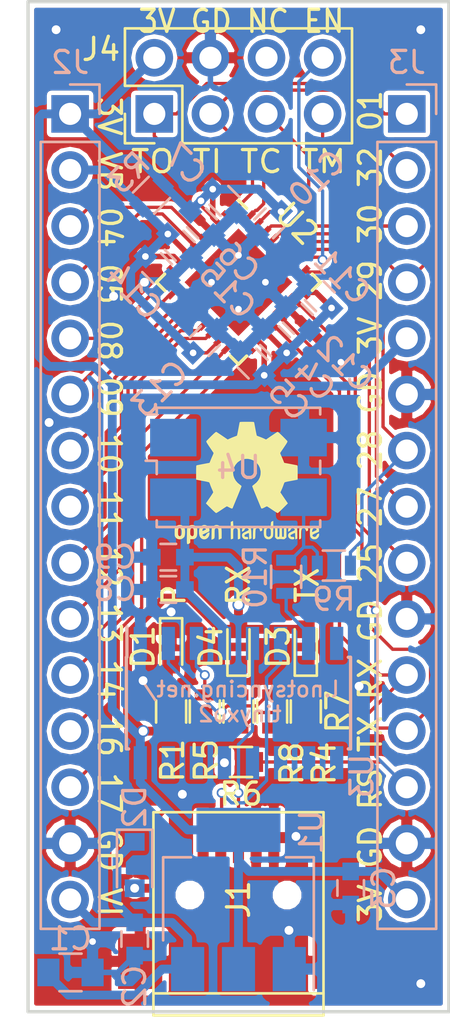
<source format=kicad_pcb>
(kicad_pcb (version 20170922) (host pcbnew "(2017-09-28 revision 6006b54dd)-master")

  (general
    (thickness 1.6)
    (drawings 12)
    (tracks 418)
    (zones 0)
    (modules 37)
    (nets 47)
  )

  (page A4)
  (layers
    (0 F.Cu signal)
    (31 B.Cu signal)
    (32 B.Adhes user)
    (33 F.Adhes user)
    (34 B.Paste user)
    (35 F.Paste user)
    (36 B.SilkS user)
    (37 F.SilkS user)
    (38 B.Mask user)
    (39 F.Mask user)
    (40 Dwgs.User user)
    (41 Cmts.User user)
    (42 Eco1.User user)
    (43 Eco2.User user)
    (44 Edge.Cuts user)
    (45 Margin user)
    (46 B.CrtYd user)
    (47 F.CrtYd user)
    (48 B.Fab user hide)
    (49 F.Fab user hide)
  )

  (setup
    (last_trace_width 0.15)
    (user_trace_width 0.15)
    (trace_clearance 0.15)
    (zone_clearance 0.2)
    (zone_45_only yes)
    (trace_min 0.15)
    (segment_width 0.2)
    (edge_width 0.15)
    (via_size 0.45)
    (via_drill 0.3)
    (via_min_size 0.45)
    (via_min_drill 0.3)
    (user_via 0.45 0.3)
    (user_via 0.55 0.4)
    (uvia_size 0.3)
    (uvia_drill 0.1)
    (uvias_allowed no)
    (uvia_min_size 0.2)
    (uvia_min_drill 0.1)
    (pcb_text_width 0.3)
    (pcb_text_size 1.5 1.5)
    (mod_edge_width 0.15)
    (mod_text_size 1 1)
    (mod_text_width 0.15)
    (pad_size 1.524 1.524)
    (pad_drill 0.762)
    (pad_to_mask_clearance 0.2)
    (aux_axis_origin 0 0)
    (visible_elements FFFFFF7F)
    (pcbplotparams
      (layerselection 0x00030_ffffffff)
      (usegerberextensions false)
      (usegerberattributes true)
      (usegerberadvancedattributes true)
      (creategerberjobfile true)
      (excludeedgelayer true)
      (linewidth 0.100000)
      (plotframeref false)
      (viasonmask false)
      (mode 1)
      (useauxorigin false)
      (hpglpennumber 1)
      (hpglpenspeed 20)
      (hpglpendiameter 15)
      (psnegative false)
      (psa4output false)
      (plotreference true)
      (plotvalue true)
      (plotinvisibletext false)
      (padsonsilk false)
      (subtractmaskfromsilk false)
      (outputformat 1)
      (mirror false)
      (drillshape 1)
      (scaleselection 1)
      (outputdirectory ""))
  )

  (net 0 "")
  (net 1 /fpga/TX)
  (net 2 /fpga/RX)
  (net 3 /fpga/RS)
  (net 4 GND)
  (net 5 VBUS)
  (net 6 /fpga/VCCIO23)
  (net 7 +3V3)
  (net 8 /fpga/JTAG_TDI)
  (net 9 /fpga/JTAG_TCK)
  (net 10 /fpga/JTAG_TMS)
  (net 11 /fpga/JTAG_EN)
  (net 12 /fpga/JTAG_TDO)
  (net 13 /usbserial/DTR)
  (net 14 "Net-(U3-Pad8)")
  (net 15 /usbserial/USB-)
  (net 16 /usbserial/USB+)
  (net 17 /fpga/P27)
  (net 18 /fpga/P25)
  (net 19 /fpga/P16)
  (net 20 /fpga/P14)
  (net 21 /fpga/P13)
  (net 22 /fpga/P12)
  (net 23 /fpga/P11)
  (net 24 /fpga/P10)
  (net 25 /fpga/P9)
  (net 26 /fpga/P8)
  (net 27 /fpga/P5)
  (net 28 /fpga/P4)
  (net 29 /fpga/P17)
  (net 30 "Net-(J4-Pad6)")
  (net 31 "Net-(D1-Pad2)")
  (net 32 /fpga/TXD)
  (net 33 /fpga/RXD)
  (net 34 /fpga/CLK_FPGA)
  (net 35 /fpga/CLK_USBSER)
  (net 36 "Net-(U4-Pad1)")
  (net 37 "Net-(U3-Pad15)")
  (net 38 "Net-(U3-Pad14)")
  (net 39 "Net-(U3-Pad12)")
  (net 40 "Net-(U3-Pad11)")
  (net 41 "Net-(U3-Pad10)")
  (net 42 "Net-(U3-Pad9)")
  (net 43 "Net-(R10-Pad2)")
  (net 44 /usbserial/VU)
  (net 45 "Net-(D3-Pad1)")
  (net 46 "Net-(D4-Pad1)")

  (net_class Default "This is the default net class."
    (clearance 0.15)
    (trace_width 0.25)
    (via_dia 0.45)
    (via_drill 0.3)
    (uvia_dia 0.3)
    (uvia_drill 0.1)
    (add_net /fpga/CLK_FPGA)
    (add_net /fpga/CLK_USBSER)
    (add_net /fpga/JTAG_EN)
    (add_net /fpga/JTAG_TCK)
    (add_net /fpga/JTAG_TDI)
    (add_net /fpga/JTAG_TDO)
    (add_net /fpga/JTAG_TMS)
    (add_net /fpga/P10)
    (add_net /fpga/P11)
    (add_net /fpga/P12)
    (add_net /fpga/P13)
    (add_net /fpga/P14)
    (add_net /fpga/P16)
    (add_net /fpga/P17)
    (add_net /fpga/P25)
    (add_net /fpga/P27)
    (add_net /fpga/P4)
    (add_net /fpga/P5)
    (add_net /fpga/P8)
    (add_net /fpga/P9)
    (add_net /fpga/RS)
    (add_net /fpga/RX)
    (add_net /fpga/RXD)
    (add_net /fpga/TX)
    (add_net /fpga/TXD)
    (add_net /usbserial/DTR)
    (add_net /usbserial/USB+)
    (add_net /usbserial/USB-)
    (add_net GND)
    (add_net "Net-(D1-Pad2)")
    (add_net "Net-(D3-Pad1)")
    (add_net "Net-(D4-Pad1)")
    (add_net "Net-(J4-Pad6)")
    (add_net "Net-(R10-Pad2)")
    (add_net "Net-(U3-Pad10)")
    (add_net "Net-(U3-Pad11)")
    (add_net "Net-(U3-Pad12)")
    (add_net "Net-(U3-Pad14)")
    (add_net "Net-(U3-Pad15)")
    (add_net "Net-(U3-Pad8)")
    (add_net "Net-(U3-Pad9)")
    (add_net "Net-(U4-Pad1)")
  )

  (net_class power ""
    (clearance 0.15)
    (trace_width 0.4)
    (via_dia 0.55)
    (via_drill 0.4)
    (uvia_dia 0.3)
    (uvia_drill 0.1)
    (add_net +3V3)
    (add_net /fpga/VCCIO23)
    (add_net /usbserial/VU)
    (add_net VBUS)
  )

  (module Symbols:OSHW-Logo2_7.3x6mm_SilkScreen (layer F.Cu) (tedit 0) (tstamp 5A32F57D)
    (at 117.221 97.9805)
    (descr "Open Source Hardware Symbol")
    (tags "Logo Symbol OSHW")
    (attr virtual)
    (fp_text reference REF*** (at 0 0) (layer F.SilkS) hide
      (effects (font (size 1 1) (thickness 0.15)))
    )
    (fp_text value OSHW-Logo2_7.3x6mm_SilkScreen (at 0.75 0) (layer F.Fab) hide
      (effects (font (size 1 1) (thickness 0.15)))
    )
    (fp_poly (pts (xy -2.400256 1.919918) (xy -2.344799 1.947568) (xy -2.295852 1.99848) (xy -2.282371 2.017338)
      (xy -2.267686 2.042015) (xy -2.258158 2.068816) (xy -2.252707 2.104587) (xy -2.250253 2.156169)
      (xy -2.249714 2.224267) (xy -2.252148 2.317588) (xy -2.260606 2.387657) (xy -2.276826 2.439931)
      (xy -2.302546 2.479869) (xy -2.339503 2.512929) (xy -2.342218 2.514886) (xy -2.37864 2.534908)
      (xy -2.422498 2.544815) (xy -2.478276 2.547257) (xy -2.568952 2.547257) (xy -2.56899 2.635283)
      (xy -2.569834 2.684308) (xy -2.574976 2.713065) (xy -2.588413 2.730311) (xy -2.614142 2.744808)
      (xy -2.620321 2.747769) (xy -2.649236 2.761648) (xy -2.671624 2.770414) (xy -2.688271 2.771171)
      (xy -2.699964 2.761023) (xy -2.70749 2.737073) (xy -2.711634 2.696426) (xy -2.713185 2.636186)
      (xy -2.712929 2.553455) (xy -2.711651 2.445339) (xy -2.711252 2.413) (xy -2.709815 2.301524)
      (xy -2.708528 2.228603) (xy -2.569029 2.228603) (xy -2.568245 2.290499) (xy -2.56476 2.330997)
      (xy -2.556876 2.357708) (xy -2.542895 2.378244) (xy -2.533403 2.38826) (xy -2.494596 2.417567)
      (xy -2.460237 2.419952) (xy -2.424784 2.39575) (xy -2.423886 2.394857) (xy -2.409461 2.376153)
      (xy -2.400687 2.350732) (xy -2.396261 2.311584) (xy -2.394882 2.251697) (xy -2.394857 2.23843)
      (xy -2.398188 2.155901) (xy -2.409031 2.098691) (xy -2.42866 2.063766) (xy -2.45835 2.048094)
      (xy -2.475509 2.046514) (xy -2.516234 2.053926) (xy -2.544168 2.07833) (xy -2.560983 2.12298)
      (xy -2.56835 2.19113) (xy -2.569029 2.228603) (xy -2.708528 2.228603) (xy -2.708292 2.215245)
      (xy -2.706323 2.150333) (xy -2.70355 2.102958) (xy -2.699612 2.06929) (xy -2.694151 2.045498)
      (xy -2.686808 2.027753) (xy -2.677223 2.012224) (xy -2.673113 2.006381) (xy -2.618595 1.951185)
      (xy -2.549664 1.91989) (xy -2.469928 1.911165) (xy -2.400256 1.919918)) (layer F.SilkS) (width 0.01))
    (fp_poly (pts (xy -1.283907 1.92778) (xy -1.237328 1.954723) (xy -1.204943 1.981466) (xy -1.181258 2.009484)
      (xy -1.164941 2.043748) (xy -1.154661 2.089227) (xy -1.149086 2.150892) (xy -1.146884 2.233711)
      (xy -1.146629 2.293246) (xy -1.146629 2.512391) (xy -1.208314 2.540044) (xy -1.27 2.567697)
      (xy -1.277257 2.32767) (xy -1.280256 2.238028) (xy -1.283402 2.172962) (xy -1.287299 2.128026)
      (xy -1.292553 2.09877) (xy -1.299769 2.080748) (xy -1.30955 2.069511) (xy -1.312688 2.067079)
      (xy -1.360239 2.048083) (xy -1.408303 2.0556) (xy -1.436914 2.075543) (xy -1.448553 2.089675)
      (xy -1.456609 2.10822) (xy -1.461729 2.136334) (xy -1.464559 2.179173) (xy -1.465744 2.241895)
      (xy -1.465943 2.307261) (xy -1.465982 2.389268) (xy -1.467386 2.447316) (xy -1.472086 2.486465)
      (xy -1.482013 2.51178) (xy -1.499097 2.528323) (xy -1.525268 2.541156) (xy -1.560225 2.554491)
      (xy -1.598404 2.569007) (xy -1.593859 2.311389) (xy -1.592029 2.218519) (xy -1.589888 2.149889)
      (xy -1.586819 2.100711) (xy -1.582206 2.066198) (xy -1.575432 2.041562) (xy -1.565881 2.022016)
      (xy -1.554366 2.00477) (xy -1.49881 1.94968) (xy -1.43102 1.917822) (xy -1.357287 1.910191)
      (xy -1.283907 1.92778)) (layer F.SilkS) (width 0.01))
    (fp_poly (pts (xy -2.958885 1.921962) (xy -2.890855 1.957733) (xy -2.840649 2.015301) (xy -2.822815 2.052312)
      (xy -2.808937 2.107882) (xy -2.801833 2.178096) (xy -2.80116 2.254727) (xy -2.806573 2.329552)
      (xy -2.81773 2.394342) (xy -2.834286 2.440873) (xy -2.839374 2.448887) (xy -2.899645 2.508707)
      (xy -2.971231 2.544535) (xy -3.048908 2.55502) (xy -3.127452 2.53881) (xy -3.149311 2.529092)
      (xy -3.191878 2.499143) (xy -3.229237 2.459433) (xy -3.232768 2.454397) (xy -3.247119 2.430124)
      (xy -3.256606 2.404178) (xy -3.26221 2.370022) (xy -3.264914 2.321119) (xy -3.265701 2.250935)
      (xy -3.265714 2.2352) (xy -3.265678 2.230192) (xy -3.120571 2.230192) (xy -3.119727 2.29643)
      (xy -3.116404 2.340386) (xy -3.109417 2.368779) (xy -3.097584 2.388325) (xy -3.091543 2.394857)
      (xy -3.056814 2.41968) (xy -3.023097 2.418548) (xy -2.989005 2.397016) (xy -2.968671 2.374029)
      (xy -2.956629 2.340478) (xy -2.949866 2.287569) (xy -2.949402 2.281399) (xy -2.948248 2.185513)
      (xy -2.960312 2.114299) (xy -2.98543 2.068194) (xy -3.02344 2.047635) (xy -3.037008 2.046514)
      (xy -3.072636 2.052152) (xy -3.097006 2.071686) (xy -3.111907 2.109042) (xy -3.119125 2.16815)
      (xy -3.120571 2.230192) (xy -3.265678 2.230192) (xy -3.265174 2.160413) (xy -3.262904 2.108159)
      (xy -3.257932 2.071949) (xy -3.249287 2.045299) (xy -3.235995 2.021722) (xy -3.233057 2.017338)
      (xy -3.183687 1.958249) (xy -3.129891 1.923947) (xy -3.064398 1.910331) (xy -3.042158 1.909665)
      (xy -2.958885 1.921962)) (layer F.SilkS) (width 0.01))
    (fp_poly (pts (xy -1.831697 1.931239) (xy -1.774473 1.969735) (xy -1.730251 2.025335) (xy -1.703833 2.096086)
      (xy -1.69849 2.148162) (xy -1.699097 2.169893) (xy -1.704178 2.186531) (xy -1.718145 2.201437)
      (xy -1.745411 2.217973) (xy -1.790388 2.239498) (xy -1.857489 2.269374) (xy -1.857829 2.269524)
      (xy -1.919593 2.297813) (xy -1.970241 2.322933) (xy -2.004596 2.342179) (xy -2.017482 2.352848)
      (xy -2.017486 2.352934) (xy -2.006128 2.376166) (xy -1.979569 2.401774) (xy -1.949077 2.420221)
      (xy -1.93363 2.423886) (xy -1.891485 2.411212) (xy -1.855192 2.379471) (xy -1.837483 2.344572)
      (xy -1.820448 2.318845) (xy -1.787078 2.289546) (xy -1.747851 2.264235) (xy -1.713244 2.250471)
      (xy -1.706007 2.249714) (xy -1.697861 2.26216) (xy -1.69737 2.293972) (xy -1.703357 2.336866)
      (xy -1.714643 2.382558) (xy -1.73005 2.422761) (xy -1.730829 2.424322) (xy -1.777196 2.489062)
      (xy -1.837289 2.533097) (xy -1.905535 2.554711) (xy -1.976362 2.552185) (xy -2.044196 2.523804)
      (xy -2.047212 2.521808) (xy -2.100573 2.473448) (xy -2.13566 2.410352) (xy -2.155078 2.327387)
      (xy -2.157684 2.304078) (xy -2.162299 2.194055) (xy -2.156767 2.142748) (xy -2.017486 2.142748)
      (xy -2.015676 2.174753) (xy -2.005778 2.184093) (xy -1.981102 2.177105) (xy -1.942205 2.160587)
      (xy -1.898725 2.139881) (xy -1.897644 2.139333) (xy -1.860791 2.119949) (xy -1.846 2.107013)
      (xy -1.849647 2.093451) (xy -1.865005 2.075632) (xy -1.904077 2.049845) (xy -1.946154 2.04795)
      (xy -1.983897 2.066717) (xy -2.009966 2.102915) (xy -2.017486 2.142748) (xy -2.156767 2.142748)
      (xy -2.152806 2.106027) (xy -2.12845 2.036212) (xy -2.094544 1.987302) (xy -2.033347 1.937878)
      (xy -1.965937 1.913359) (xy -1.89712 1.911797) (xy -1.831697 1.931239)) (layer F.SilkS) (width 0.01))
    (fp_poly (pts (xy -0.624114 1.851289) (xy -0.619861 1.910613) (xy -0.614975 1.945572) (xy -0.608205 1.96082)
      (xy -0.598298 1.961015) (xy -0.595086 1.959195) (xy -0.552356 1.946015) (xy -0.496773 1.946785)
      (xy -0.440263 1.960333) (xy -0.404918 1.977861) (xy -0.368679 2.005861) (xy -0.342187 2.037549)
      (xy -0.324001 2.077813) (xy -0.312678 2.131543) (xy -0.306778 2.203626) (xy -0.304857 2.298951)
      (xy -0.304823 2.317237) (xy -0.3048 2.522646) (xy -0.350509 2.53858) (xy -0.382973 2.54942)
      (xy -0.400785 2.554468) (xy -0.401309 2.554514) (xy -0.403063 2.540828) (xy -0.404556 2.503076)
      (xy -0.405674 2.446224) (xy -0.406303 2.375234) (xy -0.4064 2.332073) (xy -0.406602 2.246973)
      (xy -0.407642 2.185981) (xy -0.410169 2.144177) (xy -0.414836 2.116642) (xy -0.422293 2.098456)
      (xy -0.433189 2.084698) (xy -0.439993 2.078073) (xy -0.486728 2.051375) (xy -0.537728 2.049375)
      (xy -0.583999 2.071955) (xy -0.592556 2.080107) (xy -0.605107 2.095436) (xy -0.613812 2.113618)
      (xy -0.619369 2.139909) (xy -0.622474 2.179562) (xy -0.623824 2.237832) (xy -0.624114 2.318173)
      (xy -0.624114 2.522646) (xy -0.669823 2.53858) (xy -0.702287 2.54942) (xy -0.720099 2.554468)
      (xy -0.720623 2.554514) (xy -0.721963 2.540623) (xy -0.723172 2.501439) (xy -0.724199 2.4407)
      (xy -0.724998 2.362141) (xy -0.725519 2.269498) (xy -0.725714 2.166509) (xy -0.725714 1.769342)
      (xy -0.678543 1.749444) (xy -0.631371 1.729547) (xy -0.624114 1.851289)) (layer F.SilkS) (width 0.01))
    (fp_poly (pts (xy 0.039744 1.950968) (xy 0.096616 1.972087) (xy 0.097267 1.972493) (xy 0.13244 1.99838)
      (xy 0.158407 2.028633) (xy 0.17667 2.068058) (xy 0.188732 2.121462) (xy 0.196096 2.193651)
      (xy 0.200264 2.289432) (xy 0.200629 2.303078) (xy 0.205876 2.508842) (xy 0.161716 2.531678)
      (xy 0.129763 2.54711) (xy 0.11047 2.554423) (xy 0.109578 2.554514) (xy 0.106239 2.541022)
      (xy 0.103587 2.504626) (xy 0.101956 2.451452) (xy 0.1016 2.408393) (xy 0.101592 2.338641)
      (xy 0.098403 2.294837) (xy 0.087288 2.273944) (xy 0.063501 2.272925) (xy 0.022296 2.288741)
      (xy -0.039914 2.317815) (xy -0.085659 2.341963) (xy -0.109187 2.362913) (xy -0.116104 2.385747)
      (xy -0.116114 2.386877) (xy -0.104701 2.426212) (xy -0.070908 2.447462) (xy -0.019191 2.450539)
      (xy 0.018061 2.450006) (xy 0.037703 2.460735) (xy 0.049952 2.486505) (xy 0.057002 2.519337)
      (xy 0.046842 2.537966) (xy 0.043017 2.540632) (xy 0.007001 2.55134) (xy -0.043434 2.552856)
      (xy -0.095374 2.545759) (xy -0.132178 2.532788) (xy -0.183062 2.489585) (xy -0.211986 2.429446)
      (xy -0.217714 2.382462) (xy -0.213343 2.340082) (xy -0.197525 2.305488) (xy -0.166203 2.274763)
      (xy -0.115322 2.24399) (xy -0.040824 2.209252) (xy -0.036286 2.207288) (xy 0.030821 2.176287)
      (xy 0.072232 2.150862) (xy 0.089981 2.128014) (xy 0.086107 2.104745) (xy 0.062643 2.078056)
      (xy 0.055627 2.071914) (xy 0.00863 2.0481) (xy -0.040067 2.049103) (xy -0.082478 2.072451)
      (xy -0.110616 2.115675) (xy -0.113231 2.12416) (xy -0.138692 2.165308) (xy -0.170999 2.185128)
      (xy -0.217714 2.20477) (xy -0.217714 2.15395) (xy -0.203504 2.080082) (xy -0.161325 2.012327)
      (xy -0.139376 1.989661) (xy -0.089483 1.960569) (xy -0.026033 1.9474) (xy 0.039744 1.950968)) (layer F.SilkS) (width 0.01))
    (fp_poly (pts (xy 0.529926 1.949755) (xy 0.595858 1.974084) (xy 0.649273 2.017117) (xy 0.670164 2.047409)
      (xy 0.692939 2.102994) (xy 0.692466 2.143186) (xy 0.668562 2.170217) (xy 0.659717 2.174813)
      (xy 0.62153 2.189144) (xy 0.602028 2.185472) (xy 0.595422 2.161407) (xy 0.595086 2.148114)
      (xy 0.582992 2.09921) (xy 0.551471 2.064999) (xy 0.507659 2.048476) (xy 0.458695 2.052634)
      (xy 0.418894 2.074227) (xy 0.40545 2.086544) (xy 0.395921 2.101487) (xy 0.389485 2.124075)
      (xy 0.385317 2.159328) (xy 0.382597 2.212266) (xy 0.380502 2.287907) (xy 0.37996 2.311857)
      (xy 0.377981 2.39379) (xy 0.375731 2.451455) (xy 0.372357 2.489608) (xy 0.367006 2.513004)
      (xy 0.358824 2.526398) (xy 0.346959 2.534545) (xy 0.339362 2.538144) (xy 0.307102 2.550452)
      (xy 0.288111 2.554514) (xy 0.281836 2.540948) (xy 0.278006 2.499934) (xy 0.2766 2.430999)
      (xy 0.277598 2.333669) (xy 0.277908 2.318657) (xy 0.280101 2.229859) (xy 0.282693 2.165019)
      (xy 0.286382 2.119067) (xy 0.291864 2.086935) (xy 0.299835 2.063553) (xy 0.310993 2.043852)
      (xy 0.31683 2.03541) (xy 0.350296 1.998057) (xy 0.387727 1.969003) (xy 0.392309 1.966467)
      (xy 0.459426 1.946443) (xy 0.529926 1.949755)) (layer F.SilkS) (width 0.01))
    (fp_poly (pts (xy 1.190117 2.065358) (xy 1.189933 2.173837) (xy 1.189219 2.257287) (xy 1.187675 2.319704)
      (xy 1.185001 2.365085) (xy 1.180894 2.397429) (xy 1.175055 2.420733) (xy 1.167182 2.438995)
      (xy 1.161221 2.449418) (xy 1.111855 2.505945) (xy 1.049264 2.541377) (xy 0.980013 2.55409)
      (xy 0.910668 2.542463) (xy 0.869375 2.521568) (xy 0.826025 2.485422) (xy 0.796481 2.441276)
      (xy 0.778655 2.383462) (xy 0.770463 2.306313) (xy 0.769302 2.249714) (xy 0.769458 2.245647)
      (xy 0.870857 2.245647) (xy 0.871476 2.31055) (xy 0.874314 2.353514) (xy 0.88084 2.381622)
      (xy 0.892523 2.401953) (xy 0.906483 2.417288) (xy 0.953365 2.44689) (xy 1.003701 2.449419)
      (xy 1.051276 2.424705) (xy 1.054979 2.421356) (xy 1.070783 2.403935) (xy 1.080693 2.383209)
      (xy 1.086058 2.352362) (xy 1.088228 2.304577) (xy 1.088571 2.251748) (xy 1.087827 2.185381)
      (xy 1.084748 2.141106) (xy 1.078061 2.112009) (xy 1.066496 2.091173) (xy 1.057013 2.080107)
      (xy 1.01296 2.052198) (xy 0.962224 2.048843) (xy 0.913796 2.070159) (xy 0.90445 2.078073)
      (xy 0.88854 2.095647) (xy 0.87861 2.116587) (xy 0.873278 2.147782) (xy 0.871163 2.196122)
      (xy 0.870857 2.245647) (xy 0.769458 2.245647) (xy 0.77281 2.158568) (xy 0.784726 2.090086)
      (xy 0.807135 2.0386) (xy 0.842124 1.998443) (xy 0.869375 1.977861) (xy 0.918907 1.955625)
      (xy 0.976316 1.945304) (xy 1.029682 1.948067) (xy 1.059543 1.959212) (xy 1.071261 1.962383)
      (xy 1.079037 1.950557) (xy 1.084465 1.918866) (xy 1.088571 1.870593) (xy 1.093067 1.816829)
      (xy 1.099313 1.784482) (xy 1.110676 1.765985) (xy 1.130528 1.75377) (xy 1.143 1.748362)
      (xy 1.190171 1.728601) (xy 1.190117 2.065358)) (layer F.SilkS) (width 0.01))
    (fp_poly (pts (xy 1.779833 1.958663) (xy 1.782048 1.99685) (xy 1.783784 2.054886) (xy 1.784899 2.12818)
      (xy 1.785257 2.205055) (xy 1.785257 2.465196) (xy 1.739326 2.511127) (xy 1.707675 2.539429)
      (xy 1.67989 2.550893) (xy 1.641915 2.550168) (xy 1.62684 2.548321) (xy 1.579726 2.542948)
      (xy 1.540756 2.539869) (xy 1.531257 2.539585) (xy 1.499233 2.541445) (xy 1.453432 2.546114)
      (xy 1.435674 2.548321) (xy 1.392057 2.551735) (xy 1.362745 2.54432) (xy 1.33368 2.521427)
      (xy 1.323188 2.511127) (xy 1.277257 2.465196) (xy 1.277257 1.978602) (xy 1.314226 1.961758)
      (xy 1.346059 1.949282) (xy 1.364683 1.944914) (xy 1.369458 1.958718) (xy 1.373921 1.997286)
      (xy 1.377775 2.056356) (xy 1.380722 2.131663) (xy 1.382143 2.195286) (xy 1.386114 2.445657)
      (xy 1.420759 2.450556) (xy 1.452268 2.447131) (xy 1.467708 2.436041) (xy 1.472023 2.415308)
      (xy 1.475708 2.371145) (xy 1.478469 2.309146) (xy 1.480012 2.234909) (xy 1.480235 2.196706)
      (xy 1.480457 1.976783) (xy 1.526166 1.960849) (xy 1.558518 1.950015) (xy 1.576115 1.944962)
      (xy 1.576623 1.944914) (xy 1.578388 1.958648) (xy 1.580329 1.99673) (xy 1.582282 2.054482)
      (xy 1.584084 2.127227) (xy 1.585343 2.195286) (xy 1.589314 2.445657) (xy 1.6764 2.445657)
      (xy 1.680396 2.21724) (xy 1.684392 1.988822) (xy 1.726847 1.966868) (xy 1.758192 1.951793)
      (xy 1.776744 1.944951) (xy 1.777279 1.944914) (xy 1.779833 1.958663)) (layer F.SilkS) (width 0.01))
    (fp_poly (pts (xy 2.144876 1.956335) (xy 2.186667 1.975344) (xy 2.219469 1.998378) (xy 2.243503 2.024133)
      (xy 2.260097 2.057358) (xy 2.270577 2.1028) (xy 2.276271 2.165207) (xy 2.278507 2.249327)
      (xy 2.278743 2.304721) (xy 2.278743 2.520826) (xy 2.241774 2.53767) (xy 2.212656 2.549981)
      (xy 2.198231 2.554514) (xy 2.195472 2.541025) (xy 2.193282 2.504653) (xy 2.191942 2.451542)
      (xy 2.191657 2.409372) (xy 2.190434 2.348447) (xy 2.187136 2.300115) (xy 2.182321 2.270518)
      (xy 2.178496 2.264229) (xy 2.152783 2.270652) (xy 2.112418 2.287125) (xy 2.065679 2.309458)
      (xy 2.020845 2.333457) (xy 1.986193 2.35493) (xy 1.970002 2.369685) (xy 1.969938 2.369845)
      (xy 1.97133 2.397152) (xy 1.983818 2.423219) (xy 2.005743 2.444392) (xy 2.037743 2.451474)
      (xy 2.065092 2.450649) (xy 2.103826 2.450042) (xy 2.124158 2.459116) (xy 2.136369 2.483092)
      (xy 2.137909 2.487613) (xy 2.143203 2.521806) (xy 2.129047 2.542568) (xy 2.092148 2.552462)
      (xy 2.052289 2.554292) (xy 1.980562 2.540727) (xy 1.943432 2.521355) (xy 1.897576 2.475845)
      (xy 1.873256 2.419983) (xy 1.871073 2.360957) (xy 1.891629 2.305953) (xy 1.922549 2.271486)
      (xy 1.95342 2.252189) (xy 2.001942 2.227759) (xy 2.058485 2.202985) (xy 2.06791 2.199199)
      (xy 2.130019 2.171791) (xy 2.165822 2.147634) (xy 2.177337 2.123619) (xy 2.16658 2.096635)
      (xy 2.148114 2.075543) (xy 2.104469 2.049572) (xy 2.056446 2.047624) (xy 2.012406 2.067637)
      (xy 1.980709 2.107551) (xy 1.976549 2.117848) (xy 1.952327 2.155724) (xy 1.916965 2.183842)
      (xy 1.872343 2.206917) (xy 1.872343 2.141485) (xy 1.874969 2.101506) (xy 1.88623 2.069997)
      (xy 1.911199 2.036378) (xy 1.935169 2.010484) (xy 1.972441 1.973817) (xy 2.001401 1.954121)
      (xy 2.032505 1.94622) (xy 2.067713 1.944914) (xy 2.144876 1.956335)) (layer F.SilkS) (width 0.01))
    (fp_poly (pts (xy 2.6526 1.958752) (xy 2.669948 1.966334) (xy 2.711356 1.999128) (xy 2.746765 2.046547)
      (xy 2.768664 2.097151) (xy 2.772229 2.122098) (xy 2.760279 2.156927) (xy 2.734067 2.175357)
      (xy 2.705964 2.186516) (xy 2.693095 2.188572) (xy 2.686829 2.173649) (xy 2.674456 2.141175)
      (xy 2.669028 2.126502) (xy 2.63859 2.075744) (xy 2.59452 2.050427) (xy 2.53801 2.051206)
      (xy 2.533825 2.052203) (xy 2.503655 2.066507) (xy 2.481476 2.094393) (xy 2.466327 2.139287)
      (xy 2.45725 2.204615) (xy 2.453286 2.293804) (xy 2.452914 2.341261) (xy 2.45273 2.416071)
      (xy 2.451522 2.467069) (xy 2.448309 2.499471) (xy 2.442109 2.518495) (xy 2.43194 2.529356)
      (xy 2.416819 2.537272) (xy 2.415946 2.53767) (xy 2.386828 2.549981) (xy 2.372403 2.554514)
      (xy 2.370186 2.540809) (xy 2.368289 2.502925) (xy 2.366847 2.445715) (xy 2.365998 2.374027)
      (xy 2.365829 2.321565) (xy 2.366692 2.220047) (xy 2.37007 2.143032) (xy 2.377142 2.086023)
      (xy 2.389088 2.044526) (xy 2.40709 2.014043) (xy 2.432327 1.99008) (xy 2.457247 1.973355)
      (xy 2.517171 1.951097) (xy 2.586911 1.946076) (xy 2.6526 1.958752)) (layer F.SilkS) (width 0.01))
    (fp_poly (pts (xy 3.153595 1.966966) (xy 3.211021 2.004497) (xy 3.238719 2.038096) (xy 3.260662 2.099064)
      (xy 3.262405 2.147308) (xy 3.258457 2.211816) (xy 3.109686 2.276934) (xy 3.037349 2.310202)
      (xy 2.990084 2.336964) (xy 2.965507 2.360144) (xy 2.961237 2.382667) (xy 2.974889 2.407455)
      (xy 2.989943 2.423886) (xy 3.033746 2.450235) (xy 3.081389 2.452081) (xy 3.125145 2.431546)
      (xy 3.157289 2.390752) (xy 3.163038 2.376347) (xy 3.190576 2.331356) (xy 3.222258 2.312182)
      (xy 3.265714 2.295779) (xy 3.265714 2.357966) (xy 3.261872 2.400283) (xy 3.246823 2.435969)
      (xy 3.21528 2.476943) (xy 3.210592 2.482267) (xy 3.175506 2.51872) (xy 3.145347 2.538283)
      (xy 3.107615 2.547283) (xy 3.076335 2.55023) (xy 3.020385 2.550965) (xy 2.980555 2.54166)
      (xy 2.955708 2.527846) (xy 2.916656 2.497467) (xy 2.889625 2.464613) (xy 2.872517 2.423294)
      (xy 2.863238 2.367521) (xy 2.859693 2.291305) (xy 2.85941 2.252622) (xy 2.860372 2.206247)
      (xy 2.948007 2.206247) (xy 2.949023 2.231126) (xy 2.951556 2.2352) (xy 2.968274 2.229665)
      (xy 3.004249 2.215017) (xy 3.052331 2.19419) (xy 3.062386 2.189714) (xy 3.123152 2.158814)
      (xy 3.156632 2.131657) (xy 3.16399 2.10622) (xy 3.146391 2.080481) (xy 3.131856 2.069109)
      (xy 3.07941 2.046364) (xy 3.030322 2.050122) (xy 2.989227 2.077884) (xy 2.960758 2.127152)
      (xy 2.951631 2.166257) (xy 2.948007 2.206247) (xy 2.860372 2.206247) (xy 2.861285 2.162249)
      (xy 2.868196 2.095384) (xy 2.881884 2.046695) (xy 2.904096 2.010849) (xy 2.936574 1.982513)
      (xy 2.950733 1.973355) (xy 3.015053 1.949507) (xy 3.085473 1.948006) (xy 3.153595 1.966966)) (layer F.SilkS) (width 0.01))
    (fp_poly (pts (xy 0.10391 -2.757652) (xy 0.182454 -2.757222) (xy 0.239298 -2.756058) (xy 0.278105 -2.753793)
      (xy 0.302538 -2.75006) (xy 0.316262 -2.744494) (xy 0.32294 -2.736727) (xy 0.326236 -2.726395)
      (xy 0.326556 -2.725057) (xy 0.331562 -2.700921) (xy 0.340829 -2.653299) (xy 0.353392 -2.587259)
      (xy 0.368287 -2.507872) (xy 0.384551 -2.420204) (xy 0.385119 -2.417125) (xy 0.40141 -2.331211)
      (xy 0.416652 -2.255304) (xy 0.429861 -2.193955) (xy 0.440054 -2.151718) (xy 0.446248 -2.133145)
      (xy 0.446543 -2.132816) (xy 0.464788 -2.123747) (xy 0.502405 -2.108633) (xy 0.551271 -2.090738)
      (xy 0.551543 -2.090642) (xy 0.613093 -2.067507) (xy 0.685657 -2.038035) (xy 0.754057 -2.008403)
      (xy 0.757294 -2.006938) (xy 0.868702 -1.956374) (xy 1.115399 -2.12484) (xy 1.191077 -2.176197)
      (xy 1.259631 -2.222111) (xy 1.317088 -2.25997) (xy 1.359476 -2.287163) (xy 1.382825 -2.301079)
      (xy 1.385042 -2.302111) (xy 1.40201 -2.297516) (xy 1.433701 -2.275345) (xy 1.481352 -2.234553)
      (xy 1.546198 -2.174095) (xy 1.612397 -2.109773) (xy 1.676214 -2.046388) (xy 1.733329 -1.988549)
      (xy 1.780305 -1.939825) (xy 1.813703 -1.90379) (xy 1.830085 -1.884016) (xy 1.830694 -1.882998)
      (xy 1.832505 -1.869428) (xy 1.825683 -1.847267) (xy 1.80854 -1.813522) (xy 1.779393 -1.7652)
      (xy 1.736555 -1.699308) (xy 1.679448 -1.614483) (xy 1.628766 -1.539823) (xy 1.583461 -1.47286)
      (xy 1.54615 -1.417484) (xy 1.519452 -1.37758) (xy 1.505985 -1.357038) (xy 1.505137 -1.355644)
      (xy 1.506781 -1.335962) (xy 1.519245 -1.297707) (xy 1.540048 -1.248111) (xy 1.547462 -1.232272)
      (xy 1.579814 -1.16171) (xy 1.614328 -1.081647) (xy 1.642365 -1.012371) (xy 1.662568 -0.960955)
      (xy 1.678615 -0.921881) (xy 1.687888 -0.901459) (xy 1.689041 -0.899886) (xy 1.706096 -0.897279)
      (xy 1.746298 -0.890137) (xy 1.804302 -0.879477) (xy 1.874763 -0.866315) (xy 1.952335 -0.851667)
      (xy 2.031672 -0.836551) (xy 2.107431 -0.821982) (xy 2.174264 -0.808978) (xy 2.226828 -0.798555)
      (xy 2.259776 -0.79173) (xy 2.267857 -0.789801) (xy 2.276205 -0.785038) (xy 2.282506 -0.774282)
      (xy 2.287045 -0.753902) (xy 2.290104 -0.720266) (xy 2.291967 -0.669745) (xy 2.292918 -0.598708)
      (xy 2.29324 -0.503524) (xy 2.293257 -0.464508) (xy 2.293257 -0.147201) (xy 2.217057 -0.132161)
      (xy 2.174663 -0.124005) (xy 2.1114 -0.112101) (xy 2.034962 -0.097884) (xy 1.953043 -0.08279)
      (xy 1.9304 -0.078645) (xy 1.854806 -0.063947) (xy 1.788953 -0.049495) (xy 1.738366 -0.036625)
      (xy 1.708574 -0.026678) (xy 1.703612 -0.023713) (xy 1.691426 -0.002717) (xy 1.673953 0.037967)
      (xy 1.654577 0.090322) (xy 1.650734 0.1016) (xy 1.625339 0.171523) (xy 1.593817 0.250418)
      (xy 1.562969 0.321266) (xy 1.562817 0.321595) (xy 1.511447 0.432733) (xy 1.680399 0.681253)
      (xy 1.849352 0.929772) (xy 1.632429 1.147058) (xy 1.566819 1.211726) (xy 1.506979 1.268733)
      (xy 1.456267 1.315033) (xy 1.418046 1.347584) (xy 1.395675 1.363343) (xy 1.392466 1.364343)
      (xy 1.373626 1.356469) (xy 1.33518 1.334578) (xy 1.28133 1.301267) (xy 1.216276 1.259131)
      (xy 1.14594 1.211943) (xy 1.074555 1.16381) (xy 1.010908 1.121928) (xy 0.959041 1.088871)
      (xy 0.922995 1.067218) (xy 0.906867 1.059543) (xy 0.887189 1.066037) (xy 0.849875 1.08315)
      (xy 0.802621 1.107326) (xy 0.797612 1.110013) (xy 0.733977 1.141927) (xy 0.690341 1.157579)
      (xy 0.663202 1.157745) (xy 0.649057 1.143204) (xy 0.648975 1.143) (xy 0.641905 1.125779)
      (xy 0.625042 1.084899) (xy 0.599695 1.023525) (xy 0.567171 0.944819) (xy 0.528778 0.851947)
      (xy 0.485822 0.748072) (xy 0.444222 0.647502) (xy 0.398504 0.536516) (xy 0.356526 0.433703)
      (xy 0.319548 0.342215) (xy 0.288827 0.265201) (xy 0.265622 0.205815) (xy 0.25119 0.167209)
      (xy 0.246743 0.1528) (xy 0.257896 0.136272) (xy 0.287069 0.10993) (xy 0.325971 0.080887)
      (xy 0.436757 -0.010961) (xy 0.523351 -0.116241) (xy 0.584716 -0.232734) (xy 0.619815 -0.358224)
      (xy 0.627608 -0.490493) (xy 0.621943 -0.551543) (xy 0.591078 -0.678205) (xy 0.53792 -0.790059)
      (xy 0.465767 -0.885999) (xy 0.377917 -0.964924) (xy 0.277665 -1.02573) (xy 0.16831 -1.067313)
      (xy 0.053147 -1.088572) (xy -0.064525 -1.088401) (xy -0.18141 -1.065699) (xy -0.294211 -1.019362)
      (xy -0.399631 -0.948287) (xy -0.443632 -0.908089) (xy -0.528021 -0.804871) (xy -0.586778 -0.692075)
      (xy -0.620296 -0.57299) (xy -0.628965 -0.450905) (xy -0.613177 -0.329107) (xy -0.573322 -0.210884)
      (xy -0.509793 -0.099525) (xy -0.422979 0.001684) (xy -0.325971 0.080887) (xy -0.285563 0.111162)
      (xy -0.257018 0.137219) (xy -0.246743 0.152825) (xy -0.252123 0.169843) (xy -0.267425 0.2105)
      (xy -0.291388 0.271642) (xy -0.322756 0.350119) (xy -0.360268 0.44278) (xy -0.402667 0.546472)
      (xy -0.444337 0.647526) (xy -0.49031 0.758607) (xy -0.532893 0.861541) (xy -0.570779 0.953165)
      (xy -0.60266 1.030316) (xy -0.627229 1.089831) (xy -0.64318 1.128544) (xy -0.64909 1.143)
      (xy -0.663052 1.157685) (xy -0.69006 1.157642) (xy -0.733587 1.142099) (xy -0.79711 1.110284)
      (xy -0.797612 1.110013) (xy -0.84544 1.085323) (xy -0.884103 1.067338) (xy -0.905905 1.059614)
      (xy -0.906867 1.059543) (xy -0.923279 1.067378) (xy -0.959513 1.089165) (xy -1.011526 1.122328)
      (xy -1.075275 1.164291) (xy -1.14594 1.211943) (xy -1.217884 1.260191) (xy -1.282726 1.302151)
      (xy -1.336265 1.335227) (xy -1.374303 1.356821) (xy -1.392467 1.364343) (xy -1.409192 1.354457)
      (xy -1.44282 1.326826) (xy -1.48999 1.284495) (xy -1.547342 1.230505) (xy -1.611516 1.167899)
      (xy -1.632503 1.146983) (xy -1.849501 0.929623) (xy -1.684332 0.68722) (xy -1.634136 0.612781)
      (xy -1.590081 0.545972) (xy -1.554638 0.490665) (xy -1.530281 0.450729) (xy -1.519478 0.430036)
      (xy -1.519162 0.428563) (xy -1.524857 0.409058) (xy -1.540174 0.369822) (xy -1.562463 0.31743)
      (xy -1.578107 0.282355) (xy -1.607359 0.215201) (xy -1.634906 0.147358) (xy -1.656263 0.090034)
      (xy -1.662065 0.072572) (xy -1.678548 0.025938) (xy -1.69466 -0.010095) (xy -1.70351 -0.023713)
      (xy -1.72304 -0.032048) (xy -1.765666 -0.043863) (xy -1.825855 -0.057819) (xy -1.898078 -0.072578)
      (xy -1.9304 -0.078645) (xy -2.012478 -0.093727) (xy -2.091205 -0.108331) (xy -2.158891 -0.12102)
      (xy -2.20784 -0.130358) (xy -2.217057 -0.132161) (xy -2.293257 -0.147201) (xy -2.293257 -0.464508)
      (xy -2.293086 -0.568846) (xy -2.292384 -0.647787) (xy -2.290866 -0.704962) (xy -2.288251 -0.744001)
      (xy -2.284254 -0.768535) (xy -2.278591 -0.782195) (xy -2.27098 -0.788611) (xy -2.267857 -0.789801)
      (xy -2.249022 -0.79402) (xy -2.207412 -0.802438) (xy -2.14837 -0.814039) (xy -2.077243 -0.827805)
      (xy -1.999375 -0.84272) (xy -1.920113 -0.857768) (xy -1.844802 -0.871931) (xy -1.778787 -0.884194)
      (xy -1.727413 -0.893539) (xy -1.696025 -0.89895) (xy -1.689041 -0.899886) (xy -1.682715 -0.912404)
      (xy -1.66871 -0.945754) (xy -1.649645 -0.993623) (xy -1.642366 -1.012371) (xy -1.613004 -1.084805)
      (xy -1.578429 -1.16483) (xy -1.547463 -1.232272) (xy -1.524677 -1.283841) (xy -1.509518 -1.326215)
      (xy -1.504458 -1.352166) (xy -1.505264 -1.355644) (xy -1.515959 -1.372064) (xy -1.54038 -1.408583)
      (xy -1.575905 -1.461313) (xy -1.619913 -1.526365) (xy -1.669783 -1.599849) (xy -1.679644 -1.614355)
      (xy -1.737508 -1.700296) (xy -1.780044 -1.765739) (xy -1.808946 -1.813696) (xy -1.82591 -1.84718)
      (xy -1.832633 -1.869205) (xy -1.83081 -1.882783) (xy -1.830764 -1.882869) (xy -1.816414 -1.900703)
      (xy -1.784677 -1.935183) (xy -1.73899 -1.982732) (xy -1.682796 -2.039778) (xy -1.619532 -2.102745)
      (xy -1.612398 -2.109773) (xy -1.53267 -2.18698) (xy -1.471143 -2.24367) (xy -1.426579 -2.28089)
      (xy -1.397743 -2.299685) (xy -1.385042 -2.302111) (xy -1.366506 -2.291529) (xy -1.328039 -2.267084)
      (xy -1.273614 -2.231388) (xy -1.207202 -2.187053) (xy -1.132775 -2.136689) (xy -1.115399 -2.12484)
      (xy -0.868703 -1.956374) (xy -0.757294 -2.006938) (xy -0.689543 -2.036405) (xy -0.616817 -2.066041)
      (xy -0.554297 -2.08967) (xy -0.551543 -2.090642) (xy -0.50264 -2.108543) (xy -0.464943 -2.12368)
      (xy -0.446575 -2.13279) (xy -0.446544 -2.132816) (xy -0.440715 -2.149283) (xy -0.430808 -2.189781)
      (xy -0.417805 -2.249758) (xy -0.402691 -2.32466) (xy -0.386448 -2.409936) (xy -0.385119 -2.417125)
      (xy -0.368825 -2.504986) (xy -0.353867 -2.58474) (xy -0.341209 -2.651319) (xy -0.331814 -2.699653)
      (xy -0.326646 -2.724675) (xy -0.326556 -2.725057) (xy -0.323411 -2.735701) (xy -0.317296 -2.743738)
      (xy -0.304547 -2.749533) (xy -0.2815 -2.753453) (xy -0.244491 -2.755865) (xy -0.189856 -2.757135)
      (xy -0.113933 -2.757629) (xy -0.013056 -2.757714) (xy 0 -2.757714) (xy 0.10391 -2.757652)) (layer F.SilkS) (width 0.01))
  )

  (module LEDs:LED_0603 (layer F.Cu) (tedit 57FE93A5) (tstamp 59E00625)
    (at 119.888 105.41 90)
    (descr "LED 0603 smd package")
    (tags "LED led 0603 SMD smd SMT smt smdled SMDLED smtled SMTLED")
    (path /59CE819F/59CEB277)
    (attr smd)
    (fp_text reference D3 (at 0 -1.25 90) (layer F.SilkS)
      (effects (font (size 1 1) (thickness 0.15)))
    )
    (fp_text value Rd (at 0 1.35 90) (layer F.Fab)
      (effects (font (size 1 1) (thickness 0.15)))
    )
    (fp_line (start -1.45 -0.65) (end 1.45 -0.65) (layer F.CrtYd) (width 0.05))
    (fp_line (start -1.45 0.65) (end -1.45 -0.65) (layer F.CrtYd) (width 0.05))
    (fp_line (start 1.45 0.65) (end -1.45 0.65) (layer F.CrtYd) (width 0.05))
    (fp_line (start 1.45 -0.65) (end 1.45 0.65) (layer F.CrtYd) (width 0.05))
    (fp_line (start -1.3 -0.5) (end 0.8 -0.5) (layer F.SilkS) (width 0.12))
    (fp_line (start -1.3 0.5) (end 0.8 0.5) (layer F.SilkS) (width 0.12))
    (fp_line (start -0.8 0.4) (end -0.8 -0.4) (layer F.Fab) (width 0.1))
    (fp_line (start -0.8 -0.4) (end 0.8 -0.4) (layer F.Fab) (width 0.1))
    (fp_line (start 0.8 -0.4) (end 0.8 0.4) (layer F.Fab) (width 0.1))
    (fp_line (start 0.8 0.4) (end -0.8 0.4) (layer F.Fab) (width 0.1))
    (fp_line (start 0.15 -0.2) (end 0.15 0.2) (layer F.Fab) (width 0.1))
    (fp_line (start 0.15 0.2) (end -0.15 0) (layer F.Fab) (width 0.1))
    (fp_line (start -0.15 0) (end 0.15 -0.2) (layer F.Fab) (width 0.1))
    (fp_line (start -0.2 -0.2) (end -0.2 0.2) (layer F.Fab) (width 0.1))
    (fp_line (start -1.3 -0.5) (end -1.3 0.5) (layer F.SilkS) (width 0.12))
    (pad 1 smd rect (at -0.8 0 270) (size 0.8 0.8) (layers F.Cu F.Paste F.Mask)
      (net 45 "Net-(D3-Pad1)"))
    (pad 2 smd rect (at 0.8 0 270) (size 0.8 0.8) (layers F.Cu F.Paste F.Mask)
      (net 7 +3V3))
    (model ${KISYS3DMOD}/LEDs.3dshapes/LED_0603.wrl
      (at (xyz 0 0 0))
      (scale (xyz 1 1 1))
      (rotate (xyz 0 0 180))
    )
  )

  (module LEDs:LED_0603 (layer F.Cu) (tedit 57FE93A5) (tstamp 59E0063A)
    (at 116.84 105.41 90)
    (descr "LED 0603 smd package")
    (tags "LED led 0603 SMD smd SMT smt smdled SMDLED smtled SMTLED")
    (path /59CE819F/59CEAE2F)
    (attr smd)
    (fp_text reference D4 (at 0 -1.25 90) (layer F.SilkS)
      (effects (font (size 1 1) (thickness 0.15)))
    )
    (fp_text value Or (at 0 1.35 90) (layer F.Fab)
      (effects (font (size 1 1) (thickness 0.15)))
    )
    (fp_line (start -1.3 -0.5) (end -1.3 0.5) (layer F.SilkS) (width 0.12))
    (fp_line (start -0.2 -0.2) (end -0.2 0.2) (layer F.Fab) (width 0.1))
    (fp_line (start -0.15 0) (end 0.15 -0.2) (layer F.Fab) (width 0.1))
    (fp_line (start 0.15 0.2) (end -0.15 0) (layer F.Fab) (width 0.1))
    (fp_line (start 0.15 -0.2) (end 0.15 0.2) (layer F.Fab) (width 0.1))
    (fp_line (start 0.8 0.4) (end -0.8 0.4) (layer F.Fab) (width 0.1))
    (fp_line (start 0.8 -0.4) (end 0.8 0.4) (layer F.Fab) (width 0.1))
    (fp_line (start -0.8 -0.4) (end 0.8 -0.4) (layer F.Fab) (width 0.1))
    (fp_line (start -0.8 0.4) (end -0.8 -0.4) (layer F.Fab) (width 0.1))
    (fp_line (start -1.3 0.5) (end 0.8 0.5) (layer F.SilkS) (width 0.12))
    (fp_line (start -1.3 -0.5) (end 0.8 -0.5) (layer F.SilkS) (width 0.12))
    (fp_line (start 1.45 -0.65) (end 1.45 0.65) (layer F.CrtYd) (width 0.05))
    (fp_line (start 1.45 0.65) (end -1.45 0.65) (layer F.CrtYd) (width 0.05))
    (fp_line (start -1.45 0.65) (end -1.45 -0.65) (layer F.CrtYd) (width 0.05))
    (fp_line (start -1.45 -0.65) (end 1.45 -0.65) (layer F.CrtYd) (width 0.05))
    (pad 2 smd rect (at 0.8 0 270) (size 0.8 0.8) (layers F.Cu F.Paste F.Mask)
      (net 7 +3V3))
    (pad 1 smd rect (at -0.8 0 270) (size 0.8 0.8) (layers F.Cu F.Paste F.Mask)
      (net 46 "Net-(D4-Pad1)"))
    (model ${KISYS3DMOD}/LEDs.3dshapes/LED_0603.wrl
      (at (xyz 0 0 0))
      (scale (xyz 1 1 1))
      (rotate (xyz 0 0 180))
    )
  )

  (module Pin_Headers:Pin_Header_Straight_1x15_Pitch2.54mm (layer B.Cu) (tedit 59650532) (tstamp 59E0065D)
    (at 109.22 81.28 180)
    (descr "Through hole straight pin header, 1x15, 2.54mm pitch, single row")
    (tags "Through hole pin header THT 1x15 2.54mm single row")
    (path /59CE819F/59CE37F9)
    (fp_text reference J2 (at 0 2.33 180) (layer B.SilkS)
      (effects (font (size 1 1) (thickness 0.15)) (justify mirror))
    )
    (fp_text value Conn_Left (at 0 -37.89 180) (layer B.Fab)
      (effects (font (size 1 1) (thickness 0.15)) (justify mirror))
    )
    (fp_line (start -0.635 1.27) (end 1.27 1.27) (layer B.Fab) (width 0.1))
    (fp_line (start 1.27 1.27) (end 1.27 -36.83) (layer B.Fab) (width 0.1))
    (fp_line (start 1.27 -36.83) (end -1.27 -36.83) (layer B.Fab) (width 0.1))
    (fp_line (start -1.27 -36.83) (end -1.27 0.635) (layer B.Fab) (width 0.1))
    (fp_line (start -1.27 0.635) (end -0.635 1.27) (layer B.Fab) (width 0.1))
    (fp_line (start -1.33 -36.89) (end 1.33 -36.89) (layer B.SilkS) (width 0.12))
    (fp_line (start -1.33 -1.27) (end -1.33 -36.89) (layer B.SilkS) (width 0.12))
    (fp_line (start 1.33 -1.27) (end 1.33 -36.89) (layer B.SilkS) (width 0.12))
    (fp_line (start -1.33 -1.27) (end 1.33 -1.27) (layer B.SilkS) (width 0.12))
    (fp_line (start -1.33 0) (end -1.33 1.33) (layer B.SilkS) (width 0.12))
    (fp_line (start -1.33 1.33) (end 0 1.33) (layer B.SilkS) (width 0.12))
    (fp_line (start -1.8 1.8) (end -1.8 -37.35) (layer B.CrtYd) (width 0.05))
    (fp_line (start -1.8 -37.35) (end 1.8 -37.35) (layer B.CrtYd) (width 0.05))
    (fp_line (start 1.8 -37.35) (end 1.8 1.8) (layer B.CrtYd) (width 0.05))
    (fp_line (start 1.8 1.8) (end -1.8 1.8) (layer B.CrtYd) (width 0.05))
    (fp_text user %R (at 0 -17.78 90) (layer B.Fab)
      (effects (font (size 1 1) (thickness 0.15)) (justify mirror))
    )
    (pad 1 thru_hole rect (at 0 0 180) (size 1.7 1.7) (drill 1) (layers *.Cu *.Mask)
      (net 7 +3V3))
    (pad 2 thru_hole oval (at 0 -2.54 180) (size 1.7 1.7) (drill 1) (layers *.Cu *.Mask)
      (net 6 /fpga/VCCIO23))
    (pad 3 thru_hole oval (at 0 -5.08 180) (size 1.7 1.7) (drill 1) (layers *.Cu *.Mask)
      (net 28 /fpga/P4))
    (pad 4 thru_hole oval (at 0 -7.62 180) (size 1.7 1.7) (drill 1) (layers *.Cu *.Mask)
      (net 27 /fpga/P5))
    (pad 5 thru_hole oval (at 0 -10.16 180) (size 1.7 1.7) (drill 1) (layers *.Cu *.Mask)
      (net 26 /fpga/P8))
    (pad 6 thru_hole oval (at 0 -12.7 180) (size 1.7 1.7) (drill 1) (layers *.Cu *.Mask)
      (net 25 /fpga/P9))
    (pad 7 thru_hole oval (at 0 -15.24 180) (size 1.7 1.7) (drill 1) (layers *.Cu *.Mask)
      (net 24 /fpga/P10))
    (pad 8 thru_hole oval (at 0 -17.78 180) (size 1.7 1.7) (drill 1) (layers *.Cu *.Mask)
      (net 23 /fpga/P11))
    (pad 9 thru_hole oval (at 0 -20.32 180) (size 1.7 1.7) (drill 1) (layers *.Cu *.Mask)
      (net 22 /fpga/P12))
    (pad 10 thru_hole oval (at 0 -22.86 180) (size 1.7 1.7) (drill 1) (layers *.Cu *.Mask)
      (net 21 /fpga/P13))
    (pad 11 thru_hole oval (at 0 -25.4 180) (size 1.7 1.7) (drill 1) (layers *.Cu *.Mask)
      (net 20 /fpga/P14))
    (pad 12 thru_hole oval (at 0 -27.94 180) (size 1.7 1.7) (drill 1) (layers *.Cu *.Mask)
      (net 19 /fpga/P16))
    (pad 13 thru_hole oval (at 0 -30.48 180) (size 1.7 1.7) (drill 1) (layers *.Cu *.Mask)
      (net 29 /fpga/P17))
    (pad 14 thru_hole oval (at 0 -33.02 180) (size 1.7 1.7) (drill 1) (layers *.Cu *.Mask)
      (net 4 GND))
    (pad 15 thru_hole oval (at 0 -35.56 180) (size 1.7 1.7) (drill 1) (layers *.Cu *.Mask)
      (net 5 VBUS))
    (model ${KISYS3DMOD}/Pin_Headers.3dshapes/Pin_Header_Straight_1x15_Pitch2.54mm.wrl
      (at (xyz 0 0 0))
      (scale (xyz 1 1 1))
      (rotate (xyz 0 0 0))
    )
  )

  (module Pin_Headers:Pin_Header_Straight_1x15_Pitch2.54mm (layer B.Cu) (tedit 59650532) (tstamp 59E00680)
    (at 124.46 81.28 180)
    (descr "Through hole straight pin header, 1x15, 2.54mm pitch, single row")
    (tags "Through hole pin header THT 1x15 2.54mm single row")
    (path /59CE819F/59CE3A58)
    (fp_text reference J3 (at 0 2.33 180) (layer B.SilkS)
      (effects (font (size 1 1) (thickness 0.15)) (justify mirror))
    )
    (fp_text value Conn_Right (at 0 -37.89 180) (layer B.Fab)
      (effects (font (size 1 1) (thickness 0.15)) (justify mirror))
    )
    (fp_text user %R (at 0 -17.78 90) (layer B.Fab)
      (effects (font (size 1 1) (thickness 0.15)) (justify mirror))
    )
    (fp_line (start 1.8 1.8) (end -1.8 1.8) (layer B.CrtYd) (width 0.05))
    (fp_line (start 1.8 -37.35) (end 1.8 1.8) (layer B.CrtYd) (width 0.05))
    (fp_line (start -1.8 -37.35) (end 1.8 -37.35) (layer B.CrtYd) (width 0.05))
    (fp_line (start -1.8 1.8) (end -1.8 -37.35) (layer B.CrtYd) (width 0.05))
    (fp_line (start -1.33 1.33) (end 0 1.33) (layer B.SilkS) (width 0.12))
    (fp_line (start -1.33 0) (end -1.33 1.33) (layer B.SilkS) (width 0.12))
    (fp_line (start -1.33 -1.27) (end 1.33 -1.27) (layer B.SilkS) (width 0.12))
    (fp_line (start 1.33 -1.27) (end 1.33 -36.89) (layer B.SilkS) (width 0.12))
    (fp_line (start -1.33 -1.27) (end -1.33 -36.89) (layer B.SilkS) (width 0.12))
    (fp_line (start -1.33 -36.89) (end 1.33 -36.89) (layer B.SilkS) (width 0.12))
    (fp_line (start -1.27 0.635) (end -0.635 1.27) (layer B.Fab) (width 0.1))
    (fp_line (start -1.27 -36.83) (end -1.27 0.635) (layer B.Fab) (width 0.1))
    (fp_line (start 1.27 -36.83) (end -1.27 -36.83) (layer B.Fab) (width 0.1))
    (fp_line (start 1.27 1.27) (end 1.27 -36.83) (layer B.Fab) (width 0.1))
    (fp_line (start -0.635 1.27) (end 1.27 1.27) (layer B.Fab) (width 0.1))
    (pad 15 thru_hole oval (at 0 -35.56 180) (size 1.7 1.7) (drill 1) (layers *.Cu *.Mask)
      (net 7 +3V3))
    (pad 14 thru_hole oval (at 0 -33.02 180) (size 1.7 1.7) (drill 1) (layers *.Cu *.Mask)
      (net 4 GND))
    (pad 13 thru_hole oval (at 0 -30.48 180) (size 1.7 1.7) (drill 1) (layers *.Cu *.Mask)
      (net 3 /fpga/RS))
    (pad 12 thru_hole oval (at 0 -27.94 180) (size 1.7 1.7) (drill 1) (layers *.Cu *.Mask)
      (net 1 /fpga/TX))
    (pad 11 thru_hole oval (at 0 -25.4 180) (size 1.7 1.7) (drill 1) (layers *.Cu *.Mask)
      (net 2 /fpga/RX))
    (pad 10 thru_hole oval (at 0 -22.86 180) (size 1.7 1.7) (drill 1) (layers *.Cu *.Mask)
      (net 4 GND))
    (pad 9 thru_hole oval (at 0 -20.32 180) (size 1.7 1.7) (drill 1) (layers *.Cu *.Mask)
      (net 18 /fpga/P25))
    (pad 8 thru_hole oval (at 0 -17.78 180) (size 1.7 1.7) (drill 1) (layers *.Cu *.Mask)
      (net 17 /fpga/P27))
    (pad 7 thru_hole oval (at 0 -15.24 180) (size 1.7 1.7) (drill 1) (layers *.Cu *.Mask)
      (net 34 /fpga/CLK_FPGA))
    (pad 6 thru_hole oval (at 0 -12.7 180) (size 1.7 1.7) (drill 1) (layers *.Cu *.Mask)
      (net 4 GND))
    (pad 5 thru_hole oval (at 0 -10.16 180) (size 1.7 1.7) (drill 1) (layers *.Cu *.Mask)
      (net 7 +3V3))
    (pad 4 thru_hole oval (at 0 -7.62 180) (size 1.7 1.7) (drill 1) (layers *.Cu *.Mask)
      (net 10 /fpga/JTAG_TMS))
    (pad 3 thru_hole oval (at 0 -5.08 180) (size 1.7 1.7) (drill 1) (layers *.Cu *.Mask)
      (net 9 /fpga/JTAG_TCK))
    (pad 2 thru_hole oval (at 0 -2.54 180) (size 1.7 1.7) (drill 1) (layers *.Cu *.Mask)
      (net 8 /fpga/JTAG_TDI))
    (pad 1 thru_hole rect (at 0 0 180) (size 1.7 1.7) (drill 1) (layers *.Cu *.Mask)
      (net 12 /fpga/JTAG_TDO))
    (model ${KISYS3DMOD}/Pin_Headers.3dshapes/Pin_Header_Straight_1x15_Pitch2.54mm.wrl
      (at (xyz 0 0 0))
      (scale (xyz 1 1 1))
      (rotate (xyz 0 0 0))
    )
  )

  (module TO_SOT_Packages_SMD:SOT-223-3Lead_TabPin2 (layer B.Cu) (tedit 58CE4E7E) (tstamp 59E00696)
    (at 116.84 116.84 90)
    (descr "module CMS SOT223 4 pins")
    (tags "CMS SOT")
    (path /59CE0A28/59CE0B45)
    (attr smd)
    (fp_text reference U1 (at 3.048 3.302 90) (layer B.SilkS)
      (effects (font (size 1 1) (thickness 0.15)) (justify mirror))
    )
    (fp_text value AP1117-33 (at 0 -4.5 90) (layer B.Fab)
      (effects (font (size 1 1) (thickness 0.15)) (justify mirror))
    )
    (fp_line (start 1.85 3.35) (end 1.85 -3.35) (layer B.Fab) (width 0.1))
    (fp_line (start -1.85 -3.35) (end 1.85 -3.35) (layer B.Fab) (width 0.1))
    (fp_line (start -4.1 3.41) (end 1.91 3.41) (layer B.SilkS) (width 0.12))
    (fp_line (start -0.85 3.35) (end 1.85 3.35) (layer B.Fab) (width 0.1))
    (fp_line (start -1.85 -3.41) (end 1.91 -3.41) (layer B.SilkS) (width 0.12))
    (fp_line (start -1.85 2.35) (end -1.85 -3.35) (layer B.Fab) (width 0.1))
    (fp_line (start -1.85 2.35) (end -0.85 3.35) (layer B.Fab) (width 0.1))
    (fp_line (start -4.4 3.6) (end -4.4 -3.6) (layer B.CrtYd) (width 0.05))
    (fp_line (start -4.4 -3.6) (end 4.4 -3.6) (layer B.CrtYd) (width 0.05))
    (fp_line (start 4.4 -3.6) (end 4.4 3.6) (layer B.CrtYd) (width 0.05))
    (fp_line (start 4.4 3.6) (end -4.4 3.6) (layer B.CrtYd) (width 0.05))
    (fp_line (start 1.91 3.41) (end 1.91 2.15) (layer B.SilkS) (width 0.12))
    (fp_line (start 1.91 -3.41) (end 1.91 -2.15) (layer B.SilkS) (width 0.12))
    (fp_text user %R (at 0 0) (layer B.Fab)
      (effects (font (size 0.8 0.8) (thickness 0.12)) (justify mirror))
    )
    (pad 1 smd rect (at -3.15 2.3 90) (size 2 1.5) (layers B.Cu B.Paste B.Mask)
      (net 4 GND))
    (pad 3 smd rect (at -3.15 -2.3 90) (size 2 1.5) (layers B.Cu B.Paste B.Mask)
      (net 5 VBUS))
    (pad 2 smd rect (at -3.15 0 90) (size 2 1.5) (layers B.Cu B.Paste B.Mask)
      (net 7 +3V3))
    (pad 2 smd rect (at 3.15 0 90) (size 2 3.8) (layers B.Cu B.Paste B.Mask)
      (net 7 +3V3))
    (model ${KISYS3DMOD}/TO_SOT_Packages_SMD.3dshapes/SOT-223.wrl
      (at (xyz 0 0 0))
      (scale (xyz 1 1 1))
      (rotate (xyz 0 0 0))
    )
  )

  (module Housings_DFN_QFN:QFN-32-1EP_5x5mm_Pitch0.5mm (layer F.Cu) (tedit 54130A77) (tstamp 59E006CE)
    (at 116.84 88.9 315)
    (descr "UH Package; 32-Lead Plastic QFN (5mm x 5mm); (see Linear Technology QFN_32_05-08-1693.pdf)")
    (tags "QFN 0.5")
    (path /59CE0A28/59CE1D8D)
    (attr smd)
    (fp_text reference U2 (at 0 -3.75 315) (layer F.SilkS)
      (effects (font (size 1 1) (thickness 0.15)))
    )
    (fp_text value LCMXO2-1200HC-4SG32C (at 0 3.75 315) (layer F.Fab)
      (effects (font (size 1 1) (thickness 0.15)))
    )
    (fp_line (start 2.625 -2.625) (end 2.1 -2.625) (layer F.SilkS) (width 0.15))
    (fp_line (start 2.625 2.625) (end 2.1 2.625) (layer F.SilkS) (width 0.15))
    (fp_line (start -2.625 2.625) (end -2.1 2.625) (layer F.SilkS) (width 0.15))
    (fp_line (start -2.625 -2.625) (end -2.1 -2.625) (layer F.SilkS) (width 0.15))
    (fp_line (start 2.625 2.625) (end 2.625 2.1) (layer F.SilkS) (width 0.15))
    (fp_line (start -2.625 2.625) (end -2.625 2.1) (layer F.SilkS) (width 0.15))
    (fp_line (start 2.625 -2.625) (end 2.625 -2.1) (layer F.SilkS) (width 0.15))
    (fp_line (start -3 3) (end 3 3) (layer F.CrtYd) (width 0.05))
    (fp_line (start -3 -3) (end 3 -3) (layer F.CrtYd) (width 0.05))
    (fp_line (start 3 -3) (end 3 3) (layer F.CrtYd) (width 0.05))
    (fp_line (start -3 -3) (end -3 3) (layer F.CrtYd) (width 0.05))
    (fp_line (start -2.5 -1.5) (end -1.5 -2.5) (layer F.Fab) (width 0.15))
    (fp_line (start -2.5 2.5) (end -2.5 -1.5) (layer F.Fab) (width 0.15))
    (fp_line (start 2.5 2.5) (end -2.5 2.5) (layer F.Fab) (width 0.15))
    (fp_line (start 2.5 -2.5) (end 2.5 2.5) (layer F.Fab) (width 0.15))
    (fp_line (start -1.5 -2.5) (end 2.5 -2.5) (layer F.Fab) (width 0.15))
    (pad 33 smd rect (at -0.8625 -0.8625 315) (size 1.725 1.725) (layers F.Cu F.Paste F.Mask)
      (net 4 GND) (solder_paste_margin_ratio -0.2))
    (pad 33 smd rect (at -0.8625 0.8625 315) (size 1.725 1.725) (layers F.Cu F.Paste F.Mask)
      (net 4 GND) (solder_paste_margin_ratio -0.2))
    (pad 33 smd rect (at 0.8625 -0.8625 315) (size 1.725 1.725) (layers F.Cu F.Paste F.Mask)
      (net 4 GND) (solder_paste_margin_ratio -0.2))
    (pad 33 smd rect (at 0.8625 0.8625 315) (size 1.725 1.725) (layers F.Cu F.Paste F.Mask)
      (net 4 GND) (solder_paste_margin_ratio -0.2))
    (pad 32 smd rect (at -1.75 -2.4 45) (size 0.7 0.25) (layers F.Cu F.Paste F.Mask)
      (net 8 /fpga/JTAG_TDI))
    (pad 31 smd rect (at -1.25 -2.4 45) (size 0.7 0.25) (layers F.Cu F.Paste F.Mask)
      (net 7 +3V3))
    (pad 30 smd rect (at -0.75 -2.4 45) (size 0.7 0.25) (layers F.Cu F.Paste F.Mask)
      (net 9 /fpga/JTAG_TCK))
    (pad 29 smd rect (at -0.25 -2.4 45) (size 0.7 0.25) (layers F.Cu F.Paste F.Mask)
      (net 10 /fpga/JTAG_TMS))
    (pad 28 smd rect (at 0.25 -2.4 45) (size 0.7 0.25) (layers F.Cu F.Paste F.Mask)
      (net 34 /fpga/CLK_FPGA))
    (pad 27 smd rect (at 0.75 -2.4 45) (size 0.7 0.25) (layers F.Cu F.Paste F.Mask)
      (net 17 /fpga/P27))
    (pad 26 smd rect (at 1.25 -2.4 45) (size 0.7 0.25) (layers F.Cu F.Paste F.Mask)
      (net 11 /fpga/JTAG_EN))
    (pad 25 smd rect (at 1.75 -2.4 45) (size 0.7 0.25) (layers F.Cu F.Paste F.Mask)
      (net 18 /fpga/P25))
    (pad 24 smd rect (at 2.4 -1.75 315) (size 0.7 0.25) (layers F.Cu F.Paste F.Mask)
      (net 7 +3V3))
    (pad 23 smd rect (at 2.4 -1.25 315) (size 0.7 0.25) (layers F.Cu F.Paste F.Mask)
      (net 3 /fpga/RS))
    (pad 22 smd rect (at 2.4 -0.75 315) (size 0.7 0.25) (layers F.Cu F.Paste F.Mask)
      (net 4 GND))
    (pad 21 smd rect (at 2.4 -0.25 315) (size 0.7 0.25) (layers F.Cu F.Paste F.Mask)
      (net 1 /fpga/TX))
    (pad 20 smd rect (at 2.4 0.25 315) (size 0.7 0.25) (layers F.Cu F.Paste F.Mask)
      (net 2 /fpga/RX))
    (pad 19 smd rect (at 2.4 0.75 315) (size 0.7 0.25) (layers F.Cu F.Paste F.Mask)
      (net 7 +3V3))
    (pad 18 smd rect (at 2.4 1.25 315) (size 0.7 0.25) (layers F.Cu F.Paste F.Mask)
      (net 7 +3V3))
    (pad 17 smd rect (at 2.4 1.75 315) (size 0.7 0.25) (layers F.Cu F.Paste F.Mask)
      (net 29 /fpga/P17))
    (pad 16 smd rect (at 1.75 2.4 45) (size 0.7 0.25) (layers F.Cu F.Paste F.Mask)
      (net 19 /fpga/P16))
    (pad 15 smd rect (at 1.25 2.4 45) (size 0.7 0.25) (layers F.Cu F.Paste F.Mask)
      (net 6 /fpga/VCCIO23))
    (pad 14 smd rect (at 0.75 2.4 45) (size 0.7 0.25) (layers F.Cu F.Paste F.Mask)
      (net 20 /fpga/P14))
    (pad 13 smd rect (at 0.25 2.4 45) (size 0.7 0.25) (layers F.Cu F.Paste F.Mask)
      (net 21 /fpga/P13))
    (pad 12 smd rect (at -0.25 2.4 45) (size 0.7 0.25) (layers F.Cu F.Paste F.Mask)
      (net 22 /fpga/P12))
    (pad 11 smd rect (at -0.75 2.4 45) (size 0.7 0.25) (layers F.Cu F.Paste F.Mask)
      (net 23 /fpga/P11))
    (pad 10 smd rect (at -1.25 2.4 45) (size 0.7 0.25) (layers F.Cu F.Paste F.Mask)
      (net 24 /fpga/P10))
    (pad 9 smd rect (at -1.75 2.4 45) (size 0.7 0.25) (layers F.Cu F.Paste F.Mask)
      (net 25 /fpga/P9))
    (pad 8 smd rect (at -2.4 1.75 315) (size 0.7 0.25) (layers F.Cu F.Paste F.Mask)
      (net 26 /fpga/P8))
    (pad 7 smd rect (at -2.4 1.25 315) (size 0.7 0.25) (layers F.Cu F.Paste F.Mask)
      (net 6 /fpga/VCCIO23))
    (pad 6 smd rect (at -2.4 0.75 315) (size 0.7 0.25) (layers F.Cu F.Paste F.Mask)
      (net 6 /fpga/VCCIO23))
    (pad 5 smd rect (at -2.4 0.25 315) (size 0.7 0.25) (layers F.Cu F.Paste F.Mask)
      (net 27 /fpga/P5))
    (pad 4 smd rect (at -2.4 -0.25 315) (size 0.7 0.25) (layers F.Cu F.Paste F.Mask)
      (net 28 /fpga/P4))
    (pad 3 smd rect (at -2.4 -0.75 315) (size 0.7 0.25) (layers F.Cu F.Paste F.Mask)
      (net 4 GND))
    (pad 2 smd rect (at -2.4 -1.25 315) (size 0.7 0.25) (layers F.Cu F.Paste F.Mask)
      (net 7 +3V3))
    (pad 1 smd rect (at -2.4 -1.75 315) (size 0.7 0.25) (layers F.Cu F.Paste F.Mask)
      (net 12 /fpga/JTAG_TDO))
    (model ${KISYS3DMOD}/Housings_DFN_QFN.3dshapes/QFN-32-1EP_5x5mm_Pitch0.5mm.wrl
      (at (xyz 0 0 0))
      (scale (xyz 1 1 1))
      (rotate (xyz 0 0 0))
    )
  )

  (module Housings_SOIC:SOIC-16_3.9x9.9mm_Pitch1.27mm (layer B.Cu) (tedit 58CC8F64) (tstamp 59E006F3)
    (at 116.84 107.95 270)
    (descr "16-Lead Plastic Small Outline (SL) - Narrow, 3.90 mm Body [SOIC] (see Microchip Packaging Specification 00000049BS.pdf)")
    (tags "SOIC 1.27")
    (path /59CE3CDF/59CE5435)
    (attr smd)
    (fp_text reference U3 (at 3.302 -5.588 270) (layer B.SilkS)
      (effects (font (size 1 1) (thickness 0.15)) (justify mirror))
    )
    (fp_text value ch340g (at 0 -6 270) (layer B.Fab)
      (effects (font (size 1 1) (thickness 0.15)) (justify mirror))
    )
    (fp_line (start -2.075 5.05) (end -3.45 5.05) (layer B.SilkS) (width 0.15))
    (fp_line (start -2.075 -5.075) (end 2.075 -5.075) (layer B.SilkS) (width 0.15))
    (fp_line (start -2.075 5.075) (end 2.075 5.075) (layer B.SilkS) (width 0.15))
    (fp_line (start -2.075 -5.075) (end -2.075 -4.97) (layer B.SilkS) (width 0.15))
    (fp_line (start 2.075 -5.075) (end 2.075 -4.97) (layer B.SilkS) (width 0.15))
    (fp_line (start 2.075 5.075) (end 2.075 4.97) (layer B.SilkS) (width 0.15))
    (fp_line (start -2.075 5.075) (end -2.075 5.05) (layer B.SilkS) (width 0.15))
    (fp_line (start -3.7 -5.25) (end 3.7 -5.25) (layer B.CrtYd) (width 0.05))
    (fp_line (start -3.7 5.25) (end 3.7 5.25) (layer B.CrtYd) (width 0.05))
    (fp_line (start 3.7 5.25) (end 3.7 -5.25) (layer B.CrtYd) (width 0.05))
    (fp_line (start -3.7 5.25) (end -3.7 -5.25) (layer B.CrtYd) (width 0.05))
    (fp_line (start -1.95 3.95) (end -0.95 4.95) (layer B.Fab) (width 0.15))
    (fp_line (start -1.95 -4.95) (end -1.95 3.95) (layer B.Fab) (width 0.15))
    (fp_line (start 1.95 -4.95) (end -1.95 -4.95) (layer B.Fab) (width 0.15))
    (fp_line (start 1.95 4.95) (end 1.95 -4.95) (layer B.Fab) (width 0.15))
    (fp_line (start -0.95 4.95) (end 1.95 4.95) (layer B.Fab) (width 0.15))
    (fp_text user %R (at 0 0 270) (layer B.Fab)
      (effects (font (size 0.9 0.9) (thickness 0.135)) (justify mirror))
    )
    (pad 16 smd rect (at 2.7 4.445 270) (size 1.5 0.6) (layers B.Cu B.Paste B.Mask)
      (net 7 +3V3))
    (pad 15 smd rect (at 2.7 3.175 270) (size 1.5 0.6) (layers B.Cu B.Paste B.Mask)
      (net 37 "Net-(U3-Pad15)"))
    (pad 14 smd rect (at 2.7 1.905 270) (size 1.5 0.6) (layers B.Cu B.Paste B.Mask)
      (net 38 "Net-(U3-Pad14)"))
    (pad 13 smd rect (at 2.7 0.635 270) (size 1.5 0.6) (layers B.Cu B.Paste B.Mask)
      (net 13 /usbserial/DTR))
    (pad 12 smd rect (at 2.7 -0.635 270) (size 1.5 0.6) (layers B.Cu B.Paste B.Mask)
      (net 39 "Net-(U3-Pad12)"))
    (pad 11 smd rect (at 2.7 -1.905 270) (size 1.5 0.6) (layers B.Cu B.Paste B.Mask)
      (net 40 "Net-(U3-Pad11)"))
    (pad 10 smd rect (at 2.7 -3.175 270) (size 1.5 0.6) (layers B.Cu B.Paste B.Mask)
      (net 41 "Net-(U3-Pad10)"))
    (pad 9 smd rect (at 2.7 -4.445 270) (size 1.5 0.6) (layers B.Cu B.Paste B.Mask)
      (net 42 "Net-(U3-Pad9)"))
    (pad 8 smd rect (at -2.7 -4.445 270) (size 1.5 0.6) (layers B.Cu B.Paste B.Mask)
      (net 14 "Net-(U3-Pad8)"))
    (pad 7 smd rect (at -2.7 -3.175 270) (size 1.5 0.6) (layers B.Cu B.Paste B.Mask)
      (net 35 /fpga/CLK_USBSER))
    (pad 6 smd rect (at -2.7 -1.905 270) (size 1.5 0.6) (layers B.Cu B.Paste B.Mask)
      (net 15 /usbserial/USB-))
    (pad 5 smd rect (at -2.7 -0.635 270) (size 1.5 0.6) (layers B.Cu B.Paste B.Mask)
      (net 16 /usbserial/USB+))
    (pad 4 smd rect (at -2.7 0.635 270) (size 1.5 0.6) (layers B.Cu B.Paste B.Mask)
      (net 7 +3V3))
    (pad 3 smd rect (at -2.7 1.905 270) (size 1.5 0.6) (layers B.Cu B.Paste B.Mask)
      (net 33 /fpga/RXD))
    (pad 2 smd rect (at -2.7 3.175 270) (size 1.5 0.6) (layers B.Cu B.Paste B.Mask)
      (net 32 /fpga/TXD))
    (pad 1 smd rect (at -2.7 4.445 270) (size 1.5 0.6) (layers B.Cu B.Paste B.Mask)
      (net 4 GND))
    (model ${KISYS3DMOD}/Housings_SOIC.3dshapes/SOIC-16_3.9x9.9mm_Pitch1.27mm.wrl
      (at (xyz 0 0 0))
      (scale (xyz 1 1 1))
      (rotate (xyz 0 0 0))
    )
  )

  (module Pin_Headers:Pin_Header_Straight_2x04_Pitch2.54mm (layer F.Cu) (tedit 59650532) (tstamp 5A00FBEC)
    (at 113.03 81.28 90)
    (descr "Through hole straight pin header, 2x04, 2.54mm pitch, double rows")
    (tags "Through hole pin header THT 2x04 2.54mm double row")
    (path /59CE819F/59CE71D1)
    (fp_text reference J4 (at 2.921 -2.413 180) (layer F.SilkS)
      (effects (font (size 1 1) (thickness 0.15)))
    )
    (fp_text value JTAG (at 1.27 9.95 90) (layer F.Fab)
      (effects (font (size 1 1) (thickness 0.15)))
    )
    (fp_text user %R (at 1.27 3.81 180) (layer F.Fab)
      (effects (font (size 1 1) (thickness 0.15)))
    )
    (fp_line (start 4.35 -1.8) (end -1.8 -1.8) (layer F.CrtYd) (width 0.05))
    (fp_line (start 4.35 9.4) (end 4.35 -1.8) (layer F.CrtYd) (width 0.05))
    (fp_line (start -1.8 9.4) (end 4.35 9.4) (layer F.CrtYd) (width 0.05))
    (fp_line (start -1.8 -1.8) (end -1.8 9.4) (layer F.CrtYd) (width 0.05))
    (fp_line (start -1.33 -1.33) (end 0 -1.33) (layer F.SilkS) (width 0.12))
    (fp_line (start -1.33 0) (end -1.33 -1.33) (layer F.SilkS) (width 0.12))
    (fp_line (start 1.27 -1.33) (end 3.87 -1.33) (layer F.SilkS) (width 0.12))
    (fp_line (start 1.27 1.27) (end 1.27 -1.33) (layer F.SilkS) (width 0.12))
    (fp_line (start -1.33 1.27) (end 1.27 1.27) (layer F.SilkS) (width 0.12))
    (fp_line (start 3.87 -1.33) (end 3.87 8.95) (layer F.SilkS) (width 0.12))
    (fp_line (start -1.33 1.27) (end -1.33 8.95) (layer F.SilkS) (width 0.12))
    (fp_line (start -1.33 8.95) (end 3.87 8.95) (layer F.SilkS) (width 0.12))
    (fp_line (start -1.27 0) (end 0 -1.27) (layer F.Fab) (width 0.1))
    (fp_line (start -1.27 8.89) (end -1.27 0) (layer F.Fab) (width 0.1))
    (fp_line (start 3.81 8.89) (end -1.27 8.89) (layer F.Fab) (width 0.1))
    (fp_line (start 3.81 -1.27) (end 3.81 8.89) (layer F.Fab) (width 0.1))
    (fp_line (start 0 -1.27) (end 3.81 -1.27) (layer F.Fab) (width 0.1))
    (pad 8 thru_hole oval (at 2.54 7.62 90) (size 1.7 1.7) (drill 1) (layers *.Cu *.Mask)
      (net 11 /fpga/JTAG_EN))
    (pad 7 thru_hole oval (at 0 7.62 90) (size 1.7 1.7) (drill 1) (layers *.Cu *.Mask)
      (net 10 /fpga/JTAG_TMS))
    (pad 6 thru_hole oval (at 2.54 5.08 90) (size 1.7 1.7) (drill 1) (layers *.Cu *.Mask)
      (net 30 "Net-(J4-Pad6)"))
    (pad 5 thru_hole oval (at 0 5.08 90) (size 1.7 1.7) (drill 1) (layers *.Cu *.Mask)
      (net 9 /fpga/JTAG_TCK))
    (pad 4 thru_hole oval (at 2.54 2.54 90) (size 1.7 1.7) (drill 1) (layers *.Cu *.Mask)
      (net 4 GND))
    (pad 3 thru_hole oval (at 0 2.54 90) (size 1.7 1.7) (drill 1) (layers *.Cu *.Mask)
      (net 8 /fpga/JTAG_TDI))
    (pad 2 thru_hole oval (at 2.54 0 90) (size 1.7 1.7) (drill 1) (layers *.Cu *.Mask)
      (net 7 +3V3))
    (pad 1 thru_hole rect (at 0 0 90) (size 1.7 1.7) (drill 1) (layers *.Cu *.Mask)
      (net 12 /fpga/JTAG_TDO))
    (model ${KISYS3DMOD}/Pin_Headers.3dshapes/Pin_Header_Straight_2x04_Pitch2.54mm.wrl
      (at (xyz 0 0 0))
      (scale (xyz 1 1 1))
      (rotate (xyz 0 0 0))
    )
  )

  (module Capacitors_SMD:C_0805 (layer B.Cu) (tedit 58AA8463) (tstamp 5A1184B9)
    (at 109.236 120.142)
    (descr "Capacitor SMD 0805, reflow soldering, AVX (see smccp.pdf)")
    (tags "capacitor 0805")
    (path /59CE0A28/59CE0E72)
    (attr smd)
    (fp_text reference C1 (at 0 -1.524) (layer B.SilkS)
      (effects (font (size 1 1) (thickness 0.15)) (justify mirror))
    )
    (fp_text value 1u (at 0 -1.75) (layer B.Fab)
      (effects (font (size 1 1) (thickness 0.15)) (justify mirror))
    )
    (fp_line (start 1.75 -0.87) (end -1.75 -0.87) (layer B.CrtYd) (width 0.05))
    (fp_line (start 1.75 -0.87) (end 1.75 0.88) (layer B.CrtYd) (width 0.05))
    (fp_line (start -1.75 0.88) (end -1.75 -0.87) (layer B.CrtYd) (width 0.05))
    (fp_line (start -1.75 0.88) (end 1.75 0.88) (layer B.CrtYd) (width 0.05))
    (fp_line (start -0.5 -0.85) (end 0.5 -0.85) (layer B.SilkS) (width 0.12))
    (fp_line (start 0.5 0.85) (end -0.5 0.85) (layer B.SilkS) (width 0.12))
    (fp_line (start -1 0.62) (end 1 0.62) (layer B.Fab) (width 0.1))
    (fp_line (start 1 0.62) (end 1 -0.62) (layer B.Fab) (width 0.1))
    (fp_line (start 1 -0.62) (end -1 -0.62) (layer B.Fab) (width 0.1))
    (fp_line (start -1 -0.62) (end -1 0.62) (layer B.Fab) (width 0.1))
    (fp_text user %R (at 0 1.5) (layer B.Fab)
      (effects (font (size 1 1) (thickness 0.15)) (justify mirror))
    )
    (pad 2 smd rect (at 1 0) (size 1 1.25) (layers B.Cu B.Paste B.Mask)
      (net 4 GND))
    (pad 1 smd rect (at -1 0) (size 1 1.25) (layers B.Cu B.Paste B.Mask)
      (net 5 VBUS))
    (model Capacitors_SMD.3dshapes/C_0805.wrl
      (at (xyz 0 0 0))
      (scale (xyz 1 1 1))
      (rotate (xyz 0 0 0))
    )
  )

  (module Capacitors_SMD:C_0603 (layer B.Cu) (tedit 59958EE7) (tstamp 5A1184CA)
    (at 112.141 118.63 270)
    (descr "Capacitor SMD 0603, reflow soldering, AVX (see smccp.pdf)")
    (tags "capacitor 0603")
    (path /59CE0A28/59CE0D8D)
    (attr smd)
    (fp_text reference C2 (at 2.147 0 270) (layer B.SilkS)
      (effects (font (size 1 1) (thickness 0.15)) (justify mirror))
    )
    (fp_text value 100n (at 0 -1.5 270) (layer B.Fab)
      (effects (font (size 1 1) (thickness 0.15)) (justify mirror))
    )
    (fp_line (start 1.4 -0.65) (end -1.4 -0.65) (layer B.CrtYd) (width 0.05))
    (fp_line (start 1.4 -0.65) (end 1.4 0.65) (layer B.CrtYd) (width 0.05))
    (fp_line (start -1.4 0.65) (end -1.4 -0.65) (layer B.CrtYd) (width 0.05))
    (fp_line (start -1.4 0.65) (end 1.4 0.65) (layer B.CrtYd) (width 0.05))
    (fp_line (start 0.35 -0.6) (end -0.35 -0.6) (layer B.SilkS) (width 0.12))
    (fp_line (start -0.35 0.6) (end 0.35 0.6) (layer B.SilkS) (width 0.12))
    (fp_line (start -0.8 0.4) (end 0.8 0.4) (layer B.Fab) (width 0.1))
    (fp_line (start 0.8 0.4) (end 0.8 -0.4) (layer B.Fab) (width 0.1))
    (fp_line (start 0.8 -0.4) (end -0.8 -0.4) (layer B.Fab) (width 0.1))
    (fp_line (start -0.8 -0.4) (end -0.8 0.4) (layer B.Fab) (width 0.1))
    (fp_text user %R (at 0 0 270) (layer B.Fab)
      (effects (font (size 0.3 0.3) (thickness 0.075)) (justify mirror))
    )
    (pad 2 smd rect (at 0.75 0 270) (size 0.8 0.75) (layers B.Cu B.Paste B.Mask)
      (net 4 GND))
    (pad 1 smd rect (at -0.75 0 270) (size 0.8 0.75) (layers B.Cu B.Paste B.Mask)
      (net 5 VBUS))
    (model Capacitors_SMD.3dshapes/C_0603.wrl
      (at (xyz 0 0 0))
      (scale (xyz 1 1 1))
      (rotate (xyz 0 0 0))
    )
  )

  (module Capacitors_SMD:C_0603 (layer B.Cu) (tedit 59958EE7) (tstamp 5A1184DB)
    (at 121.92 116.32 90)
    (descr "Capacitor SMD 0603, reflow soldering, AVX (see smccp.pdf)")
    (tags "capacitor 0603")
    (path /59CE0A28/59CE1081)
    (attr smd)
    (fp_text reference C3 (at 0 1.5 90) (layer B.SilkS)
      (effects (font (size 1 1) (thickness 0.15)) (justify mirror))
    )
    (fp_text value 100n (at 0 -1.5 90) (layer B.Fab)
      (effects (font (size 1 1) (thickness 0.15)) (justify mirror))
    )
    (fp_text user %R (at 0 0 90) (layer B.Fab)
      (effects (font (size 0.3 0.3) (thickness 0.075)) (justify mirror))
    )
    (fp_line (start -0.8 -0.4) (end -0.8 0.4) (layer B.Fab) (width 0.1))
    (fp_line (start 0.8 -0.4) (end -0.8 -0.4) (layer B.Fab) (width 0.1))
    (fp_line (start 0.8 0.4) (end 0.8 -0.4) (layer B.Fab) (width 0.1))
    (fp_line (start -0.8 0.4) (end 0.8 0.4) (layer B.Fab) (width 0.1))
    (fp_line (start -0.35 0.6) (end 0.35 0.6) (layer B.SilkS) (width 0.12))
    (fp_line (start 0.35 -0.6) (end -0.35 -0.6) (layer B.SilkS) (width 0.12))
    (fp_line (start -1.4 0.65) (end 1.4 0.65) (layer B.CrtYd) (width 0.05))
    (fp_line (start -1.4 0.65) (end -1.4 -0.65) (layer B.CrtYd) (width 0.05))
    (fp_line (start 1.4 -0.65) (end 1.4 0.65) (layer B.CrtYd) (width 0.05))
    (fp_line (start 1.4 -0.65) (end -1.4 -0.65) (layer B.CrtYd) (width 0.05))
    (pad 1 smd rect (at -0.75 0 90) (size 0.8 0.75) (layers B.Cu B.Paste B.Mask)
      (net 4 GND))
    (pad 2 smd rect (at 0.75 0 90) (size 0.8 0.75) (layers B.Cu B.Paste B.Mask)
      (net 7 +3V3))
    (model Capacitors_SMD.3dshapes/C_0603.wrl
      (at (xyz 0 0 0))
      (scale (xyz 1 1 1))
      (rotate (xyz 0 0 0))
    )
  )

  (module Capacitors_SMD:C_0603 (layer B.Cu) (tedit 59958EE7) (tstamp 5A1184EC)
    (at 118.491 91.567 315)
    (descr "Capacitor SMD 0603, reflow soldering, AVX (see smccp.pdf)")
    (tags "capacitor 0603")
    (path /59CE0A28/59CE1FC1)
    (attr smd)
    (fp_text reference C4 (at 2.514472 0 315) (layer B.SilkS)
      (effects (font (size 1 1) (thickness 0.15)) (justify mirror))
    )
    (fp_text value 10n (at 0 -1.5 315) (layer B.Fab)
      (effects (font (size 1 1) (thickness 0.15)) (justify mirror))
    )
    (fp_line (start 1.4 -0.65) (end -1.4 -0.65) (layer B.CrtYd) (width 0.05))
    (fp_line (start 1.4 -0.65) (end 1.4 0.65) (layer B.CrtYd) (width 0.05))
    (fp_line (start -1.4 0.65) (end -1.4 -0.65) (layer B.CrtYd) (width 0.05))
    (fp_line (start -1.4 0.65) (end 1.4 0.65) (layer B.CrtYd) (width 0.05))
    (fp_line (start 0.349999 -0.6) (end -0.349999 -0.6) (layer B.SilkS) (width 0.12))
    (fp_line (start -0.349999 0.6) (end 0.349999 0.6) (layer B.SilkS) (width 0.12))
    (fp_line (start -0.8 0.4) (end 0.8 0.4) (layer B.Fab) (width 0.1))
    (fp_line (start 0.8 0.4) (end 0.8 -0.4) (layer B.Fab) (width 0.1))
    (fp_line (start 0.8 -0.4) (end -0.8 -0.4) (layer B.Fab) (width 0.1))
    (fp_line (start -0.8 -0.4) (end -0.8 0.4) (layer B.Fab) (width 0.1))
    (fp_text user %R (at 0 0 315) (layer B.Fab)
      (effects (font (size 0.3 0.3) (thickness 0.075)) (justify mirror))
    )
    (pad 2 smd rect (at 0.75 0 315) (size 0.8 0.75) (layers B.Cu B.Paste B.Mask)
      (net 7 +3V3))
    (pad 1 smd rect (at -0.75 0 315) (size 0.8 0.75) (layers B.Cu B.Paste B.Mask)
      (net 4 GND))
    (model Capacitors_SMD.3dshapes/C_0603.wrl
      (at (xyz 0 0 0))
      (scale (xyz 1 1 1))
      (rotate (xyz 0 0 0))
    )
  )

  (module Capacitors_SMD:C_0603 (layer B.Cu) (tedit 59958EE7) (tstamp 5A1184FD)
    (at 117.475 92.583 315)
    (descr "Capacitor SMD 0603, reflow soldering, AVX (see smccp.pdf)")
    (tags "capacitor 0603")
    (path /59CE0A28/59CE2F41)
    (attr smd)
    (fp_text reference C5 (at 2.334867 0 315) (layer B.SilkS)
      (effects (font (size 1 1) (thickness 0.15)) (justify mirror))
    )
    (fp_text value 100n (at 0 -1.5 315) (layer B.Fab)
      (effects (font (size 1 1) (thickness 0.15)) (justify mirror))
    )
    (fp_line (start 1.4 -0.65) (end -1.4 -0.65) (layer B.CrtYd) (width 0.05))
    (fp_line (start 1.4 -0.65) (end 1.4 0.65) (layer B.CrtYd) (width 0.05))
    (fp_line (start -1.4 0.65) (end -1.4 -0.65) (layer B.CrtYd) (width 0.05))
    (fp_line (start -1.4 0.65) (end 1.4 0.65) (layer B.CrtYd) (width 0.05))
    (fp_line (start 0.349999 -0.6) (end -0.349999 -0.6) (layer B.SilkS) (width 0.12))
    (fp_line (start -0.349999 0.6) (end 0.349999 0.6) (layer B.SilkS) (width 0.12))
    (fp_line (start -0.8 0.4) (end 0.8 0.4) (layer B.Fab) (width 0.1))
    (fp_line (start 0.8 0.4) (end 0.8 -0.4) (layer B.Fab) (width 0.1))
    (fp_line (start 0.8 -0.4) (end -0.8 -0.4) (layer B.Fab) (width 0.1))
    (fp_line (start -0.8 -0.4) (end -0.8 0.4) (layer B.Fab) (width 0.1))
    (fp_text user %R (at 0 0 315) (layer B.Fab)
      (effects (font (size 0.3 0.3) (thickness 0.075)) (justify mirror))
    )
    (pad 2 smd rect (at 0.75 0 315) (size 0.8 0.75) (layers B.Cu B.Paste B.Mask)
      (net 7 +3V3))
    (pad 1 smd rect (at -0.75 0 315) (size 0.8 0.75) (layers B.Cu B.Paste B.Mask)
      (net 4 GND))
    (model Capacitors_SMD.3dshapes/C_0603.wrl
      (at (xyz 0 0 0))
      (scale (xyz 1 1 1))
      (rotate (xyz 0 0 0))
    )
  )

  (module Capacitors_SMD:C_0603 (layer B.Cu) (tedit 59958EE7) (tstamp 5A11850E)
    (at 115.189 86.233 135)
    (descr "Capacitor SMD 0603, reflow soldering, AVX (see smccp.pdf)")
    (tags "capacitor 0603")
    (path /59CE0A28/59CE300F)
    (attr smd)
    (fp_text reference C6 (at -2.424669 -0.089803 135) (layer B.SilkS)
      (effects (font (size 1 1) (thickness 0.15)) (justify mirror))
    )
    (fp_text value 10n (at 0 -1.5 135) (layer B.Fab)
      (effects (font (size 1 1) (thickness 0.15)) (justify mirror))
    )
    (fp_line (start 1.4 -0.65) (end -1.4 -0.65) (layer B.CrtYd) (width 0.05))
    (fp_line (start 1.4 -0.65) (end 1.4 0.65) (layer B.CrtYd) (width 0.05))
    (fp_line (start -1.4 0.65) (end -1.4 -0.65) (layer B.CrtYd) (width 0.05))
    (fp_line (start -1.4 0.65) (end 1.4 0.65) (layer B.CrtYd) (width 0.05))
    (fp_line (start 0.349999 -0.6) (end -0.349999 -0.6) (layer B.SilkS) (width 0.12))
    (fp_line (start -0.349999 0.6) (end 0.349999 0.6) (layer B.SilkS) (width 0.12))
    (fp_line (start -0.8 0.4) (end 0.8 0.4) (layer B.Fab) (width 0.1))
    (fp_line (start 0.8 0.4) (end 0.8 -0.4) (layer B.Fab) (width 0.1))
    (fp_line (start 0.8 -0.4) (end -0.8 -0.4) (layer B.Fab) (width 0.1))
    (fp_line (start -0.8 -0.4) (end -0.8 0.4) (layer B.Fab) (width 0.1))
    (fp_text user %R (at 0 0 135) (layer B.Fab)
      (effects (font (size 0.3 0.3) (thickness 0.075)) (justify mirror))
    )
    (pad 2 smd rect (at 0.75 0 135) (size 0.8 0.75) (layers B.Cu B.Paste B.Mask)
      (net 7 +3V3))
    (pad 1 smd rect (at -0.75 0 135) (size 0.8 0.75) (layers B.Cu B.Paste B.Mask)
      (net 4 GND))
    (model Capacitors_SMD.3dshapes/C_0603.wrl
      (at (xyz 0 0 0))
      (scale (xyz 1 1 1))
      (rotate (xyz 0 0 0))
    )
  )

  (module Capacitors_SMD:C_0603 (layer B.Cu) (tedit 59958EE7) (tstamp 5A11851F)
    (at 116.205 85.217 135)
    (descr "Capacitor SMD 0603, reflow soldering, AVX (see smccp.pdf)")
    (tags "capacitor 0603")
    (path /59CE0A28/59CE303F)
    (attr smd)
    (fp_text reference C7 (at 2.424669 -0.089803 135) (layer B.SilkS)
      (effects (font (size 1 1) (thickness 0.15)) (justify mirror))
    )
    (fp_text value 100n (at 0 -1.5 135) (layer B.Fab)
      (effects (font (size 1 1) (thickness 0.15)) (justify mirror))
    )
    (fp_text user %R (at 0 0 135) (layer B.Fab)
      (effects (font (size 0.3 0.3) (thickness 0.075)) (justify mirror))
    )
    (fp_line (start -0.8 -0.4) (end -0.8 0.4) (layer B.Fab) (width 0.1))
    (fp_line (start 0.8 -0.4) (end -0.8 -0.4) (layer B.Fab) (width 0.1))
    (fp_line (start 0.8 0.4) (end 0.8 -0.4) (layer B.Fab) (width 0.1))
    (fp_line (start -0.8 0.4) (end 0.8 0.4) (layer B.Fab) (width 0.1))
    (fp_line (start -0.349999 0.6) (end 0.349999 0.6) (layer B.SilkS) (width 0.12))
    (fp_line (start 0.349999 -0.6) (end -0.349999 -0.6) (layer B.SilkS) (width 0.12))
    (fp_line (start -1.4 0.65) (end 1.4 0.65) (layer B.CrtYd) (width 0.05))
    (fp_line (start -1.4 0.65) (end -1.4 -0.65) (layer B.CrtYd) (width 0.05))
    (fp_line (start 1.4 -0.65) (end 1.4 0.65) (layer B.CrtYd) (width 0.05))
    (fp_line (start 1.4 -0.65) (end -1.4 -0.65) (layer B.CrtYd) (width 0.05))
    (pad 1 smd rect (at -0.75 0 135) (size 0.8 0.75) (layers B.Cu B.Paste B.Mask)
      (net 4 GND))
    (pad 2 smd rect (at 0.75 0 135) (size 0.8 0.75) (layers B.Cu B.Paste B.Mask)
      (net 7 +3V3))
    (model Capacitors_SMD.3dshapes/C_0603.wrl
      (at (xyz 0 0 0))
      (scale (xyz 1 1 1))
      (rotate (xyz 0 0 0))
    )
  )

  (module Capacitors_SMD:C_0603 (layer B.Cu) (tedit 59958EE7) (tstamp 5A118530)
    (at 113.665 102.8065 180)
    (descr "Capacitor SMD 0603, reflow soldering, AVX (see smccp.pdf)")
    (tags "capacitor 0603")
    (path /59CE3CDF/59CE59BF)
    (attr smd)
    (fp_text reference C8 (at 2.413 0 180) (layer B.SilkS)
      (effects (font (size 1 1) (thickness 0.15)) (justify mirror))
    )
    (fp_text value 100n (at 0 -1.5 180) (layer B.Fab)
      (effects (font (size 1 1) (thickness 0.15)) (justify mirror))
    )
    (fp_line (start 1.4 -0.65) (end -1.4 -0.65) (layer B.CrtYd) (width 0.05))
    (fp_line (start 1.4 -0.65) (end 1.4 0.65) (layer B.CrtYd) (width 0.05))
    (fp_line (start -1.4 0.65) (end -1.4 -0.65) (layer B.CrtYd) (width 0.05))
    (fp_line (start -1.4 0.65) (end 1.4 0.65) (layer B.CrtYd) (width 0.05))
    (fp_line (start 0.35 -0.6) (end -0.35 -0.6) (layer B.SilkS) (width 0.12))
    (fp_line (start -0.35 0.6) (end 0.35 0.6) (layer B.SilkS) (width 0.12))
    (fp_line (start -0.8 0.4) (end 0.8 0.4) (layer B.Fab) (width 0.1))
    (fp_line (start 0.8 0.4) (end 0.8 -0.4) (layer B.Fab) (width 0.1))
    (fp_line (start 0.8 -0.4) (end -0.8 -0.4) (layer B.Fab) (width 0.1))
    (fp_line (start -0.8 -0.4) (end -0.8 0.4) (layer B.Fab) (width 0.1))
    (fp_text user %R (at 0 0 180) (layer B.Fab)
      (effects (font (size 0.3 0.3) (thickness 0.075)) (justify mirror))
    )
    (pad 2 smd rect (at 0.75 0 180) (size 0.8 0.75) (layers B.Cu B.Paste B.Mask)
      (net 4 GND))
    (pad 1 smd rect (at -0.75 0 180) (size 0.8 0.75) (layers B.Cu B.Paste B.Mask)
      (net 7 +3V3))
    (model Capacitors_SMD.3dshapes/C_0603.wrl
      (at (xyz 0 0 0))
      (scale (xyz 1 1 1))
      (rotate (xyz 0 0 0))
    )
  )

  (module Capacitors_SMD:C_0603 (layer B.Cu) (tedit 59958EE7) (tstamp 5A118541)
    (at 113.665 101.346 180)
    (descr "Capacitor SMD 0603, reflow soldering, AVX (see smccp.pdf)")
    (tags "capacitor 0603")
    (path /59CE819F/59CE98A6)
    (attr smd)
    (fp_text reference C9 (at 2.413 0 180) (layer B.SilkS)
      (effects (font (size 1 1) (thickness 0.15)) (justify mirror))
    )
    (fp_text value 100n (at 0 -1.5 180) (layer B.Fab)
      (effects (font (size 1 1) (thickness 0.15)) (justify mirror))
    )
    (fp_text user %R (at 0 0 180) (layer B.Fab)
      (effects (font (size 0.3 0.3) (thickness 0.075)) (justify mirror))
    )
    (fp_line (start -0.8 -0.4) (end -0.8 0.4) (layer B.Fab) (width 0.1))
    (fp_line (start 0.8 -0.4) (end -0.8 -0.4) (layer B.Fab) (width 0.1))
    (fp_line (start 0.8 0.4) (end 0.8 -0.4) (layer B.Fab) (width 0.1))
    (fp_line (start -0.8 0.4) (end 0.8 0.4) (layer B.Fab) (width 0.1))
    (fp_line (start -0.35 0.6) (end 0.35 0.6) (layer B.SilkS) (width 0.12))
    (fp_line (start 0.35 -0.6) (end -0.35 -0.6) (layer B.SilkS) (width 0.12))
    (fp_line (start -1.4 0.65) (end 1.4 0.65) (layer B.CrtYd) (width 0.05))
    (fp_line (start -1.4 0.65) (end -1.4 -0.65) (layer B.CrtYd) (width 0.05))
    (fp_line (start 1.4 -0.65) (end 1.4 0.65) (layer B.CrtYd) (width 0.05))
    (fp_line (start 1.4 -0.65) (end -1.4 -0.65) (layer B.CrtYd) (width 0.05))
    (pad 1 smd rect (at -0.75 0 180) (size 0.8 0.75) (layers B.Cu B.Paste B.Mask)
      (net 7 +3V3))
    (pad 2 smd rect (at 0.75 0 180) (size 0.8 0.75) (layers B.Cu B.Paste B.Mask)
      (net 4 GND))
    (model Capacitors_SMD.3dshapes/C_0603.wrl
      (at (xyz 0 0 0))
      (scale (xyz 1 1 1))
      (rotate (xyz 0 0 0))
    )
  )

  (module Capacitors_SMD:C_0603 (layer B.Cu) (tedit 59958EE7) (tstamp 5A118552)
    (at 118.237 86.233 225)
    (descr "Capacitor SMD 0603, reflow soldering, AVX (see smccp.pdf)")
    (tags "capacitor 0603")
    (path /59CE819F/59CEB38A)
    (attr smd)
    (fp_text reference C10 (at -2.963485 -0.089803 225) (layer B.SilkS)
      (effects (font (size 1 1) (thickness 0.15)) (justify mirror))
    )
    (fp_text value 100n (at 0 -1.5 225) (layer B.Fab)
      (effects (font (size 1 1) (thickness 0.15)) (justify mirror))
    )
    (fp_line (start 1.4 -0.65) (end -1.4 -0.65) (layer B.CrtYd) (width 0.05))
    (fp_line (start 1.4 -0.65) (end 1.4 0.65) (layer B.CrtYd) (width 0.05))
    (fp_line (start -1.4 0.65) (end -1.4 -0.65) (layer B.CrtYd) (width 0.05))
    (fp_line (start -1.4 0.65) (end 1.4 0.65) (layer B.CrtYd) (width 0.05))
    (fp_line (start 0.349999 -0.6) (end -0.349999 -0.6) (layer B.SilkS) (width 0.12))
    (fp_line (start -0.349999 0.6) (end 0.349999 0.6) (layer B.SilkS) (width 0.12))
    (fp_line (start -0.8 0.4) (end 0.8 0.4) (layer B.Fab) (width 0.1))
    (fp_line (start 0.8 0.4) (end 0.8 -0.4) (layer B.Fab) (width 0.1))
    (fp_line (start 0.8 -0.4) (end -0.8 -0.4) (layer B.Fab) (width 0.1))
    (fp_line (start -0.8 -0.4) (end -0.8 0.4) (layer B.Fab) (width 0.1))
    (fp_text user %R (at 0 0 225) (layer B.Fab)
      (effects (font (size 0.3 0.3) (thickness 0.075)) (justify mirror))
    )
    (pad 2 smd rect (at 0.75 0 225) (size 0.8 0.75) (layers B.Cu B.Paste B.Mask)
      (net 4 GND))
    (pad 1 smd rect (at -0.75 0 225) (size 0.8 0.75) (layers B.Cu B.Paste B.Mask)
      (net 7 +3V3))
    (model Capacitors_SMD.3dshapes/C_0603.wrl
      (at (xyz 0 0 0))
      (scale (xyz 1 1 1))
      (rotate (xyz 0 0 0))
    )
  )

  (module Capacitors_SMD:C_0603 (layer B.Cu) (tedit 59958EE7) (tstamp 5A118563)
    (at 120.523 89.535 135)
    (descr "Capacitor SMD 0603, reflow soldering, AVX (see smccp.pdf)")
    (tags "capacitor 0603")
    (path /59CE819F/59CEB4E5)
    (attr smd)
    (fp_text reference C11 (at -0.089803 1.347038 135) (layer B.SilkS)
      (effects (font (size 1 1) (thickness 0.15)) (justify mirror))
    )
    (fp_text value 100n (at 0 -1.5 135) (layer B.Fab)
      (effects (font (size 1 1) (thickness 0.15)) (justify mirror))
    )
    (fp_text user %R (at 0 0 135) (layer B.Fab)
      (effects (font (size 0.3 0.3) (thickness 0.075)) (justify mirror))
    )
    (fp_line (start -0.8 -0.4) (end -0.8 0.4) (layer B.Fab) (width 0.1))
    (fp_line (start 0.8 -0.4) (end -0.8 -0.4) (layer B.Fab) (width 0.1))
    (fp_line (start 0.8 0.4) (end 0.8 -0.4) (layer B.Fab) (width 0.1))
    (fp_line (start -0.8 0.4) (end 0.8 0.4) (layer B.Fab) (width 0.1))
    (fp_line (start -0.349999 0.6) (end 0.349999 0.6) (layer B.SilkS) (width 0.12))
    (fp_line (start 0.349999 -0.6) (end -0.349999 -0.6) (layer B.SilkS) (width 0.12))
    (fp_line (start -1.4 0.65) (end 1.4 0.65) (layer B.CrtYd) (width 0.05))
    (fp_line (start -1.4 0.65) (end -1.4 -0.65) (layer B.CrtYd) (width 0.05))
    (fp_line (start 1.4 -0.65) (end 1.4 0.65) (layer B.CrtYd) (width 0.05))
    (fp_line (start 1.4 -0.65) (end -1.4 -0.65) (layer B.CrtYd) (width 0.05))
    (pad 1 smd rect (at -0.75 0 135) (size 0.8 0.75) (layers B.Cu B.Paste B.Mask)
      (net 7 +3V3))
    (pad 2 smd rect (at 0.75 0 135) (size 0.8 0.75) (layers B.Cu B.Paste B.Mask)
      (net 4 GND))
    (model Capacitors_SMD.3dshapes/C_0603.wrl
      (at (xyz 0 0 0))
      (scale (xyz 1 1 1))
      (rotate (xyz 0 0 0))
    )
  )

  (module Capacitors_SMD:C_0603 (layer B.Cu) (tedit 59958EE7) (tstamp 5A118574)
    (at 119.52933 90.551 135)
    (descr "Capacitor SMD 0603, reflow soldering, AVX (see smccp.pdf)")
    (tags "capacitor 0603")
    (path /59CE819F/59CEB527)
    (attr smd)
    (fp_text reference C12 (at -2.947695 0.074013 135) (layer B.SilkS)
      (effects (font (size 1 1) (thickness 0.15)) (justify mirror))
    )
    (fp_text value 100n (at 0 -1.5 135) (layer B.Fab)
      (effects (font (size 1 1) (thickness 0.15)) (justify mirror))
    )
    (fp_line (start 1.4 -0.65) (end -1.4 -0.65) (layer B.CrtYd) (width 0.05))
    (fp_line (start 1.4 -0.65) (end 1.4 0.65) (layer B.CrtYd) (width 0.05))
    (fp_line (start -1.4 0.65) (end -1.4 -0.65) (layer B.CrtYd) (width 0.05))
    (fp_line (start -1.4 0.65) (end 1.4 0.65) (layer B.CrtYd) (width 0.05))
    (fp_line (start 0.349999 -0.6) (end -0.349999 -0.6) (layer B.SilkS) (width 0.12))
    (fp_line (start -0.349999 0.6) (end 0.349999 0.6) (layer B.SilkS) (width 0.12))
    (fp_line (start -0.8 0.4) (end 0.8 0.4) (layer B.Fab) (width 0.1))
    (fp_line (start 0.8 0.4) (end 0.8 -0.4) (layer B.Fab) (width 0.1))
    (fp_line (start 0.8 -0.4) (end -0.8 -0.4) (layer B.Fab) (width 0.1))
    (fp_line (start -0.8 -0.4) (end -0.8 0.4) (layer B.Fab) (width 0.1))
    (fp_text user %R (at 0 0 135) (layer B.Fab)
      (effects (font (size 0.3 0.3) (thickness 0.075)) (justify mirror))
    )
    (pad 2 smd rect (at 0.75 0 135) (size 0.8 0.75) (layers B.Cu B.Paste B.Mask)
      (net 4 GND))
    (pad 1 smd rect (at -0.75 0 135) (size 0.8 0.75) (layers B.Cu B.Paste B.Mask)
      (net 7 +3V3))
    (model Capacitors_SMD.3dshapes/C_0603.wrl
      (at (xyz 0 0 0))
      (scale (xyz 1 1 1))
      (rotate (xyz 0 0 0))
    )
  )

  (module Capacitors_SMD:C_0603 (layer B.Cu) (tedit 59958EE7) (tstamp 5A118585)
    (at 115.316 91.567 45)
    (descr "Capacitor SMD 0603, reflow soldering, AVX (see smccp.pdf)")
    (tags "capacitor 0603")
    (path /59CE819F/59CEBF63)
    (attr smd)
    (fp_text reference C13 (at -2.963485 0.089803 45) (layer B.SilkS)
      (effects (font (size 1 1) (thickness 0.15)) (justify mirror))
    )
    (fp_text value 100n (at 0 -1.5 45) (layer B.Fab)
      (effects (font (size 1 1) (thickness 0.15)) (justify mirror))
    )
    (fp_text user %R (at 0 0 45) (layer B.Fab)
      (effects (font (size 0.3 0.3) (thickness 0.075)) (justify mirror))
    )
    (fp_line (start -0.8 -0.4) (end -0.8 0.4) (layer B.Fab) (width 0.1))
    (fp_line (start 0.8 -0.4) (end -0.8 -0.4) (layer B.Fab) (width 0.1))
    (fp_line (start 0.8 0.4) (end 0.8 -0.4) (layer B.Fab) (width 0.1))
    (fp_line (start -0.8 0.4) (end 0.8 0.4) (layer B.Fab) (width 0.1))
    (fp_line (start -0.349999 0.6) (end 0.349999 0.6) (layer B.SilkS) (width 0.12))
    (fp_line (start 0.349999 -0.6) (end -0.349999 -0.6) (layer B.SilkS) (width 0.12))
    (fp_line (start -1.4 0.65) (end 1.4 0.65) (layer B.CrtYd) (width 0.05))
    (fp_line (start -1.4 0.65) (end -1.4 -0.65) (layer B.CrtYd) (width 0.05))
    (fp_line (start 1.4 -0.65) (end 1.4 0.65) (layer B.CrtYd) (width 0.05))
    (fp_line (start 1.4 -0.65) (end -1.4 -0.65) (layer B.CrtYd) (width 0.05))
    (pad 1 smd rect (at -0.75 0 45) (size 0.8 0.75) (layers B.Cu B.Paste B.Mask)
      (net 6 /fpga/VCCIO23))
    (pad 2 smd rect (at 0.75 0 45) (size 0.8 0.75) (layers B.Cu B.Paste B.Mask)
      (net 4 GND))
    (model Capacitors_SMD.3dshapes/C_0603.wrl
      (at (xyz 0 0 0))
      (scale (xyz 1 1 1))
      (rotate (xyz 0 0 0))
    )
  )

  (module Capacitors_SMD:C_0603 (layer B.Cu) (tedit 59958EE7) (tstamp 5A118596)
    (at 113.157 88.265 315)
    (descr "Capacitor SMD 0603, reflow soldering, AVX (see smccp.pdf)")
    (tags "capacitor 0603")
    (path /59CE819F/59CEBF69)
    (attr smd)
    (fp_text reference C14 (at 0 1.5 315) (layer B.SilkS)
      (effects (font (size 1 1) (thickness 0.15)) (justify mirror))
    )
    (fp_text value 100n (at 0 -1.5 315) (layer B.Fab)
      (effects (font (size 1 1) (thickness 0.15)) (justify mirror))
    )
    (fp_text user %R (at 0 0 315) (layer B.Fab)
      (effects (font (size 0.3 0.3) (thickness 0.075)) (justify mirror))
    )
    (fp_line (start -0.8 -0.4) (end -0.8 0.4) (layer B.Fab) (width 0.1))
    (fp_line (start 0.8 -0.4) (end -0.8 -0.4) (layer B.Fab) (width 0.1))
    (fp_line (start 0.8 0.4) (end 0.8 -0.4) (layer B.Fab) (width 0.1))
    (fp_line (start -0.8 0.4) (end 0.8 0.4) (layer B.Fab) (width 0.1))
    (fp_line (start -0.349999 0.6) (end 0.349999 0.6) (layer B.SilkS) (width 0.12))
    (fp_line (start 0.349999 -0.6) (end -0.349999 -0.6) (layer B.SilkS) (width 0.12))
    (fp_line (start -1.4 0.65) (end 1.4 0.65) (layer B.CrtYd) (width 0.05))
    (fp_line (start -1.4 0.65) (end -1.4 -0.65) (layer B.CrtYd) (width 0.05))
    (fp_line (start 1.4 -0.65) (end 1.4 0.65) (layer B.CrtYd) (width 0.05))
    (fp_line (start 1.4 -0.65) (end -1.4 -0.65) (layer B.CrtYd) (width 0.05))
    (pad 1 smd rect (at -0.75 0 315) (size 0.8 0.75) (layers B.Cu B.Paste B.Mask)
      (net 6 /fpga/VCCIO23))
    (pad 2 smd rect (at 0.75 0 315) (size 0.8 0.75) (layers B.Cu B.Paste B.Mask)
      (net 4 GND))
    (model Capacitors_SMD.3dshapes/C_0603.wrl
      (at (xyz 0 0 0))
      (scale (xyz 1 1 1))
      (rotate (xyz 0 0 0))
    )
  )

  (module Capacitors_SMD:C_0603 (layer B.Cu) (tedit 59958EE7) (tstamp 5A1185A7)
    (at 114.173 87.249 315)
    (descr "Capacitor SMD 0603, reflow soldering, AVX (see smccp.pdf)")
    (tags "capacitor 0603")
    (path /59CE819F/59CEBF6F)
    (attr smd)
    (fp_text reference C15 (at 2.963485 -0.089803 315) (layer B.SilkS)
      (effects (font (size 1 1) (thickness 0.15)) (justify mirror))
    )
    (fp_text value 100n (at 0 -1.5 315) (layer B.Fab)
      (effects (font (size 1 1) (thickness 0.15)) (justify mirror))
    )
    (fp_text user %R (at 0 0 315) (layer B.Fab)
      (effects (font (size 0.3 0.3) (thickness 0.075)) (justify mirror))
    )
    (fp_line (start -0.8 -0.4) (end -0.8 0.4) (layer B.Fab) (width 0.1))
    (fp_line (start 0.8 -0.4) (end -0.8 -0.4) (layer B.Fab) (width 0.1))
    (fp_line (start 0.8 0.4) (end 0.8 -0.4) (layer B.Fab) (width 0.1))
    (fp_line (start -0.8 0.4) (end 0.8 0.4) (layer B.Fab) (width 0.1))
    (fp_line (start -0.349999 0.6) (end 0.349999 0.6) (layer B.SilkS) (width 0.12))
    (fp_line (start 0.349999 -0.6) (end -0.349999 -0.6) (layer B.SilkS) (width 0.12))
    (fp_line (start -1.4 0.65) (end 1.4 0.65) (layer B.CrtYd) (width 0.05))
    (fp_line (start -1.4 0.65) (end -1.4 -0.65) (layer B.CrtYd) (width 0.05))
    (fp_line (start 1.4 -0.65) (end 1.4 0.65) (layer B.CrtYd) (width 0.05))
    (fp_line (start 1.4 -0.65) (end -1.4 -0.65) (layer B.CrtYd) (width 0.05))
    (pad 1 smd rect (at -0.75 0 315) (size 0.8 0.75) (layers B.Cu B.Paste B.Mask)
      (net 6 /fpga/VCCIO23))
    (pad 2 smd rect (at 0.75 0 315) (size 0.8 0.75) (layers B.Cu B.Paste B.Mask)
      (net 4 GND))
    (model Capacitors_SMD.3dshapes/C_0603.wrl
      (at (xyz 0 0 0))
      (scale (xyz 1 1 1))
      (rotate (xyz 0 0 0))
    )
  )

  (module Connectors:USB_Mini-B (layer F.Cu) (tedit 5543E571) (tstamp 5A1185E8)
    (at 116.84 116.84 90)
    (descr "USB Mini-B 5-pin SMD connector")
    (tags "USB USB_B USB_Mini connector")
    (path /59CE3CDF/59CE581D)
    (attr smd)
    (fp_text reference J1 (at 0 0 90) (layer F.SilkS)
      (effects (font (size 1 1) (thickness 0.15)))
    )
    (fp_text value USB_OTG (at -0.65 -7.1 90) (layer F.Fab)
      (effects (font (size 1 1) (thickness 0.15)))
    )
    (fp_line (start 3.95 -3.85) (end -5.25 -3.85) (layer F.SilkS) (width 0.12))
    (fp_line (start 3.95 3.85) (end 3.95 -3.85) (layer F.SilkS) (width 0.12))
    (fp_line (start -5.25 3.85) (end 3.95 3.85) (layer F.SilkS) (width 0.12))
    (fp_line (start -5.25 -3.85) (end -5.25 3.85) (layer F.SilkS) (width 0.12))
    (fp_line (start -4.25 -3.85) (end -4.25 3.85) (layer F.SilkS) (width 0.12))
    (fp_line (start -5.5 5.7) (end -5.5 -5.7) (layer F.CrtYd) (width 0.05))
    (fp_line (start 4.2 5.7) (end -5.5 5.7) (layer F.CrtYd) (width 0.05))
    (fp_line (start 4.2 -5.7) (end 4.2 5.7) (layer F.CrtYd) (width 0.05))
    (fp_line (start -5.5 -5.7) (end 4.2 -5.7) (layer F.CrtYd) (width 0.05))
    (pad "" np_thru_hole circle (at 0.2 2.2 90) (size 0.9 0.9) (drill 0.9) (layers *.Cu *.Mask))
    (pad "" np_thru_hole circle (at 0.2 -2.2 90) (size 0.9 0.9) (drill 0.9) (layers *.Cu *.Mask))
    (pad 6 smd rect (at -2.8 4.45 90) (size 2.5 2) (layers F.Cu F.Paste F.Mask)
      (net 4 GND))
    (pad 6 smd rect (at 2.7 4.45 90) (size 2.5 2) (layers F.Cu F.Paste F.Mask)
      (net 4 GND))
    (pad 6 smd rect (at -2.8 -4.45 90) (size 2.5 2) (layers F.Cu F.Paste F.Mask)
      (net 4 GND))
    (pad 6 smd rect (at 2.7 -4.45 90) (size 2.5 2) (layers F.Cu F.Paste F.Mask)
      (net 4 GND))
    (pad 5 smd rect (at 2.8 1.6 90) (size 2.3 0.5) (layers F.Cu F.Paste F.Mask)
      (net 4 GND))
    (pad 4 smd rect (at 2.8 0.8 90) (size 2.3 0.5) (layers F.Cu F.Paste F.Mask)
      (net 4 GND))
    (pad 3 smd rect (at 2.8 0 90) (size 2.3 0.5) (layers F.Cu F.Paste F.Mask)
      (net 16 /usbserial/USB+))
    (pad 2 smd rect (at 2.8 -0.8 90) (size 2.3 0.5) (layers F.Cu F.Paste F.Mask)
      (net 15 /usbserial/USB-))
    (pad 1 smd rect (at 2.8 -1.6 90) (size 2.3 0.5) (layers F.Cu F.Paste F.Mask)
      (net 44 /usbserial/VU))
  )

  (module Resistors_SMD:R_0603 (layer B.Cu) (tedit 58E0A804) (tstamp 5A11860A)
    (at 112.903 84.963 45)
    (descr "Resistor SMD 0603, reflow soldering, Vishay (see dcrcw.pdf)")
    (tags "resistor 0603")
    (path /59CE819F/59CEC5BE)
    (attr smd)
    (fp_text reference R3 (at 0 -1.436841 45) (layer B.SilkS)
      (effects (font (size 1 1) (thickness 0.15)) (justify mirror))
    )
    (fp_text value DNP (at 0 -1.5 45) (layer B.Fab)
      (effects (font (size 1 1) (thickness 0.15)) (justify mirror))
    )
    (fp_text user %R (at 0 0 45) (layer B.Fab)
      (effects (font (size 0.4 0.4) (thickness 0.075)) (justify mirror))
    )
    (fp_line (start -0.8 -0.4) (end -0.8 0.4) (layer B.Fab) (width 0.1))
    (fp_line (start 0.8 -0.4) (end -0.8 -0.4) (layer B.Fab) (width 0.1))
    (fp_line (start 0.8 0.4) (end 0.8 -0.4) (layer B.Fab) (width 0.1))
    (fp_line (start -0.8 0.4) (end 0.8 0.4) (layer B.Fab) (width 0.1))
    (fp_line (start 0.5 -0.68) (end -0.5 -0.68) (layer B.SilkS) (width 0.12))
    (fp_line (start -0.5 0.68) (end 0.5 0.68) (layer B.SilkS) (width 0.12))
    (fp_line (start -1.25 0.7) (end 1.25 0.7) (layer B.CrtYd) (width 0.05))
    (fp_line (start -1.25 0.7) (end -1.25 -0.7) (layer B.CrtYd) (width 0.05))
    (fp_line (start 1.25 -0.7) (end 1.25 0.7) (layer B.CrtYd) (width 0.05))
    (fp_line (start 1.25 -0.7) (end -1.25 -0.7) (layer B.CrtYd) (width 0.05))
    (pad 1 smd rect (at -0.75 0 45) (size 0.5 0.9) (layers B.Cu B.Paste B.Mask)
      (net 6 /fpga/VCCIO23))
    (pad 2 smd rect (at 0.75 0 45) (size 0.5 0.9) (layers B.Cu B.Paste B.Mask)
      (net 7 +3V3))
    (model ${KISYS3DMOD}/Resistors_SMD.3dshapes/R_0603.wrl
      (at (xyz 0 0 0))
      (scale (xyz 1 1 1))
      (rotate (xyz 0 0 0))
    )
  )

  (module Resistors_SMD:R_0603 (layer F.Cu) (tedit 58E0A804) (tstamp 5A11861B)
    (at 118.364 108.331 90)
    (descr "Resistor SMD 0603, reflow soldering, Vishay (see dcrcw.pdf)")
    (tags "resistor 0603")
    (path /59CE819F/59CE5A45)
    (attr smd)
    (fp_text reference R4 (at -2.3495 2.3495 90) (layer F.SilkS)
      (effects (font (size 1 1) (thickness 0.15)))
    )
    (fp_text value 1k (at 0 1.5 90) (layer F.Fab)
      (effects (font (size 1 1) (thickness 0.15)))
    )
    (fp_line (start 1.25 0.7) (end -1.25 0.7) (layer F.CrtYd) (width 0.05))
    (fp_line (start 1.25 0.7) (end 1.25 -0.7) (layer F.CrtYd) (width 0.05))
    (fp_line (start -1.25 -0.7) (end -1.25 0.7) (layer F.CrtYd) (width 0.05))
    (fp_line (start -1.25 -0.7) (end 1.25 -0.7) (layer F.CrtYd) (width 0.05))
    (fp_line (start -0.5 -0.68) (end 0.5 -0.68) (layer F.SilkS) (width 0.12))
    (fp_line (start 0.5 0.68) (end -0.5 0.68) (layer F.SilkS) (width 0.12))
    (fp_line (start -0.8 -0.4) (end 0.8 -0.4) (layer F.Fab) (width 0.1))
    (fp_line (start 0.8 -0.4) (end 0.8 0.4) (layer F.Fab) (width 0.1))
    (fp_line (start 0.8 0.4) (end -0.8 0.4) (layer F.Fab) (width 0.1))
    (fp_line (start -0.8 0.4) (end -0.8 -0.4) (layer F.Fab) (width 0.1))
    (fp_text user %R (at 0 0 90) (layer F.Fab)
      (effects (font (size 0.4 0.4) (thickness 0.075)))
    )
    (pad 2 smd rect (at 0.75 0 90) (size 0.5 0.9) (layers F.Cu F.Paste F.Mask)
      (net 32 /fpga/TXD))
    (pad 1 smd rect (at -0.75 0 90) (size 0.5 0.9) (layers F.Cu F.Paste F.Mask)
      (net 1 /fpga/TX))
    (model ${KISYS3DMOD}/Resistors_SMD.3dshapes/R_0603.wrl
      (at (xyz 0 0 0))
      (scale (xyz 1 1 1))
      (rotate (xyz 0 0 0))
    )
  )

  (module Resistors_SMD:R_0603 (layer F.Cu) (tedit 58E0A804) (tstamp 5A11862C)
    (at 115.316 108.331 90)
    (descr "Resistor SMD 0603, reflow soldering, Vishay (see dcrcw.pdf)")
    (tags "resistor 0603")
    (path /59CE819F/59CE5D31)
    (attr smd)
    (fp_text reference R5 (at -2.2225 0.0635 90) (layer F.SilkS)
      (effects (font (size 1 1) (thickness 0.15)))
    )
    (fp_text value 1k (at 0 1.5 90) (layer F.Fab)
      (effects (font (size 1 1) (thickness 0.15)))
    )
    (fp_line (start 1.25 0.7) (end -1.25 0.7) (layer F.CrtYd) (width 0.05))
    (fp_line (start 1.25 0.7) (end 1.25 -0.7) (layer F.CrtYd) (width 0.05))
    (fp_line (start -1.25 -0.7) (end -1.25 0.7) (layer F.CrtYd) (width 0.05))
    (fp_line (start -1.25 -0.7) (end 1.25 -0.7) (layer F.CrtYd) (width 0.05))
    (fp_line (start -0.5 -0.68) (end 0.5 -0.68) (layer F.SilkS) (width 0.12))
    (fp_line (start 0.5 0.68) (end -0.5 0.68) (layer F.SilkS) (width 0.12))
    (fp_line (start -0.8 -0.4) (end 0.8 -0.4) (layer F.Fab) (width 0.1))
    (fp_line (start 0.8 -0.4) (end 0.8 0.4) (layer F.Fab) (width 0.1))
    (fp_line (start 0.8 0.4) (end -0.8 0.4) (layer F.Fab) (width 0.1))
    (fp_line (start -0.8 0.4) (end -0.8 -0.4) (layer F.Fab) (width 0.1))
    (fp_text user %R (at 0 0 90) (layer F.Fab)
      (effects (font (size 0.4 0.4) (thickness 0.075)))
    )
    (pad 2 smd rect (at 0.75 0 90) (size 0.5 0.9) (layers F.Cu F.Paste F.Mask)
      (net 33 /fpga/RXD))
    (pad 1 smd rect (at -0.75 0 90) (size 0.5 0.9) (layers F.Cu F.Paste F.Mask)
      (net 2 /fpga/RX))
    (model ${KISYS3DMOD}/Resistors_SMD.3dshapes/R_0603.wrl
      (at (xyz 0 0 0))
      (scale (xyz 1 1 1))
      (rotate (xyz 0 0 0))
    )
  )

  (module Resistors_SMD:R_0603 (layer F.Cu) (tedit 59CF6124) (tstamp 5A11863D)
    (at 116.955 110.617 180)
    (descr "Resistor SMD 0603, reflow soldering, Vishay (see dcrcw.pdf)")
    (tags "resistor 0603")
    (path /59CE819F/59CE5D67)
    (attr smd)
    (fp_text reference R6 (at 0 -1.45 180) (layer F.SilkS)
      (effects (font (size 1 1) (thickness 0.15)))
    )
    (fp_text value 1k (at 0 1.5 180) (layer F.Fab)
      (effects (font (size 1 1) (thickness 0.15)))
    )
    (fp_text user %R (at 0 0 180) (layer F.Fab)
      (effects (font (size 0.4 0.4) (thickness 0.075)))
    )
    (fp_line (start -0.8 0.4) (end -0.8 -0.4) (layer F.Fab) (width 0.1))
    (fp_line (start 0.8 0.4) (end -0.8 0.4) (layer F.Fab) (width 0.1))
    (fp_line (start 0.8 -0.4) (end 0.8 0.4) (layer F.Fab) (width 0.1))
    (fp_line (start -0.8 -0.4) (end 0.8 -0.4) (layer F.Fab) (width 0.1))
    (fp_line (start 0.5 0.68) (end -0.5 0.68) (layer F.SilkS) (width 0.12))
    (fp_line (start -0.5 -0.68) (end 0.5 -0.68) (layer F.SilkS) (width 0.12))
    (fp_line (start -1.25 -0.7) (end 1.25 -0.7) (layer F.CrtYd) (width 0.05))
    (fp_line (start -1.25 -0.7) (end -1.25 0.7) (layer F.CrtYd) (width 0.05))
    (fp_line (start 1.25 0.7) (end 1.25 -0.7) (layer F.CrtYd) (width 0.05))
    (fp_line (start 1.25 0.7) (end -1.25 0.7) (layer F.CrtYd) (width 0.05))
    (pad 1 smd rect (at -0.75 0 180) (size 0.5 0.9) (layers F.Cu F.Paste F.Mask)
      (net 3 /fpga/RS))
    (pad 2 smd rect (at 0.75 0 180) (size 0.5 0.9) (layers F.Cu F.Paste F.Mask)
      (net 13 /usbserial/DTR))
    (model ${KISYS3DMOD}/Resistors_SMD.3dshapes/R_0603.wrl
      (at (xyz 0 0 0))
      (scale (xyz 1 1 1))
      (rotate (xyz 0 0 0))
    )
  )

  (module Resistors_SMD:R_0603 (layer F.Cu) (tedit 58E0A804) (tstamp 5A11864E)
    (at 119.888 108.331 270)
    (descr "Resistor SMD 0603, reflow soldering, Vishay (see dcrcw.pdf)")
    (tags "resistor 0603")
    (path /59CE819F/59CEBC90)
    (attr smd)
    (fp_text reference R7 (at 0 -1.45 270) (layer F.SilkS)
      (effects (font (size 1 1) (thickness 0.15)))
    )
    (fp_text value 1k (at 0 1.5 270) (layer F.Fab)
      (effects (font (size 1 1) (thickness 0.15)))
    )
    (fp_text user %R (at 0 0 270) (layer F.Fab)
      (effects (font (size 0.4 0.4) (thickness 0.075)))
    )
    (fp_line (start -0.8 0.4) (end -0.8 -0.4) (layer F.Fab) (width 0.1))
    (fp_line (start 0.8 0.4) (end -0.8 0.4) (layer F.Fab) (width 0.1))
    (fp_line (start 0.8 -0.4) (end 0.8 0.4) (layer F.Fab) (width 0.1))
    (fp_line (start -0.8 -0.4) (end 0.8 -0.4) (layer F.Fab) (width 0.1))
    (fp_line (start 0.5 0.68) (end -0.5 0.68) (layer F.SilkS) (width 0.12))
    (fp_line (start -0.5 -0.68) (end 0.5 -0.68) (layer F.SilkS) (width 0.12))
    (fp_line (start -1.25 -0.7) (end 1.25 -0.7) (layer F.CrtYd) (width 0.05))
    (fp_line (start -1.25 -0.7) (end -1.25 0.7) (layer F.CrtYd) (width 0.05))
    (fp_line (start 1.25 0.7) (end 1.25 -0.7) (layer F.CrtYd) (width 0.05))
    (fp_line (start 1.25 0.7) (end -1.25 0.7) (layer F.CrtYd) (width 0.05))
    (pad 1 smd rect (at -0.75 0 270) (size 0.5 0.9) (layers F.Cu F.Paste F.Mask)
      (net 45 "Net-(D3-Pad1)"))
    (pad 2 smd rect (at 0.75 0 270) (size 0.5 0.9) (layers F.Cu F.Paste F.Mask)
      (net 1 /fpga/TX))
    (model ${KISYS3DMOD}/Resistors_SMD.3dshapes/R_0603.wrl
      (at (xyz 0 0 0))
      (scale (xyz 1 1 1))
      (rotate (xyz 0 0 0))
    )
  )

  (module Resistors_SMD:R_0603 (layer F.Cu) (tedit 58E0A804) (tstamp 5A11865F)
    (at 116.84 108.331 270)
    (descr "Resistor SMD 0603, reflow soldering, Vishay (see dcrcw.pdf)")
    (tags "resistor 0603")
    (path /59CE819F/59CEBBCC)
    (attr smd)
    (fp_text reference R8 (at 2.3495 -2.413 270) (layer F.SilkS)
      (effects (font (size 1 1) (thickness 0.15)))
    )
    (fp_text value 1k (at 0 1.5 270) (layer F.Fab)
      (effects (font (size 1 1) (thickness 0.15)))
    )
    (fp_line (start 1.25 0.7) (end -1.25 0.7) (layer F.CrtYd) (width 0.05))
    (fp_line (start 1.25 0.7) (end 1.25 -0.7) (layer F.CrtYd) (width 0.05))
    (fp_line (start -1.25 -0.7) (end -1.25 0.7) (layer F.CrtYd) (width 0.05))
    (fp_line (start -1.25 -0.7) (end 1.25 -0.7) (layer F.CrtYd) (width 0.05))
    (fp_line (start -0.5 -0.68) (end 0.5 -0.68) (layer F.SilkS) (width 0.12))
    (fp_line (start 0.5 0.68) (end -0.5 0.68) (layer F.SilkS) (width 0.12))
    (fp_line (start -0.8 -0.4) (end 0.8 -0.4) (layer F.Fab) (width 0.1))
    (fp_line (start 0.8 -0.4) (end 0.8 0.4) (layer F.Fab) (width 0.1))
    (fp_line (start 0.8 0.4) (end -0.8 0.4) (layer F.Fab) (width 0.1))
    (fp_line (start -0.8 0.4) (end -0.8 -0.4) (layer F.Fab) (width 0.1))
    (fp_text user %R (at 0 0 270) (layer F.Fab)
      (effects (font (size 0.4 0.4) (thickness 0.075)))
    )
    (pad 2 smd rect (at 0.75 0 270) (size 0.5 0.9) (layers F.Cu F.Paste F.Mask)
      (net 2 /fpga/RX))
    (pad 1 smd rect (at -0.75 0 270) (size 0.5 0.9) (layers F.Cu F.Paste F.Mask)
      (net 46 "Net-(D4-Pad1)"))
    (model ${KISYS3DMOD}/Resistors_SMD.3dshapes/R_0603.wrl
      (at (xyz 0 0 0))
      (scale (xyz 1 1 1))
      (rotate (xyz 0 0 0))
    )
  )

  (module Resistors_SMD:R_0603 (layer B.Cu) (tedit 58E0A804) (tstamp 5A118670)
    (at 121.158 101.727 180)
    (descr "Resistor SMD 0603, reflow soldering, Vishay (see dcrcw.pdf)")
    (tags "resistor 0603")
    (path /59CE819F/59CEA10C)
    (attr smd)
    (fp_text reference R9 (at 0 -1.524 180) (layer B.SilkS)
      (effects (font (size 1 1) (thickness 0.15)) (justify mirror))
    )
    (fp_text value 33 (at 0 -1.5 180) (layer B.Fab)
      (effects (font (size 1 1) (thickness 0.15)) (justify mirror))
    )
    (fp_text user %R (at 0 0 180) (layer B.Fab)
      (effects (font (size 0.4 0.4) (thickness 0.075)) (justify mirror))
    )
    (fp_line (start -0.8 -0.4) (end -0.8 0.4) (layer B.Fab) (width 0.1))
    (fp_line (start 0.8 -0.4) (end -0.8 -0.4) (layer B.Fab) (width 0.1))
    (fp_line (start 0.8 0.4) (end 0.8 -0.4) (layer B.Fab) (width 0.1))
    (fp_line (start -0.8 0.4) (end 0.8 0.4) (layer B.Fab) (width 0.1))
    (fp_line (start 0.5 -0.68) (end -0.5 -0.68) (layer B.SilkS) (width 0.12))
    (fp_line (start -0.5 0.68) (end 0.5 0.68) (layer B.SilkS) (width 0.12))
    (fp_line (start -1.25 0.7) (end 1.25 0.7) (layer B.CrtYd) (width 0.05))
    (fp_line (start -1.25 0.7) (end -1.25 -0.7) (layer B.CrtYd) (width 0.05))
    (fp_line (start 1.25 -0.7) (end 1.25 0.7) (layer B.CrtYd) (width 0.05))
    (fp_line (start 1.25 -0.7) (end -1.25 -0.7) (layer B.CrtYd) (width 0.05))
    (pad 1 smd rect (at -0.75 0 180) (size 0.5 0.9) (layers B.Cu B.Paste B.Mask)
      (net 34 /fpga/CLK_FPGA))
    (pad 2 smd rect (at 0.75 0 180) (size 0.5 0.9) (layers B.Cu B.Paste B.Mask)
      (net 43 "Net-(R10-Pad2)"))
    (model ${KISYS3DMOD}/Resistors_SMD.3dshapes/R_0603.wrl
      (at (xyz 0 0 0))
      (scale (xyz 1 1 1))
      (rotate (xyz 0 0 0))
    )
  )

  (module Resistors_SMD:R_0603 (layer B.Cu) (tedit 58E0A804) (tstamp 5A118681)
    (at 118.999 102.235 90)
    (descr "Resistor SMD 0603, reflow soldering, Vishay (see dcrcw.pdf)")
    (tags "resistor 0603")
    (path /59CE819F/59CEA1C2)
    (attr smd)
    (fp_text reference R10 (at 0 -1.397 90) (layer B.SilkS)
      (effects (font (size 1 1) (thickness 0.15)) (justify mirror))
    )
    (fp_text value 33 (at 0 -1.5 90) (layer B.Fab)
      (effects (font (size 1 1) (thickness 0.15)) (justify mirror))
    )
    (fp_line (start 1.25 -0.7) (end -1.25 -0.7) (layer B.CrtYd) (width 0.05))
    (fp_line (start 1.25 -0.7) (end 1.25 0.7) (layer B.CrtYd) (width 0.05))
    (fp_line (start -1.25 0.7) (end -1.25 -0.7) (layer B.CrtYd) (width 0.05))
    (fp_line (start -1.25 0.7) (end 1.25 0.7) (layer B.CrtYd) (width 0.05))
    (fp_line (start -0.5 0.68) (end 0.5 0.68) (layer B.SilkS) (width 0.12))
    (fp_line (start 0.5 -0.68) (end -0.5 -0.68) (layer B.SilkS) (width 0.12))
    (fp_line (start -0.8 0.4) (end 0.8 0.4) (layer B.Fab) (width 0.1))
    (fp_line (start 0.8 0.4) (end 0.8 -0.4) (layer B.Fab) (width 0.1))
    (fp_line (start 0.8 -0.4) (end -0.8 -0.4) (layer B.Fab) (width 0.1))
    (fp_line (start -0.8 -0.4) (end -0.8 0.4) (layer B.Fab) (width 0.1))
    (fp_text user %R (at 0 0 90) (layer B.Fab)
      (effects (font (size 0.4 0.4) (thickness 0.075)) (justify mirror))
    )
    (pad 2 smd rect (at 0.75 0 90) (size 0.5 0.9) (layers B.Cu B.Paste B.Mask)
      (net 43 "Net-(R10-Pad2)"))
    (pad 1 smd rect (at -0.75 0 90) (size 0.5 0.9) (layers B.Cu B.Paste B.Mask)
      (net 35 /fpga/CLK_USBSER))
    (model ${KISYS3DMOD}/Resistors_SMD.3dshapes/R_0603.wrl
      (at (xyz 0 0 0))
      (scale (xyz 1 1 1))
      (rotate (xyz 0 0 0))
    )
  )

  (module Crystals:Crystal_SMD_7050-4pin_7.0x5.0mm (layer B.Cu) (tedit 58CD2E9C) (tstamp 5A1186D7)
    (at 116.84 97.282)
    (descr "SMD Crystal SERIES SMD7050/4 https://www.foxonline.com/pdfs/FQ7050.pdf, 7.0x5.0mm^2 package")
    (tags "SMD SMT crystal")
    (path /59CE819F/59CE9484)
    (attr smd)
    (fp_text reference U4 (at 0 0) (layer B.SilkS)
      (effects (font (size 1 1) (thickness 0.15)) (justify mirror))
    )
    (fp_text value 12MHz (at 0 -3.7) (layer B.Fab)
      (effects (font (size 1 1) (thickness 0.15)) (justify mirror))
    )
    (fp_line (start 4.3 2.8) (end -4.3 2.8) (layer B.CrtYd) (width 0.05))
    (fp_line (start 4.3 -2.8) (end 4.3 2.8) (layer B.CrtYd) (width 0.05))
    (fp_line (start -4.3 -2.8) (end 4.3 -2.8) (layer B.CrtYd) (width 0.05))
    (fp_line (start -4.3 2.8) (end -4.3 -2.8) (layer B.CrtYd) (width 0.05))
    (fp_line (start 3.7 0.3) (end 3.7 -0.3) (layer B.SilkS) (width 0.12))
    (fp_line (start -3.7 -0.3) (end -3.7 0.3) (layer B.SilkS) (width 0.12))
    (fp_line (start -4.2 -0.3) (end -3.7 -0.3) (layer B.SilkS) (width 0.12))
    (fp_line (start 3.7 -2.7) (end 3.7 -2.4) (layer B.SilkS) (width 0.12))
    (fp_line (start -3.7 -2.7) (end 3.7 -2.7) (layer B.SilkS) (width 0.12))
    (fp_line (start -3.7 -2.4) (end -3.7 -2.7) (layer B.SilkS) (width 0.12))
    (fp_line (start -4.2 -2.4) (end -3.7 -2.4) (layer B.SilkS) (width 0.12))
    (fp_line (start 3.7 2.7) (end 3.7 2.4) (layer B.SilkS) (width 0.12))
    (fp_line (start -3.7 2.7) (end 3.7 2.7) (layer B.SilkS) (width 0.12))
    (fp_line (start -3.7 2.4) (end -3.7 2.7) (layer B.SilkS) (width 0.12))
    (fp_line (start -3.5 -1.5) (end -2.5 -2.5) (layer B.Fab) (width 0.1))
    (fp_line (start -3.5 2.3) (end -3.3 2.5) (layer B.Fab) (width 0.1))
    (fp_line (start -3.5 -2.3) (end -3.5 2.3) (layer B.Fab) (width 0.1))
    (fp_line (start -3.3 -2.5) (end -3.5 -2.3) (layer B.Fab) (width 0.1))
    (fp_line (start 3.3 -2.5) (end -3.3 -2.5) (layer B.Fab) (width 0.1))
    (fp_line (start 3.5 -2.3) (end 3.3 -2.5) (layer B.Fab) (width 0.1))
    (fp_line (start 3.5 2.3) (end 3.5 -2.3) (layer B.Fab) (width 0.1))
    (fp_line (start 3.3 2.5) (end 3.5 2.3) (layer B.Fab) (width 0.1))
    (fp_line (start -3.3 2.5) (end 3.3 2.5) (layer B.Fab) (width 0.1))
    (fp_text user %R (at 0 0) (layer B.Fab)
      (effects (font (size 1 1) (thickness 0.15)) (justify mirror))
    )
    (pad 4 smd rect (at -2.95 1.35) (size 2.1 1.7) (layers B.Cu B.Paste B.Mask)
      (net 7 +3V3))
    (pad 3 smd rect (at 2.95 1.35) (size 2.1 1.7) (layers B.Cu B.Paste B.Mask)
      (net 43 "Net-(R10-Pad2)"))
    (pad 2 smd rect (at 2.95 -1.35) (size 2.1 1.7) (layers B.Cu B.Paste B.Mask)
      (net 4 GND))
    (pad 1 smd rect (at -2.95 -1.35) (size 2.1 1.7) (layers B.Cu B.Paste B.Mask)
      (net 36 "Net-(U4-Pad1)"))
    (model ${KISYS3DMOD}/Crystals.3dshapes/Crystal_SMD_7050-4pin_7.0x5.0mm.wrl
      (at (xyz 0 0 0))
      (scale (xyz 1 1 1))
      (rotate (xyz 0 0 0))
    )
  )

  (module Diodes_SMD:D_0805 (layer B.Cu) (tedit 590CE9A4) (tstamp 5A19B8E8)
    (at 112.141 115.282 270)
    (descr "Diode SMD in 0805 package http://datasheets.avx.com/schottky.pdf")
    (tags "smd diode")
    (path /59CE3CDF/59CE5824)
    (attr smd)
    (fp_text reference D2 (at -2.633 0 270) (layer B.SilkS)
      (effects (font (size 1 1) (thickness 0.15)) (justify mirror))
    )
    (fp_text value POL (at 0 -1.7 270) (layer B.Fab)
      (effects (font (size 1 1) (thickness 0.15)) (justify mirror))
    )
    (fp_line (start -1.6 0.8) (end 1 0.8) (layer B.SilkS) (width 0.12))
    (fp_line (start -1.6 -0.8) (end 1 -0.8) (layer B.SilkS) (width 0.12))
    (fp_line (start -1 0.65) (end 1 0.65) (layer B.Fab) (width 0.1))
    (fp_line (start 1 0.65) (end 1 -0.65) (layer B.Fab) (width 0.1))
    (fp_line (start 1 -0.65) (end -1 -0.65) (layer B.Fab) (width 0.1))
    (fp_line (start -1 -0.65) (end -1 0.65) (layer B.Fab) (width 0.1))
    (fp_line (start 0.2 0.2) (end -0.1 0) (layer B.Fab) (width 0.1))
    (fp_line (start -0.1 0) (end 0.2 -0.2) (layer B.Fab) (width 0.1))
    (fp_line (start 0.2 -0.2) (end 0.2 0.2) (layer B.Fab) (width 0.1))
    (fp_line (start -0.1 0.2) (end -0.1 -0.2) (layer B.Fab) (width 0.1))
    (fp_line (start -0.1 0) (end -0.3 0) (layer B.Fab) (width 0.1))
    (fp_line (start 0.2 0) (end 0.4 0) (layer B.Fab) (width 0.1))
    (fp_line (start -1.7 0.88) (end 1.7 0.88) (layer B.CrtYd) (width 0.05))
    (fp_line (start 1.7 0.88) (end 1.7 -0.88) (layer B.CrtYd) (width 0.05))
    (fp_line (start 1.7 -0.88) (end -1.7 -0.88) (layer B.CrtYd) (width 0.05))
    (fp_line (start -1.7 -0.88) (end -1.7 0.88) (layer B.CrtYd) (width 0.05))
    (fp_line (start -1.6 0.8) (end -1.6 -0.8) (layer B.SilkS) (width 0.12))
    (fp_text user %R (at 0 1.6 270) (layer B.Fab)
      (effects (font (size 1 1) (thickness 0.15)) (justify mirror))
    )
    (pad 2 smd rect (at 1.05 0 270) (size 0.8 0.9) (layers B.Cu B.Paste B.Mask)
      (net 44 /usbserial/VU))
    (pad 1 smd rect (at -1.05 0 270) (size 0.8 0.9) (layers B.Cu B.Paste B.Mask)
      (net 5 VBUS))
    (model ${KISYS3DMOD}/Diodes_SMD.3dshapes/D_0805.wrl
      (at (xyz 0 0 0))
      (scale (xyz 1 1 1))
      (rotate (xyz 0 0 0))
    )
  )

  (module LEDs:LED_0603 (layer F.Cu) (tedit 57FE93A5) (tstamp 5A19C6CE)
    (at 113.792 105.41 270)
    (descr "LED 0603 smd package")
    (tags "LED led 0603 SMD smd SMT smt smdled SMDLED smtled SMTLED")
    (path /59CE0A28/59CF2B39)
    (attr smd)
    (fp_text reference D1 (at 0 1.27 270) (layer F.SilkS)
      (effects (font (size 1 1) (thickness 0.15)))
    )
    (fp_text value Gn (at 0 1.35 270) (layer F.Fab)
      (effects (font (size 1 1) (thickness 0.15)))
    )
    (fp_line (start -1.45 -0.65) (end 1.45 -0.65) (layer F.CrtYd) (width 0.05))
    (fp_line (start -1.45 0.65) (end -1.45 -0.65) (layer F.CrtYd) (width 0.05))
    (fp_line (start 1.45 0.65) (end -1.45 0.65) (layer F.CrtYd) (width 0.05))
    (fp_line (start 1.45 -0.65) (end 1.45 0.65) (layer F.CrtYd) (width 0.05))
    (fp_line (start -1.3 -0.5) (end 0.8 -0.5) (layer F.SilkS) (width 0.12))
    (fp_line (start -1.3 0.5) (end 0.8 0.5) (layer F.SilkS) (width 0.12))
    (fp_line (start -0.8 0.4) (end -0.8 -0.4) (layer F.Fab) (width 0.1))
    (fp_line (start -0.8 -0.4) (end 0.8 -0.4) (layer F.Fab) (width 0.1))
    (fp_line (start 0.8 -0.4) (end 0.8 0.4) (layer F.Fab) (width 0.1))
    (fp_line (start 0.8 0.4) (end -0.8 0.4) (layer F.Fab) (width 0.1))
    (fp_line (start 0.15 -0.2) (end 0.15 0.2) (layer F.Fab) (width 0.1))
    (fp_line (start 0.15 0.2) (end -0.15 0) (layer F.Fab) (width 0.1))
    (fp_line (start -0.15 0) (end 0.15 -0.2) (layer F.Fab) (width 0.1))
    (fp_line (start -0.2 -0.2) (end -0.2 0.2) (layer F.Fab) (width 0.1))
    (fp_line (start -1.3 -0.5) (end -1.3 0.5) (layer F.SilkS) (width 0.12))
    (pad 1 smd rect (at -0.8 0 90) (size 0.8 0.8) (layers F.Cu F.Paste F.Mask)
      (net 4 GND))
    (pad 2 smd rect (at 0.8 0 90) (size 0.8 0.8) (layers F.Cu F.Paste F.Mask)
      (net 31 "Net-(D1-Pad2)"))
    (model ${KISYS3DMOD}/LEDs.3dshapes/LED_0603.wrl
      (at (xyz 0 0 0))
      (scale (xyz 1 1 1))
      (rotate (xyz 0 0 180))
    )
  )

  (module Resistors_SMD:R_0603 (layer F.Cu) (tedit 58E0A804) (tstamp 5A2A4299)
    (at 113.792 108.331 90)
    (descr "Resistor SMD 0603, reflow soldering, Vishay (see dcrcw.pdf)")
    (tags "resistor 0603")
    (path /59CE0A28/59CF2BD7)
    (attr smd)
    (fp_text reference R1 (at -2.2225 0.0635 90) (layer F.SilkS)
      (effects (font (size 1 1) (thickness 0.15)))
    )
    (fp_text value 1k (at 0 1.5 90) (layer F.Fab)
      (effects (font (size 1 1) (thickness 0.15)))
    )
    (fp_line (start 1.25 0.7) (end -1.25 0.7) (layer F.CrtYd) (width 0.05))
    (fp_line (start 1.25 0.7) (end 1.25 -0.7) (layer F.CrtYd) (width 0.05))
    (fp_line (start -1.25 -0.7) (end -1.25 0.7) (layer F.CrtYd) (width 0.05))
    (fp_line (start -1.25 -0.7) (end 1.25 -0.7) (layer F.CrtYd) (width 0.05))
    (fp_line (start -0.5 -0.68) (end 0.5 -0.68) (layer F.SilkS) (width 0.12))
    (fp_line (start 0.5 0.68) (end -0.5 0.68) (layer F.SilkS) (width 0.12))
    (fp_line (start -0.8 -0.4) (end 0.8 -0.4) (layer F.Fab) (width 0.1))
    (fp_line (start 0.8 -0.4) (end 0.8 0.4) (layer F.Fab) (width 0.1))
    (fp_line (start 0.8 0.4) (end -0.8 0.4) (layer F.Fab) (width 0.1))
    (fp_line (start -0.8 0.4) (end -0.8 -0.4) (layer F.Fab) (width 0.1))
    (fp_text user %R (at 0 0 90) (layer F.Fab)
      (effects (font (size 0.4 0.4) (thickness 0.075)))
    )
    (pad 2 smd rect (at 0.75 0 90) (size 0.5 0.9) (layers F.Cu F.Paste F.Mask)
      (net 31 "Net-(D1-Pad2)"))
    (pad 1 smd rect (at -0.75 0 90) (size 0.5 0.9) (layers F.Cu F.Paste F.Mask)
      (net 7 +3V3))
    (model ${KISYS3DMOD}/Resistors_SMD.3dshapes/R_0603.wrl
      (at (xyz 0 0 0))
      (scale (xyz 1 1 1))
      (rotate (xyz 0 0 0))
    )
  )

  (gr_text "l.notsyncing.net/\ntinyxo2" (at 116.9035 107.8865) (layer B.SilkS) (tstamp 5A32FCBB)
    (effects (font (size 0.7 0.7) (thickness 0.12)) (justify mirror))
  )
  (gr_text P (at 113.919 103.0605 90) (layer F.SilkS) (tstamp 5A32F7DA)
    (effects (font (size 1 0.92) (thickness 0.15)))
  )
  (gr_text RX (at 116.84 102.616 90) (layer F.SilkS) (tstamp 5A32F7D0)
    (effects (font (size 1 0.92) (thickness 0.15)))
  )
  (gr_text TX (at 119.9515 102.616 90) (layer F.SilkS) (tstamp 5A32F7C7)
    (effects (font (size 1 0.92) (thickness 0.15)))
  )
  (gr_text "TO TI TC TM" (at 116.84 83.439) (layer F.SilkS) (tstamp 5A2AB5FE)
    (effects (font (size 1 1.08) (thickness 0.15)))
  )
  (gr_text "3V GD NC EN" (at 116.967 77.089) (layer F.SilkS) (tstamp 5A2AB5ED)
    (effects (font (size 1 0.92) (thickness 0.15)))
  )
  (gr_text "3V VB 04 05 08 09 10 11 12 13 14 16 17 GD VI" (at 110.998 99.06 270) (layer F.SilkS) (tstamp 5A2AB4A9)
    (effects (font (size 1 0.96) (thickness 0.15)))
  )
  (gr_text "3V GD RS TX RX GD 25 27 28 GD 3V 29 30 32 01" (at 122.809 99.06 90) (layer F.SilkS)
    (effects (font (size 1 0.96) (thickness 0.15)))
  )
  (gr_line (start 107.315 121.92) (end 107.315 76.2) (layer Edge.Cuts) (width 0.15))
  (gr_line (start 126.365 121.92) (end 107.315 121.92) (layer Edge.Cuts) (width 0.15))
  (gr_line (start 126.365 76.2) (end 126.365 121.92) (layer Edge.Cuts) (width 0.15))
  (gr_line (start 107.315 76.2) (end 126.365 76.2) (layer Edge.Cuts) (width 0.15))

  (segment (start 121.285 92.991447) (end 121.82798 93.534427) (width 0.15) (layer F.Cu) (net 1))
  (segment (start 121.82798 93.534427) (end 121.82798 99.816538) (width 0.15) (layer F.Cu) (net 1))
  (segment (start 121.82798 99.816538) (end 122.428 100.416558) (width 0.15) (layer F.Cu) (net 1))
  (segment (start 125.535001 106.163999) (end 125.535001 108.144999) (width 0.15) (layer F.Cu) (net 1))
  (segment (start 122.428 100.416558) (end 122.428 104.12328) (width 0.15) (layer F.Cu) (net 1))
  (segment (start 122.428 104.12328) (end 123.819731 105.515012) (width 0.15) (layer F.Cu) (net 1))
  (segment (start 123.819731 105.515012) (end 124.886014 105.515012) (width 0.15) (layer F.Cu) (net 1))
  (segment (start 124.886014 105.515012) (end 125.535001 106.163999) (width 0.15) (layer F.Cu) (net 1))
  (segment (start 125.535001 108.144999) (end 124.46 109.22) (width 0.15) (layer F.Cu) (net 1))
  (segment (start 119.888 109.081) (end 124.321 109.081) (width 0.15) (layer F.Cu) (net 1))
  (segment (start 124.321 109.081) (end 124.46 109.22) (width 0.15) (layer F.Cu) (net 1))
  (segment (start 118.364 109.081) (end 119.888 109.081) (width 0.15) (layer F.Cu) (net 1))
  (segment (start 121.44698 93.153427) (end 121.285 92.991447) (width 0.15) (layer F.Cu) (net 1))
  (segment (start 121.285 92.991447) (end 119.03203 90.738477) (width 0.15) (layer F.Cu) (net 1))
  (segment (start 119.03203 90.738477) (end 118.713833 90.42028) (width 0.15) (layer F.Cu) (net 1))
  (segment (start 116.84 109.081) (end 115.316 109.081) (width 0.15) (layer F.Cu) (net 2))
  (segment (start 116.84 109.081) (end 117.04 109.081) (width 0.15) (layer F.Cu) (net 2))
  (segment (start 117.04 109.081) (end 117.743989 108.377011) (width 0.15) (layer F.Cu) (net 2))
  (segment (start 117.743989 108.377011) (end 122.762989 108.377011) (width 0.15) (layer F.Cu) (net 2))
  (segment (start 122.762989 108.377011) (end 124.46 106.68) (width 0.15) (layer F.Cu) (net 2))
  (segment (start 123.257919 106.68) (end 121.412 104.834081) (width 0.15) (layer F.Cu) (net 2))
  (segment (start 121.412 104.834081) (end 121.412 93.825553) (width 0.15) (layer F.Cu) (net 2))
  (segment (start 121.412 93.825553) (end 118.678477 91.09203) (width 0.15) (layer F.Cu) (net 2))
  (segment (start 118.678477 91.09203) (end 118.36028 90.773833) (width 0.15) (layer F.Cu) (net 2))
  (segment (start 123.257919 106.68) (end 121.873991 105.296072) (width 0.15) (layer F.Cu) (net 2))
  (segment (start 124.46 106.68) (end 123.257919 106.68) (width 0.15) (layer F.Cu) (net 2))
  (segment (start 117.705 110.617) (end 123.317 110.617) (width 0.15) (layer F.Cu) (net 3))
  (segment (start 123.317 110.617) (end 124.46 111.76) (width 0.15) (layer F.Cu) (net 3))
  (segment (start 119.42094 89.713173) (end 122.127991 92.420224) (width 0.15) (layer F.Cu) (net 3))
  (segment (start 122.127991 92.420224) (end 122.127991 99.692269) (width 0.15) (layer F.Cu) (net 3))
  (segment (start 122.127991 99.692269) (end 122.809 100.373278) (width 0.15) (layer F.Cu) (net 3))
  (segment (start 122.809 100.373278) (end 122.809 103.505) (width 0.15) (layer F.Cu) (net 3))
  (segment (start 122.809 103.505) (end 123.063 103.759) (width 0.15) (layer F.Cu) (net 3))
  (via (at 123.063 103.759) (size 0.45) (drill 0.3) (layers F.Cu B.Cu) (net 3))
  (segment (start 123.063 103.759) (end 123.063 110.363) (width 0.15) (layer B.Cu) (net 3))
  (segment (start 123.063 110.363) (end 124.46 111.76) (width 0.15) (layer B.Cu) (net 3))
  (segment (start 108.017919 114.3) (end 108.017919 113.097919) (width 0.25) (layer B.Cu) (net 4))
  (segment (start 108.017919 113.097919) (end 107.8865 112.9665) (width 0.25) (layer B.Cu) (net 4))
  (segment (start 109.22 114.3) (end 108.017919 114.3) (width 0.25) (layer B.Cu) (net 4))
  (segment (start 124.46 114.3) (end 122.7455 114.3) (width 0.15) (layer B.Cu) (net 4))
  (segment (start 122.7455 114.3) (end 122.301 113.8555) (width 0.15) (layer B.Cu) (net 4))
  (segment (start 122.301 113.8555) (end 122.301 112.141) (width 0.15) (layer B.Cu) (net 4))
  (segment (start 122.301 112.141) (end 122.301 107.188) (width 0.15) (layer B.Cu) (net 4))
  (segment (start 111.1885 89.535) (end 111.9505 89.535) (width 0.25) (layer F.Cu) (net 4))
  (segment (start 111.9505 89.535) (end 112.5855 88.9) (width 0.25) (layer F.Cu) (net 4))
  (segment (start 113.68733 88.79533) (end 112.69017 88.79533) (width 0.25) (layer B.Cu) (net 4))
  (segment (start 112.69017 88.79533) (end 112.5855 88.9) (width 0.25) (layer B.Cu) (net 4))
  (via (at 112.5855 88.9) (size 0.55) (drill 0.4) (layers F.Cu B.Cu) (net 4))
  (segment (start 111.1885 89.535) (end 110.5535 90.17) (width 0.25) (layer F.Cu) (net 4))
  (segment (start 107.992501 94.975001) (end 108.2675 95.25) (width 0.25) (layer F.Cu) (net 4))
  (segment (start 110.5535 90.17) (end 108.458 90.17) (width 0.25) (layer F.Cu) (net 4))
  (segment (start 107.992501 90.635499) (end 107.992501 94.975001) (width 0.25) (layer F.Cu) (net 4))
  (segment (start 108.458 90.17) (end 107.992501 90.635499) (width 0.25) (layer F.Cu) (net 4))
  (via (at 111.1885 89.535) (size 0.55) (drill 0.4) (layers F.Cu B.Cu) (net 4))
  (segment (start 119.067386 90.066726) (end 121.4755 92.47484) (width 0.15) (layer F.Cu) (net 4))
  (segment (start 121.4755 92.47484) (end 121.4755 92.5195) (width 0.15) (layer F.Cu) (net 4))
  (via (at 121.4755 92.5195) (size 0.45) (drill 0.3) (layers F.Cu B.Cu) (net 4))
  (via (at 108.2675 95.25) (size 0.55) (drill 0.4) (layers F.Cu B.Cu) (net 4))
  (segment (start 108.2675 95.25) (end 108.077 95.25) (width 0.25) (layer B.Cu) (net 4))
  (segment (start 108.077 95.25) (end 107.8865 95.4405) (width 0.25) (layer B.Cu) (net 4))
  (segment (start 107.8865 95.4405) (end 107.8865 112.9665) (width 0.25) (layer B.Cu) (net 4))
  (segment (start 115.57 79.942081) (end 115.701419 80.0735) (width 0.25) (layer B.Cu) (net 4))
  (segment (start 115.57 78.74) (end 115.57 79.942081) (width 0.25) (layer B.Cu) (net 4))
  (segment (start 115.57 79.942081) (end 115.502081 80.01) (width 0.25) (layer B.Cu) (net 4))
  (segment (start 112.39 114.14) (end 112.39 113.89) (width 0.25) (layer F.Cu) (net 4))
  (segment (start 112.39 113.89) (end 114.2025 112.0775) (width 0.25) (layer F.Cu) (net 4))
  (segment (start 114.2025 112.0775) (end 114.3 112.0775) (width 0.25) (layer F.Cu) (net 4))
  (via (at 114.3 112.0775) (size 0.55) (drill 0.4) (layers F.Cu B.Cu) (net 4))
  (segment (start 119.14 119.99) (end 119.14 118.251) (width 0.25) (layer B.Cu) (net 4))
  (segment (start 119.14 118.251) (end 119.126 118.237) (width 0.25) (layer B.Cu) (net 4))
  (via (at 119.126 118.237) (size 0.55) (drill 0.4) (layers F.Cu B.Cu) (net 4))
  (segment (start 118.44 114.04) (end 119.386 114.04) (width 0.25) (layer F.Cu) (net 4))
  (segment (start 119.386 114.04) (end 119.4435 113.9825) (width 0.25) (layer F.Cu) (net 4))
  (via (at 119.4435 113.9825) (size 0.55) (drill 0.4) (layers F.Cu B.Cu) (net 4))
  (segment (start 113.792 103.8225) (end 113.306 103.8225) (width 0.25) (layer B.Cu) (net 4))
  (segment (start 113.306 103.8225) (end 112.915 103.4315) (width 0.25) (layer B.Cu) (net 4))
  (segment (start 112.915 103.4315) (end 112.915 102.8065) (width 0.25) (layer B.Cu) (net 4))
  (via (at 113.792 103.8225) (size 0.55) (drill 0.4) (layers F.Cu B.Cu) (net 4))
  (segment (start 113.792 104.61) (end 113.792 103.8225) (width 0.25) (layer F.Cu) (net 4))
  (via (at 122.301 107.188) (size 0.55) (drill 0.4) (layers F.Cu B.Cu) (net 4))
  (segment (start 112.522 106.934) (end 112.796999 106.659001) (width 0.15) (layer F.Cu) (net 4))
  (segment (start 112.796999 106.659001) (end 112.796999 105.055001) (width 0.15) (layer F.Cu) (net 4))
  (segment (start 112.796999 105.055001) (end 113.242 104.61) (width 0.15) (layer F.Cu) (net 4))
  (segment (start 113.242 104.61) (end 113.792 104.61) (width 0.15) (layer F.Cu) (net 4))
  (segment (start 112.395 105.25) (end 112.395 106.807) (width 0.15) (layer B.Cu) (net 4))
  (segment (start 112.395 106.807) (end 112.522 106.934) (width 0.15) (layer B.Cu) (net 4))
  (via (at 112.522 106.934) (size 0.55) (drill 0.4) (layers F.Cu B.Cu) (net 4))
  (segment (start 119.14 119.99) (end 124.435 119.99) (width 0.25) (layer B.Cu) (net 4))
  (segment (start 124.435 119.99) (end 125.095 120.65) (width 0.25) (layer B.Cu) (net 4))
  (via (at 125.095 120.65) (size 0.55) (drill 0.4) (layers F.Cu B.Cu) (net 4))
  (segment (start 124.46 76.835) (end 125.095 77.47) (width 0.25) (layer F.Cu) (net 4))
  (via (at 125.095 77.47) (size 0.55) (drill 0.4) (layers F.Cu B.Cu) (net 4))
  (segment (start 115.57 76.835) (end 124.46 76.835) (width 0.25) (layer F.Cu) (net 4))
  (segment (start 115.57 78.74) (end 115.57 76.835) (width 0.25) (layer F.Cu) (net 4))
  (segment (start 115.57 76.835) (end 109.22 76.835) (width 0.25) (layer B.Cu) (net 4))
  (segment (start 109.22 76.835) (end 108.585 77.47) (width 0.25) (layer B.Cu) (net 4))
  (via (at 108.585 77.47) (size 0.55) (drill 0.4) (layers F.Cu B.Cu) (net 4))
  (segment (start 115.57 78.74) (end 115.57 76.835) (width 0.25) (layer B.Cu) (net 4))
  (segment (start 119.99267 89.00467) (end 120.328545 88.668795) (width 0.25) (layer B.Cu) (net 4))
  (segment (start 120.328545 88.668795) (end 122.024205 88.668795) (width 0.25) (layer B.Cu) (net 4))
  (segment (start 110.236 118.745) (end 111.131 119.64) (width 0.25) (layer F.Cu) (net 4))
  (segment (start 111.131 119.64) (end 112.39 119.64) (width 0.25) (layer F.Cu) (net 4))
  (segment (start 110.236 120.142) (end 110.236 118.745) (width 0.25) (layer B.Cu) (net 4))
  (via (at 110.236 118.745) (size 0.45) (drill 0.3) (layers F.Cu B.Cu) (net 4))
  (segment (start 110.236 120.142) (end 111.379 120.142) (width 0.25) (layer B.Cu) (net 4))
  (segment (start 111.379 120.142) (end 112.141 119.38) (width 0.25) (layer B.Cu) (net 4))
  (segment (start 118.059759 88.9) (end 116.84 87.680241) (width 0.25) (layer F.Cu) (net 4))
  (via (at 116.84 87.680241) (size 0.45) (drill 0.3) (layers F.Cu B.Cu) (net 4))
  (segment (start 115.620241 88.9) (end 116.84 90.119759) (width 0.25) (layer F.Cu) (net 4))
  (via (at 116.84 90.119759) (size 0.45) (drill 0.3) (layers F.Cu B.Cu) (net 4))
  (via (at 115.620241 88.9) (size 0.45) (drill 0.3) (layers F.Cu B.Cu) (net 4))
  (segment (start 116.84 90.119759) (end 118.059759 88.9) (width 0.25) (layer F.Cu) (net 4))
  (via (at 118.059759 88.9) (size 0.45) (drill 0.3) (layers F.Cu B.Cu) (net 4))
  (via (at 118.059759 88.9) (size 0.45) (drill 0.3) (layers F.Cu B.Cu) (net 4))
  (segment (start 119.067386 90.066726) (end 118.059759 89.059099) (width 0.25) (layer F.Cu) (net 4))
  (segment (start 118.059759 89.059099) (end 118.059759 88.9) (width 0.25) (layer F.Cu) (net 4))
  (segment (start 115.673274 86.672614) (end 116.680901 87.680241) (width 0.25) (layer F.Cu) (net 4))
  (segment (start 116.680901 87.680241) (end 116.84 87.680241) (width 0.25) (layer F.Cu) (net 4))
  (segment (start 112.141 117.88) (end 110.26 117.88) (width 0.4) (layer B.Cu) (net 5))
  (segment (start 110.26 117.88) (end 109.22 116.84) (width 0.4) (layer B.Cu) (net 5))
  (segment (start 114.54 119.99) (end 113.39 119.99) (width 0.4) (layer B.Cu) (net 5))
  (segment (start 113.39 119.99) (end 112.213 121.167) (width 0.4) (layer B.Cu) (net 5))
  (segment (start 112.213 121.167) (end 109.136 121.167) (width 0.4) (layer B.Cu) (net 5))
  (segment (start 109.136 121.167) (end 108.236 120.267) (width 0.4) (layer B.Cu) (net 5))
  (segment (start 108.236 120.267) (end 108.236 120.142) (width 0.4) (layer B.Cu) (net 5))
  (segment (start 114.54 119.99) (end 114.54 118.59) (width 0.4) (layer B.Cu) (net 5))
  (segment (start 114.54 118.59) (end 113.83 117.88) (width 0.4) (layer B.Cu) (net 5))
  (segment (start 113.83 117.88) (end 112.916 117.88) (width 0.4) (layer B.Cu) (net 5))
  (segment (start 112.916 117.88) (end 112.141 117.88) (width 0.4) (layer B.Cu) (net 5))
  (segment (start 108.236 120.142) (end 108.236 120.017) (width 0.4) (layer B.Cu) (net 5))
  (segment (start 112.141 114.232) (end 112.091 114.232) (width 0.4) (layer B.Cu) (net 5))
  (segment (start 112.091 114.232) (end 111.340999 114.982001) (width 0.4) (layer B.Cu) (net 5))
  (segment (start 111.340999 114.982001) (end 111.340999 117.054999) (width 0.4) (layer B.Cu) (net 5))
  (segment (start 111.340999 117.054999) (end 112.141 117.855) (width 0.4) (layer B.Cu) (net 5))
  (segment (start 112.141 117.855) (end 112.141 117.88) (width 0.4) (layer B.Cu) (net 5))
  (segment (start 111.960498 88.400842) (end 112.290795 88.070545) (width 0.4) (layer B.Cu) (net 6))
  (segment (start 111.960498 89.272158) (end 111.960498 88.400842) (width 0.4) (layer B.Cu) (net 6))
  (segment (start 114.78567 92.09733) (end 111.960498 89.272158) (width 0.4) (layer B.Cu) (net 6))
  (segment (start 112.290795 88.070545) (end 112.62667 87.73467) (width 0.4) (layer B.Cu) (net 6))
  (segment (start 115.410437 92.09733) (end 114.78567 92.09733) (width 0.15) (layer F.Cu) (net 6))
  (via (at 114.78567 92.09733) (size 0.45) (drill 0.3) (layers F.Cu B.Cu) (net 6))
  (via (at 112.62667 87.73467) (size 0.45) (drill 0.3) (layers F.Cu B.Cu) (net 6))
  (segment (start 109.22 83.82) (end 110.72167 83.82) (width 0.4) (layer B.Cu) (net 6))
  (segment (start 112.141 85.217) (end 113.64267 86.71867) (width 0.4) (layer B.Cu) (net 6))
  (segment (start 112.62667 87.73467) (end 113.64267 86.71867) (width 0.4) (layer B.Cu) (net 6))
  (segment (start 112.11867 85.217) (end 112.141 85.217) (width 0.4) (layer B.Cu) (net 6))
  (segment (start 110.72167 83.82) (end 112.11867 85.217) (width 0.4) (layer B.Cu) (net 6))
  (segment (start 113.906903 87.73467) (end 112.62667 87.73467) (width 0.25) (layer F.Cu) (net 6))
  (segment (start 114.612614 87.733274) (end 114.612614 87.688614) (width 0.25) (layer F.Cu) (net 6))
  (via (at 113.64267 86.71867) (size 0.45) (drill 0.3) (layers F.Cu B.Cu) (net 6))
  (segment (start 114.612614 87.688614) (end 113.64267 86.71867) (width 0.25) (layer F.Cu) (net 6))
  (segment (start 114.25906 88.086827) (end 113.906903 87.73467) (width 0.25) (layer F.Cu) (net 6))
  (segment (start 116.026827 91.48094) (end 115.410437 92.09733) (width 0.15) (layer F.Cu) (net 6))
  (segment (start 116.84 101.7905) (end 116.3955 101.346) (width 0.4) (layer B.Cu) (net 7))
  (segment (start 116.3955 101.346) (end 114.415 101.346) (width 0.4) (layer B.Cu) (net 7))
  (segment (start 116.84 103.505) (end 116.84 101.7905) (width 0.4) (layer B.Cu) (net 7))
  (via (at 116.84 103.505) (size 0.55) (drill 0.4) (layers F.Cu B.Cu) (net 7))
  (segment (start 116.84 103.505) (end 116.84 103.81) (width 0.4) (layer F.Cu) (net 7))
  (segment (start 116.84 103.81) (end 116.84 104.61) (width 0.4) (layer F.Cu) (net 7))
  (segment (start 114.65867 85.70267) (end 115.14434 85.217) (width 0.4) (layer B.Cu) (net 7))
  (segment (start 115.14434 85.217) (end 115.67467 84.68667) (width 0.4) (layer B.Cu) (net 7))
  (segment (start 116.026827 86.31906) (end 115.14434 85.436573) (width 0.15) (layer F.Cu) (net 7))
  (segment (start 115.14434 85.436573) (end 115.14434 85.217) (width 0.15) (layer F.Cu) (net 7))
  (via (at 115.14434 85.217) (size 0.45) (drill 0.3) (layers F.Cu B.Cu) (net 7))
  (via (at 115.67467 84.68667) (size 0.45) (drill 0.3) (layers F.Cu B.Cu) (net 7))
  (segment (start 115.67467 85.966903) (end 115.67467 84.68667) (width 0.25) (layer F.Cu) (net 7))
  (segment (start 116.026827 86.31906) (end 115.67467 85.966903) (width 0.25) (layer F.Cu) (net 7))
  (segment (start 111.131499 93.541999) (end 117.576661 93.541999) (width 0.4) (layer B.Cu) (net 7))
  (segment (start 117.576661 93.541999) (end 118.00533 93.11333) (width 0.4) (layer B.Cu) (net 7))
  (segment (start 114.415 102.8065) (end 114.415 101.346) (width 0.4) (layer B.Cu) (net 7))
  (segment (start 116.205 105.25) (end 116.205 104.5965) (width 0.4) (layer B.Cu) (net 7))
  (segment (start 116.205 104.5965) (end 114.415 102.8065) (width 0.4) (layer B.Cu) (net 7))
  (segment (start 113.491998 103.197498) (end 114.627498 103.197498) (width 0.4) (layer F.Cu) (net 7))
  (segment (start 112.522 109.22) (end 111.819998 108.517998) (width 0.4) (layer F.Cu) (net 7))
  (segment (start 111.819998 108.517998) (end 111.819998 104.869498) (width 0.4) (layer F.Cu) (net 7))
  (segment (start 116.04 104.61) (end 116.84 104.61) (width 0.4) (layer F.Cu) (net 7))
  (segment (start 111.819998 104.869498) (end 113.491998 103.197498) (width 0.4) (layer F.Cu) (net 7))
  (segment (start 114.627498 103.197498) (end 116.04 104.61) (width 0.4) (layer F.Cu) (net 7))
  (segment (start 112.395 110.65) (end 112.395 111.545) (width 0.4) (layer B.Cu) (net 7))
  (segment (start 124.46 91.44) (end 122.301 93.599) (width 0.4) (layer B.Cu) (net 7))
  (segment (start 122.301 93.599) (end 118.491 93.599) (width 0.4) (layer B.Cu) (net 7))
  (segment (start 118.491 93.599) (end 118.00533 93.11333) (width 0.4) (layer B.Cu) (net 7))
  (segment (start 121.92 115.57) (end 123.19 115.57) (width 0.4) (layer B.Cu) (net 7))
  (segment (start 123.19 115.57) (end 124.46 116.84) (width 0.4) (layer B.Cu) (net 7))
  (segment (start 110.293001 92.71) (end 108.2675 92.71) (width 0.4) (layer B.Cu) (net 7))
  (segment (start 108.2675 92.71) (end 107.823 92.2655) (width 0.4) (layer B.Cu) (net 7))
  (segment (start 107.823 92.2655) (end 107.823 91.8845) (width 0.4) (layer B.Cu) (net 7))
  (segment (start 110.2995 92.71) (end 111.131499 93.541999) (width 0.4) (layer B.Cu) (net 7))
  (segment (start 107.823 91.8845) (end 107.823 92.132001) (width 0.4) (layer B.Cu) (net 7))
  (segment (start 107.823 81.427) (end 107.823 91.8845) (width 0.4) (layer B.Cu) (net 7))
  (segment (start 109.22 81.28) (end 107.97 81.28) (width 0.4) (layer B.Cu) (net 7))
  (segment (start 107.97 81.28) (end 107.823 81.427) (width 0.4) (layer B.Cu) (net 7))
  (segment (start 111.125 108.23) (end 111.125 93.472) (width 0.4) (layer B.Cu) (net 7))
  (segment (start 112.395 109.5) (end 111.125 108.23) (width 0.4) (layer B.Cu) (net 7))
  (segment (start 112.395 109.5) (end 112.395 110.65) (width 0.4) (layer B.Cu) (net 7))
  (segment (start 113.89 98.632) (end 113.69 98.632) (width 0.4) (layer B.Cu) (net 7))
  (segment (start 119.888 104.61) (end 116.84 104.61) (width 0.4) (layer F.Cu) (net 7))
  (segment (start 117.653173 86.31906) (end 118.269563 85.70267) (width 0.15) (layer F.Cu) (net 7))
  (segment (start 118.269563 85.70267) (end 118.76733 85.70267) (width 0.15) (layer F.Cu) (net 7))
  (via (at 118.76733 85.70267) (size 0.45) (drill 0.3) (layers F.Cu B.Cu) (net 7))
  (segment (start 117.75133 84.68667) (end 118.76733 85.70267) (width 0.4) (layer B.Cu) (net 7))
  (segment (start 115.67467 84.68667) (end 117.75133 84.68667) (width 0.4) (layer B.Cu) (net 7))
  (segment (start 112.33499 83.312) (end 111.252 83.312) (width 0.4) (layer B.Cu) (net 7))
  (segment (start 109.22 81.28) (end 110.49 81.28) (width 0.4) (layer B.Cu) (net 7))
  (segment (start 113.17933 84.15634) (end 112.33499 83.312) (width 0.4) (layer B.Cu) (net 7))
  (segment (start 110.998 83.058) (end 109.22 81.28) (width 0.4) (layer B.Cu) (net 7))
  (segment (start 113.17933 84.15634) (end 113.17933 84.22333) (width 0.4) (layer B.Cu) (net 7))
  (segment (start 113.17933 84.22333) (end 114.65867 85.70267) (width 0.4) (layer B.Cu) (net 7))
  (segment (start 111.252 83.312) (end 110.998 83.058) (width 0.4) (layer B.Cu) (net 7))
  (segment (start 110.49 81.28) (end 113.03 78.74) (width 0.4) (layer B.Cu) (net 7))
  (segment (start 116.84 115.09) (end 116.84 116.84) (width 0.4) (layer B.Cu) (net 7))
  (segment (start 116.84 116.84) (end 116.84 119.99) (width 0.4) (layer B.Cu) (net 7))
  (segment (start 116.84 113.69) (end 116.84 116.84) (width 0.4) (layer B.Cu) (net 7))
  (segment (start 112.522 109.22) (end 113.653 109.22) (width 0.4) (layer F.Cu) (net 7))
  (segment (start 113.653 109.22) (end 113.792 109.081) (width 0.4) (layer F.Cu) (net 7))
  (segment (start 112.395 110.65) (end 112.395 109.347) (width 0.4) (layer B.Cu) (net 7))
  (segment (start 112.395 109.347) (end 112.522 109.22) (width 0.4) (layer B.Cu) (net 7))
  (via (at 112.522 109.22) (size 0.55) (drill 0.4) (layers F.Cu B.Cu) (net 7))
  (segment (start 114.415 101.346) (end 114.415 99.157) (width 0.4) (layer B.Cu) (net 7))
  (segment (start 114.415 99.157) (end 113.89 98.632) (width 0.4) (layer B.Cu) (net 7))
  (segment (start 116.84 113.69) (end 114.54 113.69) (width 0.4) (layer B.Cu) (net 7))
  (segment (start 114.54 113.69) (end 112.395 111.545) (width 0.4) (layer B.Cu) (net 7))
  (segment (start 121.92 115.57) (end 117.32 115.57) (width 0.4) (layer B.Cu) (net 7))
  (segment (start 117.32 115.57) (end 116.84 115.09) (width 0.4) (layer B.Cu) (net 7))
  (segment (start 116.84 115.09) (end 116.84 113.69) (width 0.4) (layer B.Cu) (net 7))
  (segment (start 119.774493 89.359619) (end 120.347619 89.359619) (width 0.25) (layer F.Cu) (net 7))
  (segment (start 120.347619 89.359619) (end 121.05333 90.06533) (width 0.25) (layer F.Cu) (net 7))
  (segment (start 119.02133 92.09733) (end 118.00533 93.11333) (width 0.4) (layer B.Cu) (net 7))
  (segment (start 120.05966 91.08133) (end 120.03733 91.08133) (width 0.4) (layer B.Cu) (net 7))
  (segment (start 120.03733 91.08133) (end 119.02133 92.09733) (width 0.4) (layer B.Cu) (net 7))
  (segment (start 121.05333 90.06533) (end 121.05333 90.08766) (width 0.4) (layer B.Cu) (net 7))
  (segment (start 121.05333 90.08766) (end 120.05966 91.08133) (width 0.4) (layer B.Cu) (net 7))
  (via (at 121.05333 90.06533) (size 0.45) (drill 0.3) (layers F.Cu B.Cu) (net 7))
  (segment (start 118.006726 91.127386) (end 118.051386 91.127386) (width 0.25) (layer F.Cu) (net 7))
  (segment (start 118.051386 91.127386) (end 119.02133 92.09733) (width 0.25) (layer F.Cu) (net 7))
  (via (at 119.02133 92.09733) (size 0.45) (drill 0.3) (layers F.Cu B.Cu) (net 7))
  (segment (start 117.653173 91.48094) (end 118.00533 91.833097) (width 0.25) (layer F.Cu) (net 7))
  (segment (start 118.00533 91.833097) (end 118.00533 93.11333) (width 0.25) (layer F.Cu) (net 7))
  (via (at 118.00533 93.11333) (size 0.45) (drill 0.3) (layers F.Cu B.Cu) (net 7))
  (segment (start 116.645001 80.204999) (end 116.419999 80.430001) (width 0.15) (layer F.Cu) (net 8))
  (segment (start 124.46 83.82) (end 123.610001 82.970001) (width 0.15) (layer F.Cu) (net 8))
  (segment (start 121.166001 80.204999) (end 116.645001 80.204999) (width 0.15) (layer F.Cu) (net 8))
  (segment (start 123.610001 82.648999) (end 121.166001 80.204999) (width 0.15) (layer F.Cu) (net 8))
  (segment (start 123.610001 82.970001) (end 123.610001 82.648999) (width 0.15) (layer F.Cu) (net 8))
  (segment (start 116.419999 80.430001) (end 115.57 81.28) (width 0.15) (layer F.Cu) (net 8))
  (segment (start 117.983 85.344) (end 117.983 83.693) (width 0.15) (layer F.Cu) (net 8))
  (segment (start 117.983 83.693) (end 115.57 81.28) (width 0.15) (layer F.Cu) (net 8))
  (segment (start 117.67969 85.64731) (end 117.983 85.344) (width 0.15) (layer F.Cu) (net 8))
  (segment (start 117.299619 85.965507) (end 117.617816 85.64731) (width 0.15) (layer F.Cu) (net 8))
  (segment (start 117.617816 85.64731) (end 117.67969 85.64731) (width 0.15) (layer F.Cu) (net 8))
  (segment (start 118.006726 86.672614) (end 118.324923 86.354417) (width 0.15) (layer F.Cu) (net 9))
  (segment (start 118.324923 86.354417) (end 124.454417 86.354417) (width 0.15) (layer F.Cu) (net 9))
  (segment (start 124.454417 86.354417) (end 124.46 86.36) (width 0.15) (layer F.Cu) (net 9))
  (segment (start 120.019338 86.214674) (end 120.019338 86.36) (width 0.15) (layer F.Cu) (net 9))
  (segment (start 120.019338 83.189338) (end 120.019338 86.214674) (width 0.15) (layer F.Cu) (net 9))
  (segment (start 118.11 81.28) (end 120.019338 83.189338) (width 0.15) (layer F.Cu) (net 9))
  (segment (start 118.324923 86.354417) (end 120.013755 86.354417) (width 0.15) (layer F.Cu) (net 9))
  (segment (start 120.013755 86.354417) (end 120.019338 86.36) (width 0.15) (layer F.Cu) (net 9))
  (segment (start 124.46 86.36) (end 120.019338 86.36) (width 0.15) (layer F.Cu) (net 9))
  (segment (start 120.65 81.28) (end 120.65 82.482081) (width 0.15) (layer F.Cu) (net 10))
  (segment (start 125.603 87.757) (end 124.46 88.9) (width 0.15) (layer F.Cu) (net 10))
  (segment (start 120.65 82.482081) (end 123.257919 85.09) (width 0.15) (layer F.Cu) (net 10))
  (segment (start 123.257919 85.09) (end 125.095 85.09) (width 0.15) (layer F.Cu) (net 10))
  (segment (start 125.603 85.598) (end 125.603 87.757) (width 0.15) (layer F.Cu) (net 10))
  (segment (start 125.095 85.09) (end 125.603 85.598) (width 0.15) (layer F.Cu) (net 10))
  (segment (start 124.46 88.9) (end 122.267969 86.70797) (width 0.15) (layer F.Cu) (net 10))
  (segment (start 122.267969 86.70797) (end 118.678477 86.70797) (width 0.15) (layer F.Cu) (net 10))
  (segment (start 118.678477 86.70797) (end 118.36028 87.026167) (width 0.15) (layer F.Cu) (net 10))
  (segment (start 119.574999 83.693) (end 119.574999 79.815001) (width 0.15) (layer B.Cu) (net 11))
  (segment (start 120.65 87.884) (end 120.65 84.768001) (width 0.15) (layer B.Cu) (net 11))
  (segment (start 120.65 84.768001) (end 119.574999 83.693) (width 0.15) (layer B.Cu) (net 11))
  (segment (start 119.574999 79.815001) (end 119.800001 79.589999) (width 0.15) (layer B.Cu) (net 11))
  (segment (start 119.800001 79.589999) (end 120.65 78.74) (width 0.15) (layer B.Cu) (net 11))
  (segment (start 119.42094 88.086827) (end 119.739137 87.76863) (width 0.15) (layer F.Cu) (net 11))
  (segment (start 119.739137 87.76863) (end 120.53463 87.76863) (width 0.15) (layer F.Cu) (net 11))
  (segment (start 120.53463 87.76863) (end 120.65 87.884) (width 0.15) (layer F.Cu) (net 11))
  (via (at 120.65 87.884) (size 0.45) (drill 0.3) (layers F.Cu B.Cu) (net 11))
  (segment (start 123.46 81.28) (end 124.46 81.28) (width 0.15) (layer F.Cu) (net 12))
  (segment (start 115.405012 79.904988) (end 122.084988 79.904988) (width 0.15) (layer F.Cu) (net 12))
  (segment (start 113.03 81.28) (end 114.03 81.28) (width 0.15) (layer F.Cu) (net 12))
  (segment (start 114.03 81.28) (end 115.405012 79.904988) (width 0.15) (layer F.Cu) (net 12))
  (segment (start 122.084988 79.904988) (end 123.46 81.28) (width 0.15) (layer F.Cu) (net 12))
  (segment (start 117.221 83.566) (end 114.316 83.566) (width 0.15) (layer F.Cu) (net 12))
  (segment (start 116.380381 85.965507) (end 116.539479 85.806409) (width 0.15) (layer F.Cu) (net 12))
  (segment (start 113.03 82.28) (end 114.316 83.566) (width 0.15) (layer F.Cu) (net 12))
  (segment (start 113.03 81.28) (end 113.03 82.28) (width 0.15) (layer F.Cu) (net 12))
  (segment (start 116.539479 85.771521) (end 117.475 84.836) (width 0.15) (layer F.Cu) (net 12))
  (segment (start 116.539479 85.806409) (end 116.539479 85.771521) (width 0.15) (layer F.Cu) (net 12))
  (segment (start 117.475 84.836) (end 117.475 83.82) (width 0.15) (layer F.Cu) (net 12))
  (segment (start 117.475 83.82) (end 117.221 83.566) (width 0.15) (layer F.Cu) (net 12))
  (segment (start 116.1415 110.617) (end 116.172 110.617) (width 0.15) (layer F.Cu) (net 13))
  (segment (start 116.172 110.617) (end 116.205 110.65) (width 0.15) (layer F.Cu) (net 13))
  (via (at 116.205 110.65) (size 0.55) (drill 0.4) (layers F.Cu B.Cu) (net 13))
  (segment (start 117.099374 112.464999) (end 116.528999 112.464999) (width 0.15) (layer B.Cu) (net 15))
  (segment (start 116.528999 112.464999) (end 116.078 112.014) (width 0.15) (layer B.Cu) (net 15))
  (via (at 116.078 112.014) (size 0.45) (drill 0.3) (layers F.Cu B.Cu) (net 15))
  (segment (start 118.11 111.454373) (end 118.11 106.785) (width 0.15) (layer B.Cu) (net 15))
  (segment (start 116.078 114.002) (end 116.04 114.04) (width 0.15) (layer F.Cu) (net 15))
  (segment (start 117.099374 112.464999) (end 118.11 111.454373) (width 0.15) (layer B.Cu) (net 15))
  (segment (start 118.11 106.785) (end 118.745 106.15) (width 0.15) (layer B.Cu) (net 15))
  (segment (start 118.745 106.15) (end 118.745 105.25) (width 0.15) (layer B.Cu) (net 15))
  (segment (start 116.078 112.014) (end 116.078 114.002) (width 0.15) (layer F.Cu) (net 15))
  (segment (start 117.475 105.25) (end 117.475 109.194998) (width 0.15) (layer B.Cu) (net 16))
  (segment (start 116.84 109.829998) (end 116.84 112.014) (width 0.15) (layer B.Cu) (net 16))
  (segment (start 117.475 109.194998) (end 116.84 109.829998) (width 0.15) (layer B.Cu) (net 16))
  (segment (start 116.84 114.04) (end 116.84 112.014) (width 0.15) (layer F.Cu) (net 16))
  (via (at 116.84 112.014) (size 0.45) (drill 0.3) (layers F.Cu B.Cu) (net 16))
  (segment (start 112.050979 103.613183) (end 111.094978 104.569184) (width 0.15) (layer F.Cu) (net 19))
  (segment (start 111.094978 107.345022) (end 110.069999 108.370001) (width 0.15) (layer F.Cu) (net 19))
  (segment (start 112.050979 96.185742) (end 112.050979 103.613183) (width 0.15) (layer F.Cu) (net 19))
  (segment (start 116.062184 92.174537) (end 112.050979 96.185742) (width 0.15) (layer F.Cu) (net 19))
  (segment (start 116.062184 92.15269) (end 116.062184 92.174537) (width 0.15) (layer F.Cu) (net 19))
  (segment (start 116.380381 91.834493) (end 116.062184 92.15269) (width 0.15) (layer F.Cu) (net 19))
  (segment (start 111.094978 104.569184) (end 111.094978 107.345022) (width 0.15) (layer F.Cu) (net 19))
  (segment (start 110.069999 108.370001) (end 109.22 109.22) (width 0.15) (layer F.Cu) (net 19))
  (segment (start 112.152033 95.660409) (end 111.750968 96.061474) (width 0.15) (layer F.Cu) (net 20))
  (segment (start 111.750968 103.488916) (end 110.069999 105.169885) (width 0.15) (layer F.Cu) (net 20))
  (segment (start 110.069999 105.169885) (end 110.069999 105.830001) (width 0.15) (layer F.Cu) (net 20))
  (segment (start 111.750968 96.061474) (end 111.750968 103.488916) (width 0.15) (layer F.Cu) (net 20))
  (segment (start 112.152033 93.587967) (end 112.152033 95.660409) (width 0.15) (layer F.Cu) (net 20))
  (segment (start 110.069999 105.830001) (end 109.22 106.68) (width 0.15) (layer F.Cu) (net 20))
  (segment (start 115.673274 91.127386) (end 115.355077 91.445583) (width 0.15) (layer F.Cu) (net 20))
  (segment (start 114.294417 91.445583) (end 112.152033 93.587967) (width 0.15) (layer F.Cu) (net 20))
  (segment (start 115.355077 91.445583) (end 114.294417 91.445583) (width 0.15) (layer F.Cu) (net 20))
  (segment (start 111.840991 93.474731) (end 114.223692 91.09203) (width 0.15) (layer F.Cu) (net 21))
  (segment (start 114.223692 91.09203) (end 115.001523 91.09203) (width 0.15) (layer F.Cu) (net 21))
  (segment (start 115.001523 91.09203) (end 115.31972 90.773833) (width 0.15) (layer F.Cu) (net 21))
  (segment (start 111.450957 95.937206) (end 111.840991 95.547172) (width 0.15) (layer F.Cu) (net 21))
  (segment (start 111.450957 101.909043) (end 111.450957 95.937206) (width 0.15) (layer F.Cu) (net 21))
  (segment (start 111.840991 95.547172) (end 111.840991 93.474731) (width 0.15) (layer F.Cu) (net 21))
  (segment (start 109.22 104.14) (end 111.450957 101.909043) (width 0.15) (layer F.Cu) (net 21))
  (segment (start 114.64797 90.738477) (end 114.966167 90.42028) (width 0.15) (layer F.Cu) (net 22))
  (segment (start 114.152965 90.738477) (end 114.64797 90.738477) (width 0.15) (layer F.Cu) (net 22))
  (segment (start 111.54098 95.422904) (end 111.54098 93.350463) (width 0.15) (layer F.Cu) (net 22))
  (segment (start 111.150946 99.669054) (end 111.150946 95.812938) (width 0.15) (layer F.Cu) (net 22))
  (segment (start 109.22 101.6) (end 111.150946 99.669054) (width 0.15) (layer F.Cu) (net 22))
  (segment (start 111.150946 95.812938) (end 111.54098 95.422904) (width 0.15) (layer F.Cu) (net 22))
  (segment (start 111.54098 93.350463) (end 114.152965 90.738477) (width 0.15) (layer F.Cu) (net 22))
  (segment (start 111.240969 95.298636) (end 111.240969 93.226195) (width 0.15) (layer F.Cu) (net 23))
  (segment (start 110.850935 97.429065) (end 110.850935 95.68867) (width 0.15) (layer F.Cu) (net 23))
  (segment (start 111.240969 93.226195) (end 114.08224 90.384923) (width 0.15) (layer F.Cu) (net 23))
  (segment (start 114.294417 90.384923) (end 114.612614 90.066726) (width 0.15) (layer F.Cu) (net 23))
  (segment (start 110.850935 95.68867) (end 111.240969 95.298636) (width 0.15) (layer F.Cu) (net 23))
  (segment (start 114.08224 90.384923) (end 114.294417 90.384923) (width 0.15) (layer F.Cu) (net 23))
  (segment (start 109.22 99.06) (end 110.850935 97.429065) (width 0.15) (layer F.Cu) (net 23))
  (segment (start 112.4585 96.647) (end 112.4585 103.62994) (width 0.15) (layer F.Cu) (net 29))
  (segment (start 112.4585 103.62994) (end 111.394987 104.693453) (width 0.15) (layer F.Cu) (net 29))
  (segment (start 113.03 96.0755) (end 112.4585 96.647) (width 0.15) (layer F.Cu) (net 29))
  (segment (start 113.058612 96.0755) (end 113.03 96.0755) (width 0.15) (layer F.Cu) (net 29))
  (segment (start 117.299619 91.834493) (end 113.058612 96.0755) (width 0.15) (layer F.Cu) (net 29))
  (segment (start 110.069999 110.910001) (end 109.22 111.76) (width 0.15) (layer F.Cu) (net 29))
  (segment (start 111.394987 109.585013) (end 110.069999 110.910001) (width 0.15) (layer F.Cu) (net 29))
  (segment (start 111.394987 104.693453) (end 111.394987 109.585013) (width 0.15) (layer F.Cu) (net 29))
  (segment (start 122.428 98.552) (end 124.46 96.52) (width 0.15) (layer B.Cu) (net 34))
  (segment (start 122.428 100.607) (end 122.428 98.552) (width 0.15) (layer B.Cu) (net 34))
  (segment (start 121.908 101.727) (end 121.908 101.127) (width 0.15) (layer B.Cu) (net 34))
  (segment (start 121.908 101.127) (end 122.428 100.607) (width 0.15) (layer B.Cu) (net 34))
  (segment (start 124.46 96.52) (end 123.384999 95.444999) (width 0.15) (layer F.Cu) (net 34))
  (segment (start 119.03203 87.061523) (end 118.713833 87.37972) (width 0.15) (layer F.Cu) (net 34))
  (segment (start 123.384999 95.444999) (end 123.384999 89.221999) (width 0.15) (layer F.Cu) (net 34))
  (segment (start 123.384999 89.221999) (end 121.224523 87.061523) (width 0.15) (layer F.Cu) (net 34))
  (segment (start 121.224523 87.061523) (end 119.03203 87.061523) (width 0.15) (layer F.Cu) (net 34))
  (segment (start 124.46 99.06) (end 123.084989 97.684989) (width 0.15) (layer F.Cu) (net 17))
  (segment (start 123.084989 97.684989) (end 123.084989 89.556989) (width 0.15) (layer F.Cu) (net 17))
  (segment (start 123.084989 89.556989) (end 120.943077 87.415077) (width 0.15) (layer F.Cu) (net 17))
  (segment (start 120.943077 87.415077) (end 119.385583 87.415077) (width 0.15) (layer F.Cu) (net 17))
  (segment (start 119.385583 87.415077) (end 119.067386 87.733274) (width 0.15) (layer F.Cu) (net 17))
  (segment (start 124.46 101.6) (end 122.762991 99.902991) (width 0.15) (layer F.Cu) (net 18))
  (segment (start 122.762991 99.902991) (end 122.762991 89.996991) (width 0.15) (layer F.Cu) (net 18))
  (segment (start 121.206381 88.440381) (end 120.05127 88.440381) (width 0.15) (layer F.Cu) (net 18))
  (segment (start 122.762991 89.996991) (end 121.206381 88.440381) (width 0.15) (layer F.Cu) (net 18))
  (segment (start 120.05127 88.440381) (end 119.774493 88.440381) (width 0.15) (layer F.Cu) (net 18))
  (segment (start 109.22 96.52) (end 110.295001 95.444999) (width 0.15) (layer F.Cu) (net 24))
  (segment (start 110.295001 95.444999) (end 110.295001 93.677232) (width 0.15) (layer F.Cu) (net 24))
  (segment (start 110.295001 93.677232) (end 113.940863 90.03137) (width 0.15) (layer F.Cu) (net 24))
  (segment (start 113.940863 90.03137) (end 114.25906 89.713173) (width 0.15) (layer F.Cu) (net 24))
  (segment (start 109.22 93.98) (end 113.840381 89.359619) (width 0.15) (layer F.Cu) (net 25))
  (segment (start 113.840381 89.359619) (end 113.905507 89.359619) (width 0.15) (layer F.Cu) (net 25))
  (segment (start 109.22 91.44) (end 110.905888 91.44) (width 0.15) (layer F.Cu) (net 26))
  (segment (start 110.905888 91.44) (end 113.905507 88.440381) (width 0.15) (layer F.Cu) (net 26))
  (segment (start 114.64797 87.061523) (end 114.966167 87.37972) (width 0.15) (layer F.Cu) (net 27))
  (segment (start 113.396459 85.810012) (end 114.64797 87.061523) (width 0.15) (layer F.Cu) (net 27))
  (segment (start 112.309988 85.810012) (end 113.396459 85.810012) (width 0.15) (layer F.Cu) (net 27))
  (segment (start 109.22 88.9) (end 112.309988 85.810012) (width 0.15) (layer F.Cu) (net 27))
  (segment (start 109.22 86.36) (end 110.069999 85.510001) (width 0.15) (layer F.Cu) (net 28))
  (segment (start 110.069999 85.510001) (end 113.803554 85.510001) (width 0.15) (layer F.Cu) (net 28))
  (segment (start 113.803554 85.510001) (end 115.31972 87.026167) (width 0.15) (layer F.Cu) (net 28))
  (segment (start 113.792 106.21) (end 113.792 107.581) (width 0.15) (layer F.Cu) (net 31))
  (segment (start 116.302999 108.106001) (end 116.078 108.331) (width 0.15) (layer F.Cu) (net 32))
  (segment (start 116.332 108.077) (end 116.302999 108.106001) (width 0.15) (layer F.Cu) (net 32))
  (segment (start 117.668 108.077) (end 116.332 108.077) (width 0.15) (layer F.Cu) (net 32))
  (segment (start 118.164 107.581) (end 117.668 108.077) (width 0.15) (layer F.Cu) (net 32))
  (segment (start 118.364 107.581) (end 118.164 107.581) (width 0.15) (layer F.Cu) (net 32))
  (segment (start 115.846 108.331) (end 116.078 108.331) (width 0.15) (layer B.Cu) (net 32))
  (via (at 116.078 108.331) (size 0.45) (drill 0.3) (layers F.Cu B.Cu) (net 32))
  (segment (start 113.665 105.25) (end 113.665 106.15) (width 0.15) (layer B.Cu) (net 32))
  (segment (start 113.665 106.15) (end 115.846 108.331) (width 0.15) (layer B.Cu) (net 32))
  (segment (start 115.316 106.68) (end 115.316 107.581) (width 0.15) (layer F.Cu) (net 33))
  (segment (start 114.935 105.25) (end 114.935 106.299) (width 0.15) (layer B.Cu) (net 33))
  (segment (start 114.935 106.299) (end 115.316 106.68) (width 0.15) (layer B.Cu) (net 33))
  (via (at 115.316 106.68) (size 0.45) (drill 0.3) (layers F.Cu B.Cu) (net 33))
  (segment (start 118.999 102.985) (end 118.999 103.784) (width 0.15) (layer B.Cu) (net 35))
  (segment (start 118.999 103.784) (end 120.015 104.8) (width 0.15) (layer B.Cu) (net 35))
  (segment (start 120.015 104.8) (end 120.015 105.25) (width 0.15) (layer B.Cu) (net 35))
  (segment (start 120.408 101.727) (end 120.408 101.127) (width 0.15) (layer B.Cu) (net 43))
  (segment (start 120.408 101.127) (end 120.175 100.894) (width 0.15) (layer B.Cu) (net 43))
  (segment (start 120.175 100.894) (end 119.79 100.894) (width 0.15) (layer B.Cu) (net 43))
  (segment (start 119.79 98.632) (end 119.79 100.894) (width 0.15) (layer B.Cu) (net 43))
  (segment (start 119.79 100.894) (end 119.199 101.485) (width 0.15) (layer B.Cu) (net 43))
  (segment (start 119.199 101.485) (end 118.999 101.485) (width 0.15) (layer B.Cu) (net 43))
  (segment (start 112.141 116.332) (end 113.431 116.332) (width 0.4) (layer F.Cu) (net 44))
  (segment (start 113.431 116.332) (end 114.173 115.59) (width 0.4) (layer F.Cu) (net 44))
  (segment (start 114.173 115.59) (end 114.59 115.59) (width 0.4) (layer F.Cu) (net 44))
  (segment (start 114.59 115.59) (end 115.24 114.94) (width 0.4) (layer F.Cu) (net 44))
  (segment (start 115.24 114.94) (end 115.24 114.04) (width 0.4) (layer F.Cu) (net 44))
  (via (at 112.141 116.332) (size 0.55) (drill 0.4) (layers F.Cu B.Cu) (net 44))
  (segment (start 119.888 106.21) (end 119.888 107.581) (width 0.15) (layer F.Cu) (net 45))
  (segment (start 116.84 107.581) (end 116.84 106.21) (width 0.15) (layer F.Cu) (net 46))

  (zone (net 4) (net_name GND) (layer F.Cu) (tstamp 0) (hatch edge 0.508)
    (connect_pads (clearance 0.2))
    (min_thickness 0.19)
    (fill yes (arc_segments 16) (thermal_gap 0.3) (thermal_bridge_width 0.5))
    (polygon
      (pts
        (xy 106.045 76.219556) (xy 126.365 76.219556) (xy 126.365 121.939556) (xy 106.045 121.939556)
      )
    )
    (filled_polygon
      (pts
        (xy 125.995 121.55) (xy 107.685 121.55) (xy 107.685 119.89375) (xy 110.995 119.89375) (xy 110.995 120.96857)
        (xy 111.055135 121.113749) (xy 111.16625 121.224865) (xy 111.311429 121.285) (xy 112.13625 121.285) (xy 112.235 121.18625)
        (xy 112.235 119.795) (xy 112.545 119.795) (xy 112.545 121.18625) (xy 112.64375 121.285) (xy 113.468571 121.285)
        (xy 113.61375 121.224865) (xy 113.724865 121.113749) (xy 113.785 120.96857) (xy 113.785 119.89375) (xy 119.895 119.89375)
        (xy 119.895 120.96857) (xy 119.955135 121.113749) (xy 120.06625 121.224865) (xy 120.211429 121.285) (xy 121.03625 121.285)
        (xy 121.135 121.18625) (xy 121.135 119.795) (xy 121.445 119.795) (xy 121.445 121.18625) (xy 121.54375 121.285)
        (xy 122.368571 121.285) (xy 122.51375 121.224865) (xy 122.624865 121.113749) (xy 122.685 120.96857) (xy 122.685 119.89375)
        (xy 122.58625 119.795) (xy 121.445 119.795) (xy 121.135 119.795) (xy 119.99375 119.795) (xy 119.895 119.89375)
        (xy 113.785 119.89375) (xy 113.68625 119.795) (xy 112.545 119.795) (xy 112.235 119.795) (xy 111.09375 119.795)
        (xy 110.995 119.89375) (xy 107.685 119.89375) (xy 107.685 118.31143) (xy 110.995 118.31143) (xy 110.995 119.38625)
        (xy 111.09375 119.485) (xy 112.235 119.485) (xy 112.235 118.09375) (xy 112.545 118.09375) (xy 112.545 119.485)
        (xy 113.68625 119.485) (xy 113.785 119.38625) (xy 113.785 118.31143) (xy 119.895 118.31143) (xy 119.895 119.38625)
        (xy 119.99375 119.485) (xy 121.135 119.485) (xy 121.135 118.09375) (xy 121.445 118.09375) (xy 121.445 119.485)
        (xy 122.58625 119.485) (xy 122.685 119.38625) (xy 122.685 118.31143) (xy 122.624865 118.166251) (xy 122.51375 118.055135)
        (xy 122.368571 117.995) (xy 121.54375 117.995) (xy 121.445 118.09375) (xy 121.135 118.09375) (xy 121.03625 117.995)
        (xy 120.211429 117.995) (xy 120.06625 118.055135) (xy 119.955135 118.166251) (xy 119.895 118.31143) (xy 113.785 118.31143)
        (xy 113.724865 118.166251) (xy 113.61375 118.055135) (xy 113.468571 117.995) (xy 112.64375 117.995) (xy 112.545 118.09375)
        (xy 112.235 118.09375) (xy 112.13625 117.995) (xy 111.311429 117.995) (xy 111.16625 118.055135) (xy 111.055135 118.166251)
        (xy 110.995 118.31143) (xy 107.685 118.31143) (xy 107.685 116.84) (xy 108.052568 116.84) (xy 108.139726 117.278173)
        (xy 108.387931 117.649637) (xy 108.759395 117.897842) (xy 109.197568 117.985) (xy 109.242432 117.985) (xy 109.680605 117.897842)
        (xy 110.052069 117.649637) (xy 110.300274 117.278173) (xy 110.387432 116.84) (xy 110.300274 116.401827) (xy 110.052069 116.030363)
        (xy 109.680605 115.782158) (xy 109.242432 115.695) (xy 109.197568 115.695) (xy 108.759395 115.782158) (xy 108.387931 116.030363)
        (xy 108.139726 116.401827) (xy 108.052568 116.84) (xy 107.685 116.84) (xy 107.685 114.646337) (xy 108.024142 114.646337)
        (xy 108.129491 114.90071) (xy 108.442383 115.272303) (xy 108.87366 115.495872) (xy 109.065 115.436578) (xy 109.065 114.455)
        (xy 109.375 114.455) (xy 109.375 115.436578) (xy 109.56634 115.495872) (xy 109.997617 115.272303) (xy 110.310509 114.90071)
        (xy 110.415858 114.646337) (xy 110.355722 114.455) (xy 109.375 114.455) (xy 109.065 114.455) (xy 108.084278 114.455)
        (xy 108.024142 114.646337) (xy 107.685 114.646337) (xy 107.685 114.39375) (xy 110.995 114.39375) (xy 110.995 115.46857)
        (xy 111.055135 115.613749) (xy 111.16625 115.724865) (xy 111.311429 115.785) (xy 111.972214 115.785) (xy 111.818543 115.848496)
        (xy 111.658059 116.008699) (xy 111.571099 116.218123) (xy 111.570901 116.444883) (xy 111.657496 116.654457) (xy 111.817699 116.814941)
        (xy 112.027123 116.901901) (xy 112.253883 116.902099) (xy 112.435635 116.827) (xy 113.431 116.827) (xy 113.620428 116.78932)
        (xy 113.781018 116.682018) (xy 113.895063 116.567973) (xy 113.894871 116.787539) (xy 114.008052 117.061457) (xy 114.217441 117.271212)
        (xy 114.49116 117.38487) (xy 114.787539 117.385129) (xy 115.061457 117.271948) (xy 115.271212 117.062559) (xy 115.38487 116.78884)
        (xy 115.384871 116.787539) (xy 118.294871 116.787539) (xy 118.408052 117.061457) (xy 118.617441 117.271212) (xy 118.89116 117.38487)
        (xy 119.187539 117.385129) (xy 119.461457 117.271948) (xy 119.671212 117.062559) (xy 119.763626 116.84) (xy 123.292568 116.84)
        (xy 123.379726 117.278173) (xy 123.627931 117.649637) (xy 123.999395 117.897842) (xy 124.437568 117.985) (xy 124.482432 117.985)
        (xy 124.920605 117.897842) (xy 125.292069 117.649637) (xy 125.540274 117.278173) (xy 125.627432 116.84) (xy 125.540274 116.401827)
        (xy 125.292069 116.030363) (xy 124.920605 115.782158) (xy 124.482432 115.695) (xy 124.437568 115.695) (xy 123.999395 115.782158)
        (xy 123.627931 116.030363) (xy 123.379726 116.401827) (xy 123.292568 116.84) (xy 119.763626 116.84) (xy 119.78487 116.78884)
        (xy 119.785129 116.492461) (xy 119.671948 116.218543) (xy 119.462559 116.008788) (xy 119.18884 115.89513) (xy 118.892461 115.894871)
        (xy 118.618543 116.008052) (xy 118.408788 116.217441) (xy 118.29513 116.49116) (xy 118.294871 116.787539) (xy 115.384871 116.787539)
        (xy 115.385129 116.492461) (xy 115.271948 116.218543) (xy 115.062559 116.008788) (xy 114.923508 115.951049) (xy 114.940018 115.940018)
        (xy 115.389257 115.490779) (xy 115.49 115.490779) (xy 115.605103 115.467884) (xy 115.64 115.444567) (xy 115.674897 115.467884)
        (xy 115.79 115.490779) (xy 116.29 115.490779) (xy 116.405103 115.467884) (xy 116.44 115.444567) (xy 116.474897 115.467884)
        (xy 116.59 115.490779) (xy 117.09 115.490779) (xy 117.125169 115.483784) (xy 117.16625 115.524865) (xy 117.311429 115.585)
        (xy 117.41625 115.585) (xy 117.515 115.48625) (xy 117.515 114.195) (xy 117.765 114.195) (xy 117.765 115.48625)
        (xy 117.86375 115.585) (xy 117.968571 115.585) (xy 118.04 115.555413) (xy 118.111429 115.585) (xy 118.21625 115.585)
        (xy 118.315 115.48625) (xy 118.315 114.195) (xy 118.565 114.195) (xy 118.565 115.48625) (xy 118.66375 115.585)
        (xy 118.768571 115.585) (xy 118.91375 115.524865) (xy 119.024865 115.413749) (xy 119.085 115.26857) (xy 119.085 114.39375)
        (xy 119.895 114.39375) (xy 119.895 115.46857) (xy 119.955135 115.613749) (xy 120.06625 115.724865) (xy 120.211429 115.785)
        (xy 121.03625 115.785) (xy 121.135 115.68625) (xy 121.135 114.295) (xy 121.445 114.295) (xy 121.445 115.68625)
        (xy 121.54375 115.785) (xy 122.368571 115.785) (xy 122.51375 115.724865) (xy 122.624865 115.613749) (xy 122.685 115.46857)
        (xy 122.685 114.646337) (xy 123.264142 114.646337) (xy 123.369491 114.90071) (xy 123.682383 115.272303) (xy 124.11366 115.495872)
        (xy 124.305 115.436578) (xy 124.305 114.455) (xy 124.615 114.455) (xy 124.615 115.436578) (xy 124.80634 115.495872)
        (xy 125.237617 115.272303) (xy 125.550509 114.90071) (xy 125.655858 114.646337) (xy 125.595722 114.455) (xy 124.615 114.455)
        (xy 124.305 114.455) (xy 123.324278 114.455) (xy 123.264142 114.646337) (xy 122.685 114.646337) (xy 122.685 114.39375)
        (xy 122.58625 114.295) (xy 121.445 114.295) (xy 121.135 114.295) (xy 119.99375 114.295) (xy 119.895 114.39375)
        (xy 119.085 114.39375) (xy 119.085 114.29375) (xy 118.98625 114.195) (xy 118.565 114.195) (xy 118.315 114.195)
        (xy 117.765 114.195) (xy 117.515 114.195) (xy 117.465 114.195) (xy 117.465 113.885) (xy 117.515 113.885)
        (xy 117.515 112.59375) (xy 117.765 112.59375) (xy 117.765 113.885) (xy 118.315 113.885) (xy 118.315 112.59375)
        (xy 118.565 112.59375) (xy 118.565 113.885) (xy 118.98625 113.885) (xy 119.085 113.78625) (xy 119.085 112.81143)
        (xy 119.895 112.81143) (xy 119.895 113.88625) (xy 119.99375 113.985) (xy 121.135 113.985) (xy 121.135 112.59375)
        (xy 121.445 112.59375) (xy 121.445 113.985) (xy 122.58625 113.985) (xy 122.617587 113.953663) (xy 123.264142 113.953663)
        (xy 123.324278 114.145) (xy 124.305 114.145) (xy 124.305 113.163422) (xy 124.615 113.163422) (xy 124.615 114.145)
        (xy 125.595722 114.145) (xy 125.655858 113.953663) (xy 125.550509 113.69929) (xy 125.237617 113.327697) (xy 124.80634 113.104128)
        (xy 124.615 113.163422) (xy 124.305 113.163422) (xy 124.11366 113.104128) (xy 123.682383 113.327697) (xy 123.369491 113.69929)
        (xy 123.264142 113.953663) (xy 122.617587 113.953663) (xy 122.685 113.88625) (xy 122.685 112.81143) (xy 122.624865 112.666251)
        (xy 122.51375 112.555135) (xy 122.368571 112.495) (xy 121.54375 112.495) (xy 121.445 112.59375) (xy 121.135 112.59375)
        (xy 121.03625 112.495) (xy 120.211429 112.495) (xy 120.06625 112.555135) (xy 119.955135 112.666251) (xy 119.895 112.81143)
        (xy 119.085 112.81143) (xy 119.024865 112.666251) (xy 118.91375 112.555135) (xy 118.768571 112.495) (xy 118.66375 112.495)
        (xy 118.565 112.59375) (xy 118.315 112.59375) (xy 118.21625 112.495) (xy 118.111429 112.495) (xy 118.04 112.524587)
        (xy 117.968571 112.495) (xy 117.86375 112.495) (xy 117.765 112.59375) (xy 117.515 112.59375) (xy 117.41625 112.495)
        (xy 117.311429 112.495) (xy 117.21 112.537013) (xy 117.21 112.379395) (xy 117.280577 112.308941) (xy 117.359909 112.117888)
        (xy 117.36009 111.911019) (xy 117.281091 111.719829) (xy 117.134941 111.573423) (xy 116.943888 111.494091) (xy 116.737019 111.49391)
        (xy 116.545829 111.572909) (xy 116.458977 111.659609) (xy 116.372941 111.573423) (xy 116.181888 111.494091) (xy 115.975019 111.49391)
        (xy 115.783829 111.572909) (xy 115.637423 111.719059) (xy 115.558091 111.910112) (xy 115.55791 112.116981) (xy 115.636909 112.308171)
        (xy 115.708 112.379387) (xy 115.708 112.605532) (xy 115.674897 112.612116) (xy 115.64 112.635433) (xy 115.605103 112.612116)
        (xy 115.49 112.589221) (xy 114.99 112.589221) (xy 114.874897 112.612116) (xy 114.777317 112.677317) (xy 114.712116 112.774897)
        (xy 114.689221 112.89) (xy 114.689221 114.790743) (xy 114.384964 115.095) (xy 114.173 115.095) (xy 113.983571 115.13268)
        (xy 113.822982 115.239982) (xy 113.785 115.277964) (xy 113.785 114.39375) (xy 113.68625 114.295) (xy 112.545 114.295)
        (xy 112.545 115.68625) (xy 112.64375 115.785) (xy 113.277964 115.785) (xy 113.225964 115.837) (xy 112.43526 115.837)
        (xy 112.254877 115.762099) (xy 112.159235 115.762015) (xy 112.235 115.68625) (xy 112.235 114.295) (xy 111.09375 114.295)
        (xy 110.995 114.39375) (xy 107.685 114.39375) (xy 107.685 113.953663) (xy 108.024142 113.953663) (xy 108.084278 114.145)
        (xy 109.065 114.145) (xy 109.065 113.163422) (xy 109.375 113.163422) (xy 109.375 114.145) (xy 110.355722 114.145)
        (xy 110.415858 113.953663) (xy 110.310509 113.69929) (xy 109.997617 113.327697) (xy 109.56634 113.104128) (xy 109.375 113.163422)
        (xy 109.065 113.163422) (xy 108.87366 113.104128) (xy 108.442383 113.327697) (xy 108.129491 113.69929) (xy 108.024142 113.953663)
        (xy 107.685 113.953663) (xy 107.685 86.36) (xy 108.052568 86.36) (xy 108.139726 86.798173) (xy 108.387931 87.169637)
        (xy 108.759395 87.417842) (xy 109.197568 87.505) (xy 109.242432 87.505) (xy 109.680605 87.417842) (xy 110.052069 87.169637)
        (xy 110.300274 86.798173) (xy 110.387432 86.36) (xy 110.300274 85.921827) (xy 110.272327 85.880001) (xy 111.71674 85.880001)
        (xy 109.724951 87.871789) (xy 109.680605 87.842158) (xy 109.242432 87.755) (xy 109.197568 87.755) (xy 108.759395 87.842158)
        (xy 108.387931 88.090363) (xy 108.139726 88.461827) (xy 108.052568 88.9) (xy 108.139726 89.338173) (xy 108.387931 89.709637)
        (xy 108.759395 89.957842) (xy 109.197568 90.045) (xy 109.242432 90.045) (xy 109.680605 89.957842) (xy 110.052069 89.709637)
        (xy 110.300274 89.338173) (xy 110.387432 88.9) (xy 110.300274 88.461827) (xy 110.252673 88.390587) (xy 112.463247 86.180012)
        (xy 113.243199 86.180012) (xy 113.344629 86.281442) (xy 113.202093 86.423729) (xy 113.122761 86.614782) (xy 113.12258 86.821651)
        (xy 113.201579 87.012841) (xy 113.347729 87.159247) (xy 113.538782 87.238579) (xy 113.568635 87.238605) (xy 113.6447 87.31467)
        (xy 112.942152 87.31467) (xy 112.921611 87.294093) (xy 112.730558 87.214761) (xy 112.523689 87.21458) (xy 112.332499 87.293579)
        (xy 112.186093 87.439729) (xy 112.106761 87.630782) (xy 112.10658 87.837651) (xy 112.185579 88.028841) (xy 112.331729 88.175247)
        (xy 112.522782 88.254579) (xy 112.729651 88.25476) (xy 112.920841 88.175761) (xy 112.941969 88.15467) (xy 113.299437 88.15467)
        (xy 113.291747 88.166179) (xy 113.268852 88.281282) (xy 113.291747 88.396385) (xy 113.345619 88.47701) (xy 110.752628 91.07)
        (xy 110.313834 91.07) (xy 110.300274 91.001827) (xy 110.052069 90.630363) (xy 109.680605 90.382158) (xy 109.242432 90.295)
        (xy 109.197568 90.295) (xy 108.759395 90.382158) (xy 108.387931 90.630363) (xy 108.139726 91.001827) (xy 108.052568 91.44)
        (xy 108.139726 91.878173) (xy 108.387931 92.249637) (xy 108.759395 92.497842) (xy 109.197568 92.585) (xy 109.242432 92.585)
        (xy 109.680605 92.497842) (xy 110.052069 92.249637) (xy 110.300274 91.878173) (xy 110.313834 91.81) (xy 110.86674 91.81)
        (xy 109.724951 92.951789) (xy 109.680605 92.922158) (xy 109.242432 92.835) (xy 109.197568 92.835) (xy 108.759395 92.922158)
        (xy 108.387931 93.170363) (xy 108.139726 93.541827) (xy 108.052568 93.98) (xy 108.139726 94.418173) (xy 108.387931 94.789637)
        (xy 108.759395 95.037842) (xy 109.197568 95.125) (xy 109.242432 95.125) (xy 109.680605 95.037842) (xy 109.925001 94.874541)
        (xy 109.925001 95.291739) (xy 109.724951 95.491789) (xy 109.680605 95.462158) (xy 109.242432 95.375) (xy 109.197568 95.375)
        (xy 108.759395 95.462158) (xy 108.387931 95.710363) (xy 108.139726 96.081827) (xy 108.052568 96.52) (xy 108.139726 96.958173)
        (xy 108.387931 97.329637) (xy 108.759395 97.577842) (xy 109.197568 97.665) (xy 109.242432 97.665) (xy 109.680605 97.577842)
        (xy 110.052069 97.329637) (xy 110.300274 96.958173) (xy 110.387432 96.52) (xy 110.300274 96.081827) (xy 110.252673 96.010587)
        (xy 110.480935 95.782325) (xy 110.480935 97.275806) (xy 109.724951 98.031789) (xy 109.680605 98.002158) (xy 109.242432 97.915)
        (xy 109.197568 97.915) (xy 108.759395 98.002158) (xy 108.387931 98.250363) (xy 108.139726 98.621827) (xy 108.052568 99.06)
        (xy 108.139726 99.498173) (xy 108.387931 99.869637) (xy 108.759395 100.117842) (xy 109.197568 100.205) (xy 109.242432 100.205)
        (xy 109.680605 100.117842) (xy 110.052069 99.869637) (xy 110.300274 99.498173) (xy 110.387432 99.06) (xy 110.300274 98.621827)
        (xy 110.252673 98.550587) (xy 110.780946 98.022313) (xy 110.780946 99.515795) (xy 109.724951 100.571789) (xy 109.680605 100.542158)
        (xy 109.242432 100.455) (xy 109.197568 100.455) (xy 108.759395 100.542158) (xy 108.387931 100.790363) (xy 108.139726 101.161827)
        (xy 108.052568 101.6) (xy 108.139726 102.038173) (xy 108.387931 102.409637) (xy 108.759395 102.657842) (xy 109.197568 102.745)
        (xy 109.242432 102.745) (xy 109.680605 102.657842) (xy 110.052069 102.409637) (xy 110.300274 102.038173) (xy 110.387432 101.6)
        (xy 110.300274 101.161827) (xy 110.252673 101.090587) (xy 111.080957 100.262302) (xy 111.080957 101.755784) (xy 109.724951 103.111789)
        (xy 109.680605 103.082158) (xy 109.242432 102.995) (xy 109.197568 102.995) (xy 108.759395 103.082158) (xy 108.387931 103.330363)
        (xy 108.139726 103.701827) (xy 108.052568 104.14) (xy 108.139726 104.578173) (xy 108.387931 104.949637) (xy 108.759395 105.197842)
        (xy 109.197568 105.285) (xy 109.242432 105.285) (xy 109.680605 105.197842) (xy 109.699999 105.184883) (xy 109.699999 105.635117)
        (xy 109.680605 105.622158) (xy 109.242432 105.535) (xy 109.197568 105.535) (xy 108.759395 105.622158) (xy 108.387931 105.870363)
        (xy 108.139726 106.241827) (xy 108.052568 106.68) (xy 108.139726 107.118173) (xy 108.387931 107.489637) (xy 108.759395 107.737842)
        (xy 109.197568 107.825) (xy 109.242432 107.825) (xy 109.680605 107.737842) (xy 110.052069 107.489637) (xy 110.300274 107.118173)
        (xy 110.387432 106.68) (xy 110.300274 106.241827) (xy 110.252673 106.170587) (xy 110.331626 106.091633) (xy 110.331629 106.091631)
        (xy 110.411834 105.971594) (xy 110.425604 105.902369) (xy 110.44 105.830001) (xy 110.439999 105.829996) (xy 110.439999 105.323145)
        (xy 110.724978 105.038166) (xy 110.724978 107.191763) (xy 109.808369 108.108371) (xy 109.808367 108.108374) (xy 109.724951 108.191789)
        (xy 109.680605 108.162158) (xy 109.242432 108.075) (xy 109.197568 108.075) (xy 108.759395 108.162158) (xy 108.387931 108.410363)
        (xy 108.139726 108.781827) (xy 108.052568 109.22) (xy 108.139726 109.658173) (xy 108.387931 110.029637) (xy 108.759395 110.277842)
        (xy 109.197568 110.365) (xy 109.242432 110.365) (xy 109.680605 110.277842) (xy 110.052069 110.029637) (xy 110.300274 109.658173)
        (xy 110.387432 109.22) (xy 110.300274 108.781827) (xy 110.252673 108.710587) (xy 110.331626 108.631633) (xy 110.331629 108.631631)
        (xy 111.024987 107.938272) (xy 111.024987 109.431753) (xy 109.808369 110.648371) (xy 109.808367 110.648374) (xy 109.724951 110.731789)
        (xy 109.680605 110.702158) (xy 109.242432 110.615) (xy 109.197568 110.615) (xy 108.759395 110.702158) (xy 108.387931 110.950363)
        (xy 108.139726 111.321827) (xy 108.052568 111.76) (xy 108.139726 112.198173) (xy 108.387931 112.569637) (xy 108.759395 112.817842)
        (xy 109.197568 112.905) (xy 109.242432 112.905) (xy 109.680605 112.817842) (xy 109.690201 112.81143) (xy 110.995 112.81143)
        (xy 110.995 113.88625) (xy 111.09375 113.985) (xy 112.235 113.985) (xy 112.235 112.59375) (xy 112.545 112.59375)
        (xy 112.545 113.985) (xy 113.68625 113.985) (xy 113.785 113.88625) (xy 113.785 112.81143) (xy 113.724865 112.666251)
        (xy 113.61375 112.555135) (xy 113.468571 112.495) (xy 112.64375 112.495) (xy 112.545 112.59375) (xy 112.235 112.59375)
        (xy 112.13625 112.495) (xy 111.311429 112.495) (xy 111.16625 112.555135) (xy 111.055135 112.666251) (xy 110.995 112.81143)
        (xy 109.690201 112.81143) (xy 110.052069 112.569637) (xy 110.300274 112.198173) (xy 110.387432 111.76) (xy 110.300274 111.321827)
        (xy 110.252673 111.250587) (xy 110.331626 111.171633) (xy 110.331629 111.171631) (xy 110.740377 110.762883) (xy 115.634901 110.762883)
        (xy 115.654221 110.809641) (xy 115.654221 111.067) (xy 115.677116 111.182103) (xy 115.742317 111.279683) (xy 115.839897 111.344884)
        (xy 115.955 111.367779) (xy 116.455 111.367779) (xy 116.570103 111.344884) (xy 116.667683 111.279683) (xy 116.732884 111.182103)
        (xy 116.755779 111.067) (xy 116.755779 110.809928) (xy 116.774901 110.763877) (xy 116.775099 110.537117) (xy 116.755779 110.490359)
        (xy 116.755779 110.167) (xy 117.154221 110.167) (xy 117.154221 111.067) (xy 117.177116 111.182103) (xy 117.242317 111.279683)
        (xy 117.339897 111.344884) (xy 117.455 111.367779) (xy 117.955 111.367779) (xy 118.070103 111.344884) (xy 118.167683 111.279683)
        (xy 118.232884 111.182103) (xy 118.255779 111.067) (xy 118.255779 110.987) (xy 123.16374 110.987) (xy 123.427327 111.250587)
        (xy 123.379726 111.321827) (xy 123.292568 111.76) (xy 123.379726 112.198173) (xy 123.627931 112.569637) (xy 123.999395 112.817842)
        (xy 124.437568 112.905) (xy 124.482432 112.905) (xy 124.920605 112.817842) (xy 125.292069 112.569637) (xy 125.540274 112.198173)
        (xy 125.627432 111.76) (xy 125.540274 111.321827) (xy 125.292069 110.950363) (xy 124.920605 110.702158) (xy 124.482432 110.615)
        (xy 124.437568 110.615) (xy 123.999395 110.702158) (xy 123.955049 110.731789) (xy 123.57863 110.35537) (xy 123.462599 110.277842)
        (xy 123.458593 110.275165) (xy 123.4351 110.270492) (xy 123.317 110.246999) (xy 123.316995 110.247) (xy 118.255779 110.247)
        (xy 118.255779 110.167) (xy 118.232884 110.051897) (xy 118.167683 109.954317) (xy 118.070103 109.889116) (xy 117.955 109.866221)
        (xy 117.455 109.866221) (xy 117.339897 109.889116) (xy 117.242317 109.954317) (xy 117.177116 110.051897) (xy 117.154221 110.167)
        (xy 116.755779 110.167) (xy 116.732884 110.051897) (xy 116.667683 109.954317) (xy 116.570103 109.889116) (xy 116.455 109.866221)
        (xy 115.955 109.866221) (xy 115.839897 109.889116) (xy 115.742317 109.954317) (xy 115.677116 110.051897) (xy 115.654221 110.167)
        (xy 115.654221 110.490072) (xy 115.635099 110.536123) (xy 115.634901 110.762883) (xy 110.740377 110.762883) (xy 111.656617 109.846643)
        (xy 111.69453 109.789901) (xy 111.736822 109.726606) (xy 111.746626 109.67732) (xy 111.764988 109.585013) (xy 111.764987 109.585008)
        (xy 111.764987 109.163023) (xy 111.963909 109.361945) (xy 112.038496 109.542457) (xy 112.198699 109.702941) (xy 112.408123 109.789901)
        (xy 112.634883 109.790099) (xy 112.816635 109.715) (xy 113.653 109.715) (xy 113.842428 109.67732) (xy 113.910585 109.631779)
        (xy 114.242 109.631779) (xy 114.357103 109.608884) (xy 114.454683 109.543683) (xy 114.519884 109.446103) (xy 114.542779 109.331)
        (xy 114.542779 108.831) (xy 114.519884 108.715897) (xy 114.454683 108.618317) (xy 114.357103 108.553116) (xy 114.242 108.530221)
        (xy 113.342 108.530221) (xy 113.226897 108.553116) (xy 113.129317 108.618317) (xy 113.064116 108.715897) (xy 113.062305 108.725)
        (xy 112.81626 108.725) (xy 112.66368 108.661644) (xy 112.314998 108.312962) (xy 112.314998 107.331) (xy 113.041221 107.331)
        (xy 113.041221 107.831) (xy 113.064116 107.946103) (xy 113.129317 108.043683) (xy 113.226897 108.108884) (xy 113.342 108.131779)
        (xy 114.242 108.131779) (xy 114.357103 108.108884) (xy 114.454683 108.043683) (xy 114.519884 107.946103) (xy 114.542779 107.831)
        (xy 114.542779 107.331) (xy 114.519884 107.215897) (xy 114.454683 107.118317) (xy 114.357103 107.053116) (xy 114.242 107.030221)
        (xy 114.162 107.030221) (xy 114.162 106.910779) (xy 114.192 106.910779) (xy 114.307103 106.887884) (xy 114.404683 106.822683)
        (xy 114.469884 106.725103) (xy 114.492779 106.61) (xy 114.492779 105.81) (xy 114.469884 105.694897) (xy 114.404683 105.597317)
        (xy 114.307103 105.532116) (xy 114.192 105.509221) (xy 113.392 105.509221) (xy 113.276897 105.532116) (xy 113.179317 105.597317)
        (xy 113.114116 105.694897) (xy 113.091221 105.81) (xy 113.091221 106.61) (xy 113.114116 106.725103) (xy 113.179317 106.822683)
        (xy 113.276897 106.887884) (xy 113.392 106.910779) (xy 113.422 106.910779) (xy 113.422 107.030221) (xy 113.342 107.030221)
        (xy 113.226897 107.053116) (xy 113.129317 107.118317) (xy 113.064116 107.215897) (xy 113.041221 107.331) (xy 112.314998 107.331)
        (xy 112.314998 105.074534) (xy 112.525782 104.86375) (xy 112.997 104.86375) (xy 112.997 105.08857) (xy 113.057135 105.233749)
        (xy 113.16825 105.344865) (xy 113.313429 105.405) (xy 113.53825 105.405) (xy 113.637 105.30625) (xy 113.637 104.765)
        (xy 113.947 104.765) (xy 113.947 105.30625) (xy 114.04575 105.405) (xy 114.270571 105.405) (xy 114.41575 105.344865)
        (xy 114.526865 105.233749) (xy 114.587 105.08857) (xy 114.587 104.86375) (xy 114.48825 104.765) (xy 113.947 104.765)
        (xy 113.637 104.765) (xy 113.09575 104.765) (xy 112.997 104.86375) (xy 112.525782 104.86375) (xy 113.015141 104.374391)
        (xy 113.09575 104.455) (xy 113.637 104.455) (xy 113.637 103.91375) (xy 113.947 103.91375) (xy 113.947 104.455)
        (xy 114.48825 104.455) (xy 114.587 104.35625) (xy 114.587 104.13143) (xy 114.526865 103.986251) (xy 114.41575 103.875135)
        (xy 114.270571 103.815) (xy 114.04575 103.815) (xy 113.947 103.91375) (xy 113.637 103.91375) (xy 113.556391 103.833141)
        (xy 113.697034 103.692498) (xy 114.422462 103.692498) (xy 115.689982 104.960018) (xy 115.850571 105.06732) (xy 116.04 105.105)
        (xy 116.158117 105.105) (xy 116.162116 105.125103) (xy 116.227317 105.222683) (xy 116.324897 105.287884) (xy 116.44 105.310779)
        (xy 117.24 105.310779) (xy 117.355103 105.287884) (xy 117.452683 105.222683) (xy 117.517884 105.125103) (xy 117.521883 105.105)
        (xy 119.206117 105.105) (xy 119.210116 105.125103) (xy 119.275317 105.222683) (xy 119.372897 105.287884) (xy 119.488 105.310779)
        (xy 120.288 105.310779) (xy 120.403103 105.287884) (xy 120.500683 105.222683) (xy 120.565884 105.125103) (xy 120.588779 105.01)
        (xy 120.588779 104.21) (xy 120.565884 104.094897) (xy 120.500683 103.997317) (xy 120.403103 103.932116) (xy 120.288 103.909221)
        (xy 119.488 103.909221) (xy 119.372897 103.932116) (xy 119.275317 103.997317) (xy 119.210116 104.094897) (xy 119.206117 104.115)
        (xy 117.521883 104.115) (xy 117.517884 104.094897) (xy 117.452683 103.997317) (xy 117.355103 103.932116) (xy 117.335 103.928117)
        (xy 117.335 103.79926) (xy 117.409901 103.618877) (xy 117.410099 103.392117) (xy 117.323504 103.182543) (xy 117.163301 103.022059)
        (xy 116.953877 102.935099) (xy 116.727117 102.934901) (xy 116.517543 103.021496) (xy 116.357059 103.181699) (xy 116.270099 103.391123)
        (xy 116.269901 103.617883) (xy 116.345 103.799635) (xy 116.345 103.928117) (xy 116.324897 103.932116) (xy 116.227317 103.997317)
        (xy 116.187277 104.057241) (xy 114.977516 102.84748) (xy 114.816926 102.740178) (xy 114.627498 102.702498) (xy 113.491998 102.702498)
        (xy 113.30257 102.740178) (xy 113.14198 102.84748) (xy 112.8285 103.16096) (xy 112.8285 96.80026) (xy 113.234015 96.394744)
        (xy 113.320242 96.33713) (xy 117.26299 92.394381) (xy 117.343615 92.448253) (xy 117.458718 92.471148) (xy 117.573821 92.448253)
        (xy 117.58533 92.440563) (xy 117.58533 92.797848) (xy 117.564753 92.818389) (xy 117.485421 93.009442) (xy 117.48524 93.216311)
        (xy 117.564239 93.407501) (xy 117.710389 93.553907) (xy 117.901442 93.633239) (xy 118.108311 93.63342) (xy 118.299501 93.554421)
        (xy 118.445907 93.408271) (xy 118.525239 93.217218) (xy 118.52542 93.010349) (xy 118.446421 92.819159) (xy 118.42533 92.798031)
        (xy 118.42533 92.0953) (xy 118.501265 92.171235) (xy 118.50124 92.200311) (xy 118.580239 92.391501) (xy 118.726389 92.537907)
        (xy 118.917442 92.617239) (xy 119.124311 92.61742) (xy 119.315501 92.538421) (xy 119.45868 92.395492) (xy 121.042 93.978812)
        (xy 121.042 104.834076) (xy 121.041999 104.834081) (xy 121.056754 104.908255) (xy 121.070165 104.975674) (xy 121.128817 105.063454)
        (xy 121.15037 105.095711) (xy 121.612361 105.557702) (xy 122.360251 106.305591) (xy 122.996287 106.941627) (xy 122.996289 106.94163)
        (xy 123.116326 107.021835) (xy 123.139819 107.026508) (xy 123.257919 107.050001) (xy 123.257924 107.05) (xy 123.366166 107.05)
        (xy 123.379726 107.118173) (xy 123.427327 107.189413) (xy 122.609729 108.007011) (xy 120.575186 108.007011) (xy 120.615884 107.946103)
        (xy 120.638779 107.831) (xy 120.638779 107.331) (xy 120.615884 107.215897) (xy 120.550683 107.118317) (xy 120.453103 107.053116)
        (xy 120.338 107.030221) (xy 120.258 107.030221) (xy 120.258 106.910779) (xy 120.288 106.910779) (xy 120.403103 106.887884)
        (xy 120.500683 106.822683) (xy 120.565884 106.725103) (xy 120.588779 106.61) (xy 120.588779 105.81) (xy 120.565884 105.694897)
        (xy 120.500683 105.597317) (xy 120.403103 105.532116) (xy 120.288 105.509221) (xy 119.488 105.509221) (xy 119.372897 105.532116)
        (xy 119.275317 105.597317) (xy 119.210116 105.694897) (xy 119.187221 105.81) (xy 119.187221 106.61) (xy 119.210116 106.725103)
        (xy 119.275317 106.822683) (xy 119.372897 106.887884) (xy 119.488 106.910779) (xy 119.518 106.910779) (xy 119.518 107.030221)
        (xy 119.438 107.030221) (xy 119.322897 107.053116) (xy 119.225317 107.118317) (xy 119.160116 107.215897) (xy 119.137221 107.331)
        (xy 119.137221 107.831) (xy 119.160116 107.946103) (xy 119.200814 108.007011) (xy 119.051186 108.007011) (xy 119.091884 107.946103)
        (xy 119.114779 107.831) (xy 119.114779 107.331) (xy 119.091884 107.215897) (xy 119.026683 107.118317) (xy 118.929103 107.053116)
        (xy 118.814 107.030221) (xy 117.914 107.030221) (xy 117.798897 107.053116) (xy 117.701317 107.118317) (xy 117.636116 107.215897)
        (xy 117.613221 107.331) (xy 117.613221 107.608519) (xy 117.590779 107.630961) (xy 117.590779 107.331) (xy 117.567884 107.215897)
        (xy 117.502683 107.118317) (xy 117.405103 107.053116) (xy 117.29 107.030221) (xy 117.21 107.030221) (xy 117.21 106.910779)
        (xy 117.24 106.910779) (xy 117.355103 106.887884) (xy 117.452683 106.822683) (xy 117.517884 106.725103) (xy 117.540779 106.61)
        (xy 117.540779 105.81) (xy 117.517884 105.694897) (xy 117.452683 105.597317) (xy 117.355103 105.532116) (xy 117.24 105.509221)
        (xy 116.44 105.509221) (xy 116.324897 105.532116) (xy 116.227317 105.597317) (xy 116.162116 105.694897) (xy 116.139221 105.81)
        (xy 116.139221 106.61) (xy 116.162116 106.725103) (xy 116.227317 106.822683) (xy 116.324897 106.887884) (xy 116.44 106.910779)
        (xy 116.47 106.910779) (xy 116.47 107.030221) (xy 116.39 107.030221) (xy 116.274897 107.053116) (xy 116.177317 107.118317)
        (xy 116.112116 107.215897) (xy 116.089221 107.331) (xy 116.089221 107.802774) (xy 116.076912 107.810999) (xy 116.066779 107.81099)
        (xy 116.066779 107.331) (xy 116.043884 107.215897) (xy 115.978683 107.118317) (xy 115.881103 107.053116) (xy 115.766 107.030221)
        (xy 115.7012 107.030221) (xy 115.756577 106.974941) (xy 115.835909 106.783888) (xy 115.83609 106.577019) (xy 115.757091 106.385829)
        (xy 115.610941 106.239423) (xy 115.419888 106.160091) (xy 115.213019 106.15991) (xy 115.021829 106.238909) (xy 114.875423 106.385059)
        (xy 114.796091 106.576112) (xy 114.79591 106.782981) (xy 114.874909 106.974171) (xy 114.930861 107.030221) (xy 114.866 107.030221)
        (xy 114.750897 107.053116) (xy 114.653317 107.118317) (xy 114.588116 107.215897) (xy 114.565221 107.331) (xy 114.565221 107.831)
        (xy 114.588116 107.946103) (xy 114.653317 108.043683) (xy 114.750897 108.108884) (xy 114.866 108.131779) (xy 115.597677 108.131779)
        (xy 115.558091 108.227112) (xy 115.55791 108.433981) (xy 115.597676 108.530221) (xy 114.866 108.530221) (xy 114.750897 108.553116)
        (xy 114.653317 108.618317) (xy 114.588116 108.715897) (xy 114.565221 108.831) (xy 114.565221 109.331) (xy 114.588116 109.446103)
        (xy 114.653317 109.543683) (xy 114.750897 109.608884) (xy 114.866 109.631779) (xy 115.766 109.631779) (xy 115.881103 109.608884)
        (xy 115.978683 109.543683) (xy 116.040612 109.451) (xy 116.115388 109.451) (xy 116.177317 109.543683) (xy 116.274897 109.608884)
        (xy 116.39 109.631779) (xy 117.29 109.631779) (xy 117.405103 109.608884) (xy 117.502683 109.543683) (xy 117.567884 109.446103)
        (xy 117.590779 109.331) (xy 117.590779 109.053481) (xy 117.613221 109.031039) (xy 117.613221 109.331) (xy 117.636116 109.446103)
        (xy 117.701317 109.543683) (xy 117.798897 109.608884) (xy 117.914 109.631779) (xy 118.814 109.631779) (xy 118.929103 109.608884)
        (xy 119.026683 109.543683) (xy 119.088612 109.451) (xy 119.163388 109.451) (xy 119.225317 109.543683) (xy 119.322897 109.608884)
        (xy 119.438 109.631779) (xy 120.338 109.631779) (xy 120.453103 109.608884) (xy 120.550683 109.543683) (xy 120.612612 109.451)
        (xy 123.338517 109.451) (xy 123.379726 109.658173) (xy 123.627931 110.029637) (xy 123.999395 110.277842) (xy 124.437568 110.365)
        (xy 124.482432 110.365) (xy 124.920605 110.277842) (xy 125.292069 110.029637) (xy 125.540274 109.658173) (xy 125.627432 109.22)
        (xy 125.540274 108.781827) (xy 125.492673 108.710587) (xy 125.796631 108.406629) (xy 125.816421 108.377011) (xy 125.876836 108.286592)
        (xy 125.881509 108.263099) (xy 125.905002 108.144999) (xy 125.905001 108.144994) (xy 125.905001 106.164004) (xy 125.905002 106.163999)
        (xy 125.876836 106.022406) (xy 125.827367 105.94837) (xy 125.796631 105.902369) (xy 125.796628 105.902367) (xy 125.147644 105.253382)
        (xy 125.068054 105.200202) (xy 125.237617 105.112303) (xy 125.550509 104.74071) (xy 125.655858 104.486337) (xy 125.595722 104.295)
        (xy 124.615 104.295) (xy 124.615 104.315) (xy 124.305 104.315) (xy 124.305 104.295) (xy 124.285 104.295)
        (xy 124.285 103.985) (xy 124.305 103.985) (xy 124.305 103.003422) (xy 124.615 103.003422) (xy 124.615 103.985)
        (xy 125.595722 103.985) (xy 125.655858 103.793663) (xy 125.550509 103.53929) (xy 125.237617 103.167697) (xy 124.80634 102.944128)
        (xy 124.615 103.003422) (xy 124.305 103.003422) (xy 124.11366 102.944128) (xy 123.682383 103.167697) (xy 123.465088 103.425758)
        (xy 123.357941 103.318423) (xy 123.179 103.24412) (xy 123.179 100.84226) (xy 123.427327 101.090587) (xy 123.379726 101.161827)
        (xy 123.292568 101.6) (xy 123.379726 102.038173) (xy 123.627931 102.409637) (xy 123.999395 102.657842) (xy 124.437568 102.745)
        (xy 124.482432 102.745) (xy 124.920605 102.657842) (xy 125.292069 102.409637) (xy 125.540274 102.038173) (xy 125.627432 101.6)
        (xy 125.540274 101.161827) (xy 125.292069 100.790363) (xy 124.920605 100.542158) (xy 124.482432 100.455) (xy 124.437568 100.455)
        (xy 123.999395 100.542158) (xy 123.955049 100.571789) (xy 123.132991 99.749731) (xy 123.132991 98.256251) (xy 123.427327 98.550587)
        (xy 123.379726 98.621827) (xy 123.292568 99.06) (xy 123.379726 99.498173) (xy 123.627931 99.869637) (xy 123.999395 100.117842)
        (xy 124.437568 100.205) (xy 124.482432 100.205) (xy 124.920605 100.117842) (xy 125.292069 99.869637) (xy 125.540274 99.498173)
        (xy 125.627432 99.06) (xy 125.540274 98.621827) (xy 125.292069 98.250363) (xy 124.920605 98.002158) (xy 124.482432 97.915)
        (xy 124.437568 97.915) (xy 123.999395 98.002158) (xy 123.955049 98.031789) (xy 123.454989 97.531729) (xy 123.454989 97.070812)
        (xy 123.627931 97.329637) (xy 123.999395 97.577842) (xy 124.437568 97.665) (xy 124.482432 97.665) (xy 124.920605 97.577842)
        (xy 125.292069 97.329637) (xy 125.540274 96.958173) (xy 125.627432 96.52) (xy 125.540274 96.081827) (xy 125.292069 95.710363)
        (xy 124.920605 95.462158) (xy 124.482432 95.375) (xy 124.437568 95.375) (xy 123.999395 95.462158) (xy 123.955049 95.491789)
        (xy 123.754999 95.291739) (xy 123.754999 94.989946) (xy 124.11366 95.175872) (xy 124.305 95.116578) (xy 124.305 94.135)
        (xy 124.615 94.135) (xy 124.615 95.116578) (xy 124.80634 95.175872) (xy 125.237617 94.952303) (xy 125.550509 94.58071)
        (xy 125.655858 94.326337) (xy 125.595722 94.135) (xy 124.615 94.135) (xy 124.305 94.135) (xy 124.285 94.135)
        (xy 124.285 93.825) (xy 124.305 93.825) (xy 124.305 92.843422) (xy 124.615 92.843422) (xy 124.615 93.825)
        (xy 125.595722 93.825) (xy 125.655858 93.633663) (xy 125.550509 93.37929) (xy 125.237617 93.007697) (xy 124.80634 92.784128)
        (xy 124.615 92.843422) (xy 124.305 92.843422) (xy 124.11366 92.784128) (xy 123.754999 92.970054) (xy 123.754999 92.334541)
        (xy 123.999395 92.497842) (xy 124.437568 92.585) (xy 124.482432 92.585) (xy 124.920605 92.497842) (xy 125.292069 92.249637)
        (xy 125.540274 91.878173) (xy 125.627432 91.44) (xy 125.540274 91.001827) (xy 125.292069 90.630363) (xy 124.920605 90.382158)
        (xy 124.482432 90.295) (xy 124.437568 90.295) (xy 123.999395 90.382158) (xy 123.754999 90.545459) (xy 123.754999 89.794541)
        (xy 123.999395 89.957842) (xy 124.437568 90.045) (xy 124.482432 90.045) (xy 124.920605 89.957842) (xy 125.292069 89.709637)
        (xy 125.540274 89.338173) (xy 125.627432 88.9) (xy 125.540274 88.461827) (xy 125.492673 88.390587) (xy 125.864627 88.018632)
        (xy 125.86463 88.01863) (xy 125.944835 87.898593) (xy 125.956777 87.838558) (xy 125.973001 87.757) (xy 125.973 87.756995)
        (xy 125.973 85.598) (xy 125.944835 85.456407) (xy 125.86463 85.33637) (xy 125.864627 85.336368) (xy 125.35663 84.82837)
        (xy 125.236593 84.748165) (xy 125.2131 84.743492) (xy 125.142648 84.729477) (xy 125.292069 84.629637) (xy 125.540274 84.258173)
        (xy 125.627432 83.82) (xy 125.540274 83.381827) (xy 125.292069 83.010363) (xy 124.920605 82.762158) (xy 124.482432 82.675)
        (xy 124.437568 82.675) (xy 123.999395 82.762158) (xy 123.980001 82.775117) (xy 123.980001 82.649004) (xy 123.980002 82.648999)
        (xy 123.951836 82.507407) (xy 123.951836 82.507406) (xy 123.900636 82.430779) (xy 125.31 82.430779) (xy 125.425103 82.407884)
        (xy 125.522683 82.342683) (xy 125.587884 82.245103) (xy 125.610779 82.13) (xy 125.610779 80.43) (xy 125.587884 80.314897)
        (xy 125.522683 80.217317) (xy 125.425103 80.152116) (xy 125.31 80.129221) (xy 123.61 80.129221) (xy 123.494897 80.152116)
        (xy 123.397317 80.217317) (xy 123.332116 80.314897) (xy 123.309221 80.43) (xy 123.309221 80.605962) (xy 122.346618 79.643358)
        (xy 122.226581 79.563153) (xy 122.203088 79.55848) (xy 122.084988 79.534987) (xy 122.084983 79.534988) (xy 121.484414 79.534988)
        (xy 121.707842 79.200605) (xy 121.795 78.762432) (xy 121.795 78.717568) (xy 121.707842 78.279395) (xy 121.459637 77.907931)
        (xy 121.088173 77.659726) (xy 120.65 77.572568) (xy 120.211827 77.659726) (xy 119.840363 77.907931) (xy 119.592158 78.279395)
        (xy 119.505 78.717568) (xy 119.505 78.762432) (xy 119.592158 79.200605) (xy 119.815586 79.534988) (xy 118.944414 79.534988)
        (xy 119.167842 79.200605) (xy 119.255 78.762432) (xy 119.255 78.717568) (xy 119.167842 78.279395) (xy 118.919637 77.907931)
        (xy 118.548173 77.659726) (xy 118.11 77.572568) (xy 117.671827 77.659726) (xy 117.300363 77.907931) (xy 117.052158 78.279395)
        (xy 116.965 78.717568) (xy 116.965 78.762432) (xy 117.052158 79.200605) (xy 117.275586 79.534988) (xy 116.521673 79.534988)
        (xy 116.542303 79.517617) (xy 116.765872 79.08634) (xy 116.706578 78.895) (xy 115.725 78.895) (xy 115.725 78.915)
        (xy 115.415 78.915) (xy 115.415 78.895) (xy 114.433422 78.895) (xy 114.374128 79.08634) (xy 114.597697 79.517617)
        (xy 114.962201 79.82454) (xy 114.180779 80.605961) (xy 114.180779 80.43) (xy 114.157884 80.314897) (xy 114.092683 80.217317)
        (xy 113.995103 80.152116) (xy 113.88 80.129221) (xy 112.18 80.129221) (xy 112.064897 80.152116) (xy 111.967317 80.217317)
        (xy 111.902116 80.314897) (xy 111.879221 80.43) (xy 111.879221 82.13) (xy 111.902116 82.245103) (xy 111.967317 82.342683)
        (xy 112.064897 82.407884) (xy 112.18 82.430779) (xy 112.694303 82.430779) (xy 112.745503 82.507406) (xy 112.76837 82.54163)
        (xy 114.054368 83.827627) (xy 114.05437 83.82763) (xy 114.174407 83.907835) (xy 114.1979 83.912508) (xy 114.316 83.936001)
        (xy 114.316005 83.936) (xy 117.06774 83.936) (xy 117.105 83.973259) (xy 117.105 84.682741) (xy 116.396096 85.391644)
        (xy 116.336385 85.351747) (xy 116.221282 85.328852) (xy 116.106179 85.351747) (xy 116.09467 85.359437) (xy 116.09467 85.002152)
        (xy 116.115247 84.981611) (xy 116.194579 84.790558) (xy 116.19476 84.583689) (xy 116.115761 84.392499) (xy 115.969611 84.246093)
        (xy 115.778558 84.166761) (xy 115.571689 84.16658) (xy 115.380499 84.245579) (xy 115.234093 84.391729) (xy 115.154761 84.582782)
        (xy 115.154661 84.697009) (xy 115.041359 84.69691) (xy 114.850169 84.775909) (xy 114.703763 84.922059) (xy 114.624431 85.113112)
        (xy 114.62425 85.319981) (xy 114.703249 85.511171) (xy 114.849399 85.657577) (xy 114.857933 85.66112) (xy 114.860402 85.664816)
        (xy 114.88271 85.698203) (xy 115.238403 86.053895) (xy 115.17931 86.112988) (xy 115.238403 86.053896) (xy 115.2605 86.075993)
        (xy 115.2605 86.171452) (xy 115.607867 86.518818) (xy 115.616155 86.510531) (xy 115.835358 86.729734) (xy 115.82707 86.738021)
        (xy 115.915458 86.826409) (xy 115.84121 86.900657) (xy 115.911036 86.970483) (xy 115.882754 86.970483) (xy 115.738681 86.82641)
        (xy 115.730394 86.834698) (xy 115.511191 86.615495) (xy 115.519478 86.607207) (xy 115.172112 86.25984) (xy 115.076652 86.25984)
        (xy 115.054555 86.237743) (xy 114.065184 85.248371) (xy 113.945147 85.168166) (xy 113.921654 85.163493) (xy 113.803554 85.14)
        (xy 113.803549 85.140001) (xy 110.070004 85.140001) (xy 110.069999 85.14) (xy 109.928406 85.168166) (xy 109.808369 85.248371)
        (xy 109.808367 85.248374) (xy 109.724951 85.331789) (xy 109.680605 85.302158) (xy 109.242432 85.215) (xy 109.197568 85.215)
        (xy 108.759395 85.302158) (xy 108.387931 85.550363) (xy 108.139726 85.921827) (xy 108.052568 86.36) (xy 107.685 86.36)
        (xy 107.685 83.82) (xy 108.052568 83.82) (xy 108.139726 84.258173) (xy 108.387931 84.629637) (xy 108.759395 84.877842)
        (xy 109.197568 84.965) (xy 109.242432 84.965) (xy 109.680605 84.877842) (xy 110.052069 84.629637) (xy 110.300274 84.258173)
        (xy 110.387432 83.82) (xy 110.300274 83.381827) (xy 110.052069 83.010363) (xy 109.680605 82.762158) (xy 109.242432 82.675)
        (xy 109.197568 82.675) (xy 108.759395 82.762158) (xy 108.387931 83.010363) (xy 108.139726 83.381827) (xy 108.052568 83.82)
        (xy 107.685 83.82) (xy 107.685 80.43) (xy 108.069221 80.43) (xy 108.069221 82.13) (xy 108.092116 82.245103)
        (xy 108.157317 82.342683) (xy 108.254897 82.407884) (xy 108.37 82.430779) (xy 110.07 82.430779) (xy 110.185103 82.407884)
        (xy 110.282683 82.342683) (xy 110.347884 82.245103) (xy 110.370779 82.13) (xy 110.370779 80.43) (xy 110.347884 80.314897)
        (xy 110.282683 80.217317) (xy 110.185103 80.152116) (xy 110.07 80.129221) (xy 108.37 80.129221) (xy 108.254897 80.152116)
        (xy 108.157317 80.217317) (xy 108.092116 80.314897) (xy 108.069221 80.43) (xy 107.685 80.43) (xy 107.685 78.717568)
        (xy 111.885 78.717568) (xy 111.885 78.762432) (xy 111.972158 79.200605) (xy 112.220363 79.572069) (xy 112.591827 79.820274)
        (xy 113.03 79.907432) (xy 113.468173 79.820274) (xy 113.839637 79.572069) (xy 114.087842 79.200605) (xy 114.175 78.762432)
        (xy 114.175 78.717568) (xy 114.110571 78.39366) (xy 114.374128 78.39366) (xy 114.433422 78.585) (xy 115.415 78.585)
        (xy 115.415 77.604278) (xy 115.725 77.604278) (xy 115.725 78.585) (xy 116.706578 78.585) (xy 116.765872 78.39366)
        (xy 116.542303 77.962383) (xy 116.17071 77.649491) (xy 115.916337 77.544142) (xy 115.725 77.604278) (xy 115.415 77.604278)
        (xy 115.223663 77.544142) (xy 114.96929 77.649491) (xy 114.597697 77.962383) (xy 114.374128 78.39366) (xy 114.110571 78.39366)
        (xy 114.087842 78.279395) (xy 113.839637 77.907931) (xy 113.468173 77.659726) (xy 113.03 77.572568) (xy 112.591827 77.659726)
        (xy 112.220363 77.907931) (xy 111.972158 78.279395) (xy 111.885 78.717568) (xy 107.685 78.717568) (xy 107.685 76.57)
        (xy 125.995 76.57)
      )
    )
    (filled_polygon
      (pts
        (xy 119.001979 89.91293) (xy 119.010267 89.904643) (xy 119.22947 90.123846) (xy 119.221182 90.132133) (xy 119.568548 90.4795)
        (xy 119.664007 90.4795) (xy 119.686104 90.501597) (xy 119.643678 90.544024) (xy 119.686105 90.501597) (xy 121.757991 92.573483)
        (xy 121.757991 92.941178) (xy 121.54663 92.729817) (xy 121.546627 92.729815) (xy 119.502257 90.685445) (xy 119.48016 90.707542)
        (xy 119.48016 90.707541) (xy 119.502257 90.685444) (xy 119.502257 90.685445) (xy 119.550539 90.637163) (xy 119.502257 90.685444)
        (xy 119.48016 90.663347) (xy 119.48016 90.567888) (xy 119.132793 90.220522) (xy 119.124506 90.22881) (xy 118.905303 90.009607)
        (xy 118.91359 90.001319) (xy 118.769517 89.857246) (xy 118.769517 89.828964) (xy 118.839343 89.89879) (xy 118.913591 89.824542)
      )
    )
    (filled_polygon
      (pts
        (xy 117.073346 87.666099) (xy 117.059203 87.680241) (xy 117.421794 88.042831) (xy 118.059759 88.680797) (xy 118.073901 88.666654)
        (xy 118.293105 88.885858) (xy 118.278962 88.9) (xy 118.293105 88.914143) (xy 118.073901 89.133346) (xy 118.059759 89.119203)
        (xy 117.695335 89.483628) (xy 117.059203 90.119759) (xy 117.073346 90.133901) (xy 116.854143 90.353105) (xy 116.84 90.338962)
        (xy 116.825858 90.353105) (xy 116.606654 90.133901) (xy 116.620797 90.119759) (xy 115.984665 89.483628) (xy 115.620241 89.119203)
        (xy 115.606099 89.133346) (xy 115.386896 88.914143) (xy 115.401038 88.9) (xy 115.839444 88.9) (xy 116.209446 89.270001)
        (xy 116.84 89.900556) (xy 117.470554 89.270001) (xy 117.840556 88.9) (xy 117.195134 88.254579) (xy 116.84 87.899444)
        (xy 116.484866 88.254579) (xy 115.839444 88.9) (xy 115.401038 88.9) (xy 115.386896 88.885858) (xy 115.606099 88.666654)
        (xy 115.620241 88.680797) (xy 116.258206 88.042831) (xy 116.620797 87.680241) (xy 116.606654 87.666099) (xy 116.825858 87.446896)
        (xy 116.84 87.461038) (xy 116.854143 87.446896)
      )
    )
  )
  (zone (net 4) (net_name GND) (layer B.Cu) (tstamp 0) (hatch edge 0.508)
    (connect_pads (clearance 0.2))
    (min_thickness 0.19)
    (fill yes (arc_segments 16) (thermal_gap 0.508) (thermal_bridge_width 0.508))
    (polygon
      (pts
        (xy 106.68 76.2) (xy 126.365 76.2) (xy 126.365 121.92) (xy 106.68 121.92)
      )
    )
    (filled_polygon
      (pts
        (xy 125.995 121.55) (xy 120.113756 121.55) (xy 120.231572 121.501199) (xy 120.401199 121.331572) (xy 120.493 121.109944)
        (xy 120.493 120.29975) (xy 120.34225 120.149) (xy 119.299 120.149) (xy 119.299 120.169) (xy 118.981 120.169)
        (xy 118.981 120.149) (xy 118.961 120.149) (xy 118.961 119.831) (xy 118.981 119.831) (xy 118.981 118.53775)
        (xy 119.299 118.53775) (xy 119.299 119.831) (xy 120.34225 119.831) (xy 120.493 119.68025) (xy 120.493 118.870056)
        (xy 120.401199 118.648428) (xy 120.231572 118.478801) (xy 120.009944 118.387) (xy 119.44975 118.387) (xy 119.299 118.53775)
        (xy 118.981 118.53775) (xy 118.83025 118.387) (xy 118.270056 118.387) (xy 118.048428 118.478801) (xy 117.878801 118.648428)
        (xy 117.816715 118.798317) (xy 117.802683 118.777317) (xy 117.705103 118.712116) (xy 117.59 118.689221) (xy 117.335 118.689221)
        (xy 117.335 116.065) (xy 118.561495 116.065) (xy 118.408788 116.217441) (xy 118.29513 116.49116) (xy 118.294871 116.787539)
        (xy 118.408052 117.061457) (xy 118.617441 117.271212) (xy 118.89116 117.38487) (xy 119.187539 117.385129) (xy 119.200557 117.37975)
        (xy 120.942 117.37975) (xy 120.942 117.589944) (xy 121.033801 117.811572) (xy 121.203428 117.981199) (xy 121.425056 118.073)
        (xy 121.61025 118.073) (xy 121.761 117.92225) (xy 121.761 117.229) (xy 122.079 117.229) (xy 122.079 117.92225)
        (xy 122.22975 118.073) (xy 122.414944 118.073) (xy 122.636572 117.981199) (xy 122.806199 117.811572) (xy 122.898 117.589944)
        (xy 122.898 117.37975) (xy 122.74725 117.229) (xy 122.079 117.229) (xy 121.761 117.229) (xy 121.09275 117.229)
        (xy 120.942 117.37975) (xy 119.200557 117.37975) (xy 119.461457 117.271948) (xy 119.671212 117.062559) (xy 119.78487 116.78884)
        (xy 119.785129 116.492461) (xy 119.671948 116.218543) (xy 119.518673 116.065) (xy 121.263117 116.065) (xy 121.267116 116.085103)
        (xy 121.291879 116.122163) (xy 121.203428 116.158801) (xy 121.033801 116.328428) (xy 120.942 116.550056) (xy 120.942 116.76025)
        (xy 121.09275 116.911) (xy 121.761 116.911) (xy 121.761 116.891) (xy 122.079 116.891) (xy 122.079 116.911)
        (xy 122.74725 116.911) (xy 122.898 116.76025) (xy 122.898 116.550056) (xy 122.806199 116.328428) (xy 122.636572 116.158801)
        (xy 122.548
... [54470 chars truncated]
</source>
